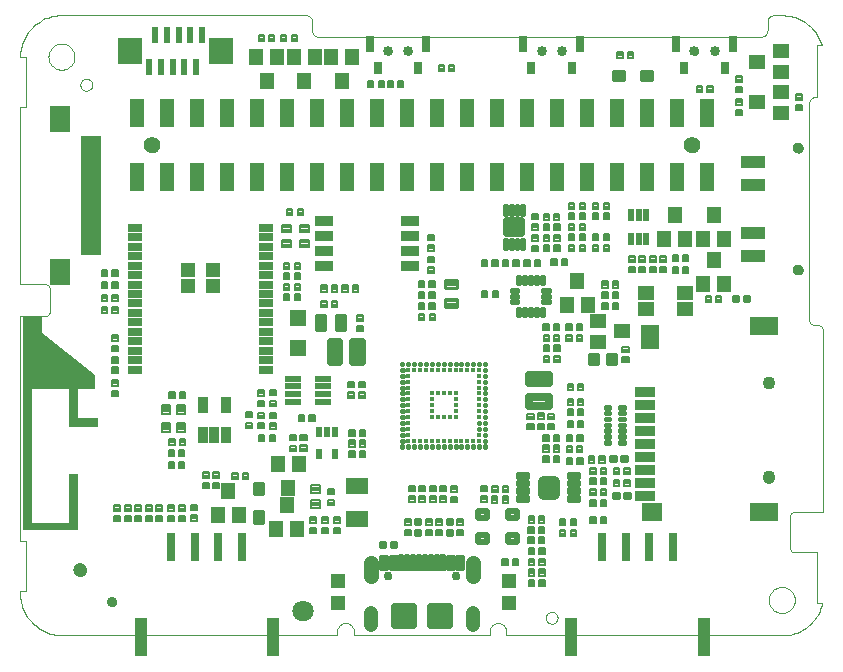
<source format=gts>
G75*
G70*
%OFA0B0*%
%FSLAX24Y24*%
%IPPOS*%
%LPD*%
%AMOC8*
5,1,8,0,0,1.08239X$1,22.5*
%
%ADD10C,0.0000*%
%ADD11C,0.0000*%
%ADD12C,0.0710*%
%ADD13C,0.0076*%
%ADD14C,0.0083*%
%ADD15C,0.0138*%
%ADD16R,0.0780X0.0580*%
%ADD17R,0.0316X0.0946*%
%ADD18R,0.0395X0.1261*%
%ADD19R,0.0480X0.0530*%
%ADD20C,0.0170*%
%ADD21C,0.0178*%
%ADD22C,0.0099*%
%ADD23R,0.0237X0.0375*%
%ADD24C,0.0095*%
%ADD25C,0.0059*%
%ADD26C,0.0297*%
%ADD27C,0.0474*%
%ADD28C,0.0513*%
%ADD29C,0.0260*%
%ADD30C,0.0114*%
%ADD31C,0.0215*%
%ADD32C,0.0101*%
%ADD33R,0.0580X0.0198*%
%ADD34C,0.0276*%
%ADD35R,0.0580X0.0580*%
%ADD36R,0.0474X0.0474*%
%ADD37C,0.0099*%
%ADD38C,0.0119*%
%ADD39C,0.0375*%
%ADD40R,0.0218X0.0395*%
%ADD41C,0.0095*%
%ADD42C,0.0252*%
%ADD43C,0.0356*%
%ADD44C,0.0474*%
%ADD45R,0.0352X0.0552*%
%ADD46R,0.0828X0.0395*%
%ADD47C,0.0375*%
%ADD48R,0.0631X0.0324*%
%ADD49R,0.0482X0.0946*%
%ADD50C,0.0552*%
%ADD51R,0.0530X0.0480*%
%ADD52R,0.0671X0.0198*%
%ADD53R,0.0671X0.0867*%
%ADD54R,0.0552X0.0474*%
%ADD55C,0.0095*%
%ADD56R,0.0454X0.0277*%
%ADD57C,0.0070*%
%ADD58R,0.0182X0.0182*%
%ADD59C,0.0001*%
%ADD60C,0.0089*%
%ADD61R,0.0710X0.0356*%
%ADD62R,0.0710X0.0631*%
%ADD63R,0.0946X0.0631*%
%ADD64R,0.0631X0.0789*%
%ADD65C,0.0434*%
%ADD66R,0.0316X0.0395*%
%ADD67R,0.0316X0.0552*%
%ADD68C,0.0336*%
%ADD69R,0.0237X0.0572*%
%ADD70R,0.0789X0.0867*%
D10*
X002032Y001497D02*
X002032Y001497D01*
X002032Y001497D01*
X002032Y001497D01*
X002032Y001497D01*
X002032Y001497D01*
X002032Y001497D01*
X002032Y001497D01*
X002032Y001497D01*
X002032Y001497D01*
X002032Y001497D01*
X011226Y001497D01*
X011226Y001497D01*
X011226Y001497D01*
X011226Y001497D01*
X011226Y001497D01*
X011226Y001497D01*
X011226Y001497D01*
X011226Y001497D01*
X011226Y001497D01*
X011226Y001497D01*
X011226Y001497D01*
X011226Y001635D01*
X011226Y001635D01*
X011226Y001635D01*
X011226Y001635D01*
X011226Y001635D01*
X011226Y001635D01*
X011226Y001635D01*
X011226Y001635D01*
X011226Y001635D01*
X011226Y001635D01*
X011226Y001635D01*
X011228Y001667D01*
X011233Y001698D01*
X011243Y001729D01*
X011255Y001758D01*
X011271Y001786D01*
X011290Y001812D01*
X011312Y001835D01*
X011337Y001856D01*
X011364Y001873D01*
X011392Y001888D01*
X011422Y001898D01*
X011453Y001906D01*
X011485Y001910D01*
X011517Y001910D01*
X011549Y001906D01*
X011580Y001898D01*
X011610Y001888D01*
X011639Y001873D01*
X011665Y001856D01*
X011690Y001835D01*
X011712Y001812D01*
X011731Y001786D01*
X011747Y001758D01*
X011759Y001729D01*
X011769Y001698D01*
X011774Y001667D01*
X011776Y001635D01*
X011776Y001635D01*
X011776Y001635D01*
X011776Y001635D01*
X011776Y001635D01*
X011776Y001635D01*
X011776Y001635D01*
X011776Y001635D01*
X011776Y001635D01*
X011776Y001635D01*
X011776Y001635D01*
X011776Y001497D01*
X011776Y001497D01*
X011776Y001497D01*
X011776Y001497D01*
X011776Y001497D01*
X011776Y001497D01*
X011776Y001497D01*
X011776Y001497D01*
X011776Y001497D01*
X011776Y001497D01*
X011776Y001497D01*
X016304Y001497D01*
X016304Y001497D01*
X016304Y001497D01*
X016304Y001497D01*
X016304Y001497D01*
X016304Y001497D01*
X016304Y001497D01*
X016304Y001497D01*
X016304Y001497D01*
X016304Y001497D01*
X016304Y001497D01*
X016304Y001635D01*
X016304Y001635D01*
X016304Y001635D01*
X016304Y001635D01*
X016304Y001635D01*
X016304Y001635D01*
X016304Y001635D01*
X016304Y001635D01*
X016304Y001635D01*
X016304Y001635D01*
X016304Y001635D01*
X016306Y001667D01*
X016311Y001699D01*
X016321Y001729D01*
X016333Y001759D01*
X016349Y001787D01*
X016369Y001812D01*
X016391Y001836D01*
X016415Y001856D01*
X016442Y001874D01*
X016471Y001888D01*
X016501Y001899D01*
X016532Y001907D01*
X016564Y001911D01*
X016596Y001911D01*
X016628Y001907D01*
X016659Y001899D01*
X016689Y001888D01*
X016718Y001874D01*
X016745Y001856D01*
X016769Y001836D01*
X016791Y001812D01*
X016811Y001787D01*
X016827Y001759D01*
X016839Y001729D01*
X016849Y001699D01*
X016854Y001667D01*
X016856Y001635D01*
X016856Y001497D01*
X016856Y001497D01*
X016856Y001497D01*
X016856Y001497D01*
X016856Y001497D01*
X016856Y001497D01*
X026048Y001497D01*
X026048Y001497D01*
X026048Y001497D01*
X026048Y001497D01*
X026048Y001497D01*
X026048Y001497D01*
X026048Y001497D01*
X026048Y001497D01*
X026048Y001497D01*
X026048Y001497D01*
X026048Y001497D01*
X025615Y002678D02*
X025617Y002719D01*
X025623Y002760D01*
X025633Y002800D01*
X025646Y002839D01*
X025663Y002876D01*
X025684Y002912D01*
X025708Y002946D01*
X025735Y002977D01*
X025764Y003005D01*
X025797Y003031D01*
X025831Y003053D01*
X025868Y003072D01*
X025906Y003087D01*
X025946Y003099D01*
X025986Y003107D01*
X026027Y003111D01*
X026069Y003111D01*
X026110Y003107D01*
X026150Y003099D01*
X026190Y003087D01*
X026228Y003072D01*
X026264Y003053D01*
X026299Y003031D01*
X026332Y003005D01*
X026361Y002977D01*
X026388Y002946D01*
X026412Y002912D01*
X026433Y002876D01*
X026450Y002839D01*
X026463Y002800D01*
X026473Y002760D01*
X026479Y002719D01*
X026481Y002678D01*
X026479Y002637D01*
X026473Y002596D01*
X026463Y002556D01*
X026450Y002517D01*
X026433Y002480D01*
X026412Y002444D01*
X026388Y002410D01*
X026361Y002379D01*
X026332Y002351D01*
X026299Y002325D01*
X026265Y002303D01*
X026228Y002284D01*
X026190Y002269D01*
X026150Y002257D01*
X026110Y002249D01*
X026069Y002245D01*
X026027Y002245D01*
X025986Y002249D01*
X025946Y002257D01*
X025906Y002269D01*
X025868Y002284D01*
X025832Y002303D01*
X025797Y002325D01*
X025764Y002351D01*
X025735Y002379D01*
X025708Y002410D01*
X025684Y002444D01*
X025663Y002480D01*
X025646Y002517D01*
X025633Y002556D01*
X025623Y002596D01*
X025617Y002637D01*
X025615Y002678D01*
X026048Y001497D02*
X026119Y001499D01*
X026191Y001504D01*
X026262Y001514D01*
X026332Y001527D01*
X026402Y001543D01*
X026470Y001563D01*
X026538Y001587D01*
X026604Y001614D01*
X026668Y001645D01*
X026731Y001678D01*
X026792Y001715D01*
X026852Y001756D01*
X026909Y001799D01*
X026963Y001845D01*
X027015Y001894D01*
X027065Y001945D01*
X027112Y001999D01*
X027156Y002056D01*
X027197Y002114D01*
X027235Y002175D01*
X027269Y002237D01*
X027301Y002301D01*
X027329Y002367D01*
X027354Y002434D01*
X027375Y002503D01*
X027392Y002572D01*
X027229Y002572D01*
X027229Y004268D01*
X026460Y004268D01*
X026460Y004268D01*
X026460Y004268D01*
X026460Y004268D01*
X026460Y004268D01*
X026460Y004268D01*
X026460Y004268D01*
X026460Y004268D01*
X026460Y004268D01*
X026460Y004268D01*
X026460Y004268D01*
X026438Y004270D01*
X026417Y004275D01*
X026397Y004283D01*
X026379Y004294D01*
X026362Y004308D01*
X026348Y004325D01*
X026337Y004343D01*
X026329Y004363D01*
X026324Y004384D01*
X026322Y004406D01*
X026322Y005469D01*
X026322Y005469D01*
X026322Y005469D01*
X026322Y005469D01*
X026322Y005469D01*
X026322Y005469D01*
X026322Y005469D01*
X026322Y005469D01*
X026322Y005469D01*
X026322Y005469D01*
X026322Y005469D01*
X026324Y005491D01*
X026329Y005512D01*
X026337Y005532D01*
X026348Y005550D01*
X026362Y005567D01*
X026379Y005581D01*
X026397Y005592D01*
X026417Y005600D01*
X026438Y005605D01*
X026460Y005607D01*
X026460Y005607D01*
X026460Y005607D01*
X026460Y005607D01*
X026460Y005607D01*
X026460Y005607D01*
X026460Y005607D01*
X026460Y005607D01*
X026460Y005607D01*
X026460Y005607D01*
X026460Y005607D01*
X027426Y005607D01*
X027426Y005607D01*
X027426Y005607D01*
X027426Y005607D01*
X027426Y005607D01*
X027426Y005607D01*
X027426Y011640D01*
X027426Y011640D01*
X027426Y011640D01*
X027426Y011640D01*
X027426Y011640D01*
X027426Y011640D01*
X027426Y011640D01*
X027426Y011640D01*
X027426Y011640D01*
X027426Y011640D01*
X027426Y011640D01*
X027424Y011666D01*
X027419Y011691D01*
X027411Y011715D01*
X027400Y011739D01*
X027385Y011760D01*
X027368Y011779D01*
X027349Y011796D01*
X027328Y011811D01*
X027304Y011822D01*
X027280Y011830D01*
X027255Y011835D01*
X027229Y011837D01*
X027229Y011837D01*
X027229Y011837D01*
X027229Y011837D01*
X027229Y011837D01*
X027229Y011837D01*
X027229Y011837D01*
X027229Y011837D01*
X027229Y011837D01*
X027229Y011837D01*
X027229Y011837D01*
X027150Y011837D01*
X027150Y011837D01*
X027150Y011837D01*
X027150Y011837D01*
X027150Y011837D01*
X027150Y011837D01*
X027150Y011837D01*
X027150Y011837D01*
X027150Y011837D01*
X027150Y011837D01*
X027150Y011837D01*
X027124Y011839D01*
X027099Y011844D01*
X027075Y011852D01*
X027051Y011863D01*
X027030Y011878D01*
X027011Y011895D01*
X026994Y011914D01*
X026979Y011935D01*
X026968Y011959D01*
X026960Y011983D01*
X026955Y012008D01*
X026953Y012034D01*
X026953Y012034D01*
X026953Y012034D01*
X026953Y012034D01*
X026953Y012034D01*
X026953Y012034D01*
X026953Y012034D01*
X026953Y012034D01*
X026953Y012034D01*
X026953Y012034D01*
X026953Y012034D01*
X026953Y019239D01*
X026953Y019239D01*
X026953Y019239D01*
X026953Y019239D01*
X026953Y019239D01*
X026953Y019239D01*
X026953Y019239D01*
X026953Y019239D01*
X026953Y019239D01*
X026953Y019239D01*
X026953Y019239D01*
X026955Y019265D01*
X026960Y019290D01*
X026968Y019314D01*
X026979Y019338D01*
X026994Y019359D01*
X027011Y019378D01*
X027030Y019395D01*
X027051Y019410D01*
X027075Y019421D01*
X027099Y019429D01*
X027124Y019434D01*
X027150Y019436D01*
X027229Y019436D01*
X027229Y021182D01*
X027368Y021182D01*
X027369Y021183D02*
X027346Y021253D01*
X027319Y021321D01*
X027289Y021388D01*
X027255Y021454D01*
X027218Y021517D01*
X027177Y021578D01*
X027134Y021638D01*
X027087Y021694D01*
X027037Y021748D01*
X026985Y021800D01*
X026929Y021848D01*
X026872Y021894D01*
X026811Y021936D01*
X026749Y021975D01*
X026685Y022011D01*
X026619Y022043D01*
X026551Y022072D01*
X026482Y022097D01*
X026411Y022118D01*
X026340Y022136D01*
X026268Y022149D01*
X026195Y022159D01*
X026122Y022165D01*
X026048Y022167D01*
X025764Y022167D01*
X025764Y022167D01*
X025764Y022167D01*
X025764Y022167D01*
X025764Y022167D01*
X025764Y022167D01*
X025764Y022167D01*
X025764Y022167D01*
X025764Y022167D01*
X025764Y022167D01*
X025764Y022167D01*
X025738Y022165D01*
X025712Y022160D01*
X025688Y022152D01*
X025664Y022140D01*
X025643Y022125D01*
X025623Y022108D01*
X025606Y022088D01*
X025592Y022066D01*
X025581Y022042D01*
X025573Y022017D01*
X025568Y021991D01*
X025567Y021965D01*
X025567Y021965D01*
X025567Y021965D01*
X025567Y021965D01*
X025567Y021965D01*
X025567Y021965D01*
X025567Y021965D01*
X025567Y021965D01*
X025567Y021965D01*
X025567Y021965D01*
X025567Y021965D01*
X025567Y021663D01*
X025567Y021663D01*
X025567Y021663D01*
X025567Y021663D01*
X025567Y021663D01*
X025567Y021663D01*
X025567Y021663D01*
X025567Y021663D01*
X025567Y021663D01*
X025567Y021663D01*
X025567Y021663D01*
X025566Y021637D01*
X025561Y021611D01*
X025553Y021586D01*
X025542Y021562D01*
X025528Y021540D01*
X025511Y021520D01*
X025491Y021502D01*
X025470Y021487D01*
X025447Y021475D01*
X025422Y021466D01*
X025396Y021460D01*
X025370Y021458D01*
X010583Y021458D01*
X010583Y021458D01*
X010583Y021458D01*
X010583Y021458D01*
X010583Y021458D01*
X010583Y021458D01*
X010583Y021458D01*
X010583Y021458D01*
X010583Y021458D01*
X010583Y021458D01*
X010583Y021458D01*
X010557Y021460D01*
X010532Y021465D01*
X010508Y021473D01*
X010484Y021484D01*
X010463Y021499D01*
X010444Y021516D01*
X010427Y021535D01*
X010412Y021556D01*
X010401Y021580D01*
X010393Y021604D01*
X010388Y021629D01*
X010386Y021655D01*
X010387Y021655D02*
X010387Y021970D01*
X010387Y021970D01*
X010387Y021970D01*
X010387Y021970D01*
X010387Y021970D01*
X010387Y021970D01*
X010387Y021970D01*
X010387Y021970D01*
X010387Y021970D01*
X010387Y021970D01*
X010387Y021970D01*
X010385Y021996D01*
X010380Y022021D01*
X010372Y022045D01*
X010361Y022069D01*
X010346Y022090D01*
X010329Y022109D01*
X010310Y022126D01*
X010289Y022141D01*
X010265Y022152D01*
X010241Y022160D01*
X010216Y022165D01*
X010190Y022167D01*
X001926Y022167D01*
X001924Y022167D01*
X002032Y022167D02*
X002032Y022167D01*
X002032Y022167D01*
X002032Y022167D01*
X002032Y022167D01*
X002032Y022167D01*
X002032Y022167D01*
X002032Y022167D01*
X002032Y022167D01*
X002032Y022167D01*
X002032Y022167D01*
X001599Y020789D02*
X001601Y020830D01*
X001607Y020871D01*
X001617Y020911D01*
X001630Y020950D01*
X001647Y020987D01*
X001668Y021023D01*
X001692Y021057D01*
X001719Y021088D01*
X001748Y021116D01*
X001781Y021142D01*
X001815Y021164D01*
X001852Y021183D01*
X001890Y021198D01*
X001930Y021210D01*
X001970Y021218D01*
X002011Y021222D01*
X002053Y021222D01*
X002094Y021218D01*
X002134Y021210D01*
X002174Y021198D01*
X002212Y021183D01*
X002248Y021164D01*
X002283Y021142D01*
X002316Y021116D01*
X002345Y021088D01*
X002372Y021057D01*
X002396Y021023D01*
X002417Y020987D01*
X002434Y020950D01*
X002447Y020911D01*
X002457Y020871D01*
X002463Y020830D01*
X002465Y020789D01*
X002463Y020748D01*
X002457Y020707D01*
X002447Y020667D01*
X002434Y020628D01*
X002417Y020591D01*
X002396Y020555D01*
X002372Y020521D01*
X002345Y020490D01*
X002316Y020462D01*
X002283Y020436D01*
X002249Y020414D01*
X002212Y020395D01*
X002174Y020380D01*
X002134Y020368D01*
X002094Y020360D01*
X002053Y020356D01*
X002011Y020356D01*
X001970Y020360D01*
X001930Y020368D01*
X001890Y020380D01*
X001852Y020395D01*
X001816Y020414D01*
X001781Y020436D01*
X001748Y020462D01*
X001719Y020490D01*
X001692Y020521D01*
X001668Y020555D01*
X001647Y020591D01*
X001630Y020628D01*
X001617Y020667D01*
X001607Y020707D01*
X001601Y020748D01*
X001599Y020789D01*
X000654Y020789D02*
X000656Y020863D01*
X000662Y020936D01*
X000672Y021009D01*
X000686Y021081D01*
X000703Y021153D01*
X000725Y021223D01*
X000750Y021292D01*
X000778Y021360D01*
X000811Y021426D01*
X000846Y021490D01*
X000885Y021553D01*
X000928Y021613D01*
X000973Y021671D01*
X001022Y021726D01*
X001073Y021779D01*
X001127Y021829D01*
X001183Y021876D01*
X001242Y021920D01*
X001304Y021960D01*
X001367Y021998D01*
X001432Y022032D01*
X001499Y022062D01*
X001568Y022089D01*
X001638Y022112D01*
X001708Y022132D01*
X001780Y022147D01*
X001853Y022159D01*
X001926Y022167D01*
X000851Y020789D02*
X000654Y020789D01*
X000654Y020789D01*
X000851Y020789D02*
X000851Y020789D01*
X000851Y020789D01*
X000851Y020789D01*
X000851Y020789D01*
X000851Y020789D01*
X000851Y019107D01*
X000851Y019107D01*
X000851Y019107D01*
X000851Y019107D01*
X000851Y019107D01*
X000851Y019107D01*
X000654Y019107D01*
X000654Y013202D01*
X000654Y013202D01*
X000654Y013202D01*
X000654Y013202D01*
X000654Y013202D01*
X000654Y013202D01*
X001500Y013202D01*
X001500Y013202D01*
X001500Y013202D01*
X001500Y013202D01*
X001500Y013202D01*
X001500Y013202D01*
X001500Y013202D01*
X001500Y013202D01*
X001500Y013202D01*
X001500Y013202D01*
X001500Y013202D01*
X001522Y013200D01*
X001543Y013195D01*
X001563Y013187D01*
X001581Y013176D01*
X001598Y013162D01*
X001612Y013145D01*
X001623Y013127D01*
X001631Y013107D01*
X001636Y013086D01*
X001638Y013064D01*
X001638Y012277D01*
X001638Y012277D01*
X001638Y012277D01*
X001638Y012277D01*
X001638Y012277D01*
X001638Y012277D01*
X001638Y012277D01*
X001638Y012277D01*
X001638Y012277D01*
X001638Y012277D01*
X001638Y012277D01*
X001636Y012255D01*
X001631Y012234D01*
X001623Y012214D01*
X001612Y012196D01*
X001598Y012179D01*
X001581Y012165D01*
X001563Y012154D01*
X001543Y012146D01*
X001522Y012141D01*
X001500Y012139D01*
X000654Y012139D01*
X000654Y012139D01*
X000654Y012139D01*
X000654Y012139D01*
X000654Y012139D01*
X000654Y012139D01*
X000654Y004647D01*
X000851Y004647D01*
X000851Y002966D01*
X000654Y002966D01*
X000654Y002965D02*
X000653Y002891D01*
X000657Y002816D01*
X000665Y002742D01*
X000676Y002669D01*
X000691Y002596D01*
X000710Y002524D01*
X000733Y002453D01*
X000760Y002383D01*
X000790Y002315D01*
X000823Y002249D01*
X000860Y002184D01*
X000900Y002121D01*
X000944Y002061D01*
X000991Y002003D01*
X001040Y001947D01*
X001092Y001894D01*
X001148Y001844D01*
X001205Y001797D01*
X001265Y001752D01*
X001327Y001712D01*
X001392Y001674D01*
X001458Y001640D01*
X001526Y001609D01*
X001595Y001582D01*
X001666Y001558D01*
X001737Y001538D01*
X001810Y001522D01*
X001884Y001510D01*
X001958Y001501D01*
X002032Y001497D01*
X002559Y005029D02*
X000758Y005029D01*
X000758Y012125D01*
X001338Y012125D01*
X001338Y011593D01*
X003110Y010186D01*
X003110Y009732D01*
X002547Y009732D01*
X002547Y008754D01*
X003204Y008754D01*
X003204Y008488D01*
X002282Y008488D01*
X002282Y009732D01*
X001024Y009732D01*
X001024Y005255D01*
X002293Y005255D01*
X002293Y006889D01*
X002559Y006889D01*
X002559Y005029D01*
X016856Y001635D02*
X016856Y001635D01*
X016856Y001635D01*
X016856Y001635D01*
X016856Y001635D01*
X016856Y001635D01*
X016856Y001635D01*
X016856Y001635D01*
X016856Y001635D01*
X016856Y001635D01*
X016856Y001635D01*
X016856Y001497D02*
X016856Y001497D01*
X016856Y001497D01*
X016856Y001497D01*
X016856Y001497D01*
X016856Y001497D01*
X018175Y002083D02*
X018177Y002110D01*
X018183Y002137D01*
X018192Y002163D01*
X018205Y002187D01*
X018221Y002210D01*
X018240Y002229D01*
X018262Y002246D01*
X018286Y002260D01*
X018311Y002270D01*
X018338Y002277D01*
X018365Y002280D01*
X018393Y002279D01*
X018420Y002274D01*
X018446Y002266D01*
X018470Y002254D01*
X018493Y002238D01*
X018514Y002220D01*
X018531Y002199D01*
X018546Y002175D01*
X018557Y002150D01*
X018565Y002124D01*
X018569Y002097D01*
X018569Y002069D01*
X018565Y002042D01*
X018557Y002016D01*
X018546Y001991D01*
X018531Y001967D01*
X018514Y001946D01*
X018493Y001928D01*
X018471Y001912D01*
X018446Y001900D01*
X018420Y001892D01*
X018393Y001887D01*
X018365Y001886D01*
X018338Y001889D01*
X018311Y001896D01*
X018286Y001906D01*
X018262Y001920D01*
X018240Y001937D01*
X018221Y001956D01*
X018205Y001979D01*
X018192Y002003D01*
X018183Y002029D01*
X018177Y002056D01*
X018175Y002083D01*
X026322Y004406D02*
X026322Y004406D01*
X026322Y004406D01*
X026322Y004406D01*
X026322Y004406D01*
X026322Y004406D01*
X026322Y004406D01*
X026322Y004406D01*
X026322Y004406D01*
X026322Y004406D01*
X026322Y004406D01*
X027426Y005607D02*
X027426Y005607D01*
X027426Y005607D01*
X027426Y005607D01*
X027426Y005607D01*
X027426Y005607D01*
X001500Y012139D02*
X001500Y012139D01*
X001500Y012139D01*
X001500Y012139D01*
X001500Y012139D01*
X001500Y012139D01*
X001500Y012139D01*
X001500Y012139D01*
X001500Y012139D01*
X001500Y012139D01*
X001500Y012139D01*
X000654Y012139D02*
X000654Y012139D01*
X000654Y012139D01*
X000654Y012139D01*
X000654Y012139D01*
X000654Y012139D01*
X000654Y013202D02*
X000654Y013202D01*
X000654Y013202D01*
X000654Y013202D01*
X000654Y013202D01*
X000654Y013202D01*
X001638Y013064D02*
X001638Y013064D01*
X001638Y013064D01*
X001638Y013064D01*
X001638Y013064D01*
X001638Y013064D01*
X001638Y013064D01*
X001638Y013064D01*
X001638Y013064D01*
X001638Y013064D01*
X001638Y013064D01*
X000851Y019107D02*
X000851Y019107D01*
X000851Y019107D01*
X000851Y019107D01*
X000851Y019107D01*
X000851Y019107D01*
X002663Y019853D02*
X002665Y019880D01*
X002671Y019907D01*
X002680Y019933D01*
X002693Y019957D01*
X002709Y019980D01*
X002728Y019999D01*
X002750Y020016D01*
X002774Y020030D01*
X002799Y020040D01*
X002826Y020047D01*
X002853Y020050D01*
X002881Y020049D01*
X002908Y020044D01*
X002934Y020036D01*
X002958Y020024D01*
X002981Y020008D01*
X003002Y019990D01*
X003019Y019969D01*
X003034Y019945D01*
X003045Y019920D01*
X003053Y019894D01*
X003057Y019867D01*
X003057Y019839D01*
X003053Y019812D01*
X003045Y019786D01*
X003034Y019761D01*
X003019Y019737D01*
X003002Y019716D01*
X002981Y019698D01*
X002959Y019682D01*
X002934Y019670D01*
X002908Y019662D01*
X002881Y019657D01*
X002853Y019656D01*
X002826Y019659D01*
X002799Y019666D01*
X002774Y019676D01*
X002750Y019690D01*
X002728Y019707D01*
X002709Y019726D01*
X002693Y019749D01*
X002680Y019773D01*
X002671Y019799D01*
X002665Y019826D01*
X002663Y019853D01*
X000851Y020789D02*
X000851Y020789D01*
X000851Y020789D01*
X000851Y020789D01*
X000851Y020789D01*
X000851Y020789D01*
X010190Y022167D02*
X010190Y022167D01*
X010190Y022167D01*
X010190Y022167D01*
X010190Y022167D01*
X010190Y022167D01*
X010190Y022167D01*
X010190Y022167D01*
X010190Y022167D01*
X010190Y022167D01*
X010190Y022167D01*
X010387Y021655D02*
X010387Y021655D01*
X010387Y021655D01*
X010387Y021655D01*
X010387Y021655D01*
X010387Y021655D01*
X010387Y021655D01*
X010387Y021655D01*
X010387Y021655D01*
X010387Y021655D01*
X010387Y021655D01*
X025370Y021458D02*
X025370Y021458D01*
X025370Y021458D01*
X025370Y021458D01*
X025370Y021458D01*
X025370Y021458D01*
X025370Y021458D01*
X025370Y021458D01*
X025370Y021458D01*
X025370Y021458D01*
X025370Y021458D01*
X026048Y022167D02*
X026048Y022167D01*
X026048Y022167D01*
X026048Y022167D01*
X026048Y022167D01*
X026048Y022167D01*
X026048Y022167D01*
X026048Y022167D01*
X026048Y022167D01*
X026048Y022167D01*
X026048Y022167D01*
X027150Y019436D02*
X027150Y019436D01*
X027150Y019436D01*
X027150Y019436D01*
X027150Y019436D01*
X027150Y019436D01*
X027150Y019436D01*
X027150Y019436D01*
X027150Y019436D01*
X027150Y019436D01*
X027150Y019436D01*
D11*
X023674Y020965D02*
X023676Y020987D01*
X023682Y021009D01*
X023691Y021029D01*
X023704Y021047D01*
X023720Y021063D01*
X023738Y021076D01*
X023758Y021085D01*
X023780Y021091D01*
X023802Y021093D01*
X023824Y021091D01*
X023846Y021085D01*
X023866Y021076D01*
X023884Y021063D01*
X023900Y021047D01*
X023913Y021029D01*
X023922Y021009D01*
X023928Y020987D01*
X023930Y020965D01*
X023928Y020943D01*
X023922Y020921D01*
X023913Y020901D01*
X023900Y020883D01*
X023884Y020867D01*
X023866Y020854D01*
X023846Y020845D01*
X023824Y020839D01*
X023802Y020837D01*
X023780Y020839D01*
X023758Y020845D01*
X023738Y020854D01*
X023720Y020867D01*
X023704Y020883D01*
X023691Y020901D01*
X023682Y020921D01*
X023676Y020943D01*
X023674Y020965D01*
X023005Y020965D02*
X023007Y020987D01*
X023013Y021009D01*
X023022Y021029D01*
X023035Y021047D01*
X023051Y021063D01*
X023069Y021076D01*
X023089Y021085D01*
X023111Y021091D01*
X023133Y021093D01*
X023155Y021091D01*
X023177Y021085D01*
X023197Y021076D01*
X023215Y021063D01*
X023231Y021047D01*
X023244Y021029D01*
X023253Y021009D01*
X023259Y020987D01*
X023261Y020965D01*
X023259Y020943D01*
X023253Y020921D01*
X023244Y020901D01*
X023231Y020883D01*
X023215Y020867D01*
X023197Y020854D01*
X023177Y020845D01*
X023155Y020839D01*
X023133Y020837D01*
X023111Y020839D01*
X023089Y020845D01*
X023069Y020854D01*
X023051Y020867D01*
X023035Y020883D01*
X023022Y020901D01*
X023013Y020921D01*
X023007Y020943D01*
X023005Y020965D01*
X018576Y020974D02*
X018578Y020996D01*
X018584Y021018D01*
X018593Y021038D01*
X018606Y021056D01*
X018622Y021072D01*
X018640Y021085D01*
X018660Y021094D01*
X018682Y021100D01*
X018704Y021102D01*
X018726Y021100D01*
X018748Y021094D01*
X018768Y021085D01*
X018786Y021072D01*
X018802Y021056D01*
X018815Y021038D01*
X018824Y021018D01*
X018830Y020996D01*
X018832Y020974D01*
X018830Y020952D01*
X018824Y020930D01*
X018815Y020910D01*
X018802Y020892D01*
X018786Y020876D01*
X018768Y020863D01*
X018748Y020854D01*
X018726Y020848D01*
X018704Y020846D01*
X018682Y020848D01*
X018660Y020854D01*
X018640Y020863D01*
X018622Y020876D01*
X018606Y020892D01*
X018593Y020910D01*
X018584Y020930D01*
X018578Y020952D01*
X018576Y020974D01*
X017907Y020974D02*
X017909Y020996D01*
X017915Y021018D01*
X017924Y021038D01*
X017937Y021056D01*
X017953Y021072D01*
X017971Y021085D01*
X017991Y021094D01*
X018013Y021100D01*
X018035Y021102D01*
X018057Y021100D01*
X018079Y021094D01*
X018099Y021085D01*
X018117Y021072D01*
X018133Y021056D01*
X018146Y021038D01*
X018155Y021018D01*
X018161Y020996D01*
X018163Y020974D01*
X018161Y020952D01*
X018155Y020930D01*
X018146Y020910D01*
X018133Y020892D01*
X018117Y020876D01*
X018099Y020863D01*
X018079Y020854D01*
X018057Y020848D01*
X018035Y020846D01*
X018013Y020848D01*
X017991Y020854D01*
X017971Y020863D01*
X017953Y020876D01*
X017937Y020892D01*
X017924Y020910D01*
X017915Y020930D01*
X017909Y020952D01*
X017907Y020974D01*
X013458Y020976D02*
X013460Y020998D01*
X013466Y021020D01*
X013475Y021040D01*
X013488Y021058D01*
X013504Y021074D01*
X013522Y021087D01*
X013542Y021096D01*
X013564Y021102D01*
X013586Y021104D01*
X013608Y021102D01*
X013630Y021096D01*
X013650Y021087D01*
X013668Y021074D01*
X013684Y021058D01*
X013697Y021040D01*
X013706Y021020D01*
X013712Y020998D01*
X013714Y020976D01*
X013712Y020954D01*
X013706Y020932D01*
X013697Y020912D01*
X013684Y020894D01*
X013668Y020878D01*
X013650Y020865D01*
X013630Y020856D01*
X013608Y020850D01*
X013586Y020848D01*
X013564Y020850D01*
X013542Y020856D01*
X013522Y020865D01*
X013504Y020878D01*
X013488Y020894D01*
X013475Y020912D01*
X013466Y020932D01*
X013460Y020954D01*
X013458Y020976D01*
X012788Y020976D02*
X012790Y020998D01*
X012796Y021020D01*
X012805Y021040D01*
X012818Y021058D01*
X012834Y021074D01*
X012852Y021087D01*
X012872Y021096D01*
X012894Y021102D01*
X012916Y021104D01*
X012938Y021102D01*
X012960Y021096D01*
X012980Y021087D01*
X012998Y021074D01*
X013014Y021058D01*
X013027Y021040D01*
X013036Y021020D01*
X013042Y020998D01*
X013044Y020976D01*
X013042Y020954D01*
X013036Y020932D01*
X013027Y020912D01*
X013014Y020894D01*
X012998Y020878D01*
X012980Y020865D01*
X012960Y020856D01*
X012938Y020850D01*
X012916Y020848D01*
X012894Y020850D01*
X012872Y020856D01*
X012852Y020865D01*
X012834Y020878D01*
X012818Y020894D01*
X012805Y020912D01*
X012796Y020932D01*
X012790Y020954D01*
X012788Y020976D01*
X004806Y017834D02*
X004808Y017864D01*
X004814Y017894D01*
X004823Y017923D01*
X004836Y017950D01*
X004853Y017975D01*
X004872Y017998D01*
X004895Y018019D01*
X004920Y018036D01*
X004946Y018050D01*
X004975Y018060D01*
X005004Y018067D01*
X005034Y018070D01*
X005065Y018069D01*
X005095Y018064D01*
X005124Y018055D01*
X005151Y018043D01*
X005177Y018028D01*
X005201Y018009D01*
X005222Y017987D01*
X005240Y017963D01*
X005255Y017936D01*
X005266Y017908D01*
X005274Y017879D01*
X005278Y017849D01*
X005278Y017819D01*
X005274Y017789D01*
X005266Y017760D01*
X005255Y017732D01*
X005240Y017705D01*
X005222Y017681D01*
X005201Y017659D01*
X005177Y017640D01*
X005151Y017625D01*
X005124Y017613D01*
X005095Y017604D01*
X005065Y017599D01*
X005034Y017598D01*
X005004Y017601D01*
X004975Y017608D01*
X004946Y017618D01*
X004920Y017632D01*
X004895Y017649D01*
X004872Y017670D01*
X004853Y017693D01*
X004836Y017718D01*
X004823Y017745D01*
X004814Y017774D01*
X004808Y017804D01*
X004806Y017834D01*
X022806Y017834D02*
X022808Y017864D01*
X022814Y017894D01*
X022823Y017923D01*
X022836Y017950D01*
X022853Y017975D01*
X022872Y017998D01*
X022895Y018019D01*
X022920Y018036D01*
X022946Y018050D01*
X022975Y018060D01*
X023004Y018067D01*
X023034Y018070D01*
X023065Y018069D01*
X023095Y018064D01*
X023124Y018055D01*
X023151Y018043D01*
X023177Y018028D01*
X023201Y018009D01*
X023222Y017987D01*
X023240Y017963D01*
X023255Y017936D01*
X023266Y017908D01*
X023274Y017879D01*
X023278Y017849D01*
X023278Y017819D01*
X023274Y017789D01*
X023266Y017760D01*
X023255Y017732D01*
X023240Y017705D01*
X023222Y017681D01*
X023201Y017659D01*
X023177Y017640D01*
X023151Y017625D01*
X023124Y017613D01*
X023095Y017604D01*
X023065Y017599D01*
X023034Y017598D01*
X023004Y017601D01*
X022975Y017608D01*
X022946Y017618D01*
X022920Y017632D01*
X022895Y017649D01*
X022872Y017670D01*
X022853Y017693D01*
X022836Y017718D01*
X022823Y017745D01*
X022814Y017774D01*
X022808Y017804D01*
X022806Y017834D01*
X026448Y017742D02*
X026450Y017766D01*
X026456Y017789D01*
X026465Y017811D01*
X026478Y017831D01*
X026493Y017849D01*
X026512Y017864D01*
X026533Y017876D01*
X026555Y017884D01*
X026578Y017889D01*
X026602Y017890D01*
X026626Y017887D01*
X026648Y017880D01*
X026670Y017870D01*
X026690Y017857D01*
X026707Y017840D01*
X026721Y017821D01*
X026732Y017800D01*
X026740Y017777D01*
X026744Y017754D01*
X026744Y017730D01*
X026740Y017707D01*
X026732Y017684D01*
X026721Y017663D01*
X026707Y017644D01*
X026690Y017627D01*
X026670Y017614D01*
X026648Y017604D01*
X026626Y017597D01*
X026602Y017594D01*
X026578Y017595D01*
X026555Y017600D01*
X026533Y017608D01*
X026512Y017620D01*
X026493Y017635D01*
X026478Y017653D01*
X026465Y017673D01*
X026456Y017695D01*
X026450Y017718D01*
X026448Y017742D01*
X026448Y013687D02*
X026450Y013711D01*
X026456Y013734D01*
X026465Y013756D01*
X026478Y013776D01*
X026493Y013794D01*
X026512Y013809D01*
X026533Y013821D01*
X026555Y013829D01*
X026578Y013834D01*
X026602Y013835D01*
X026626Y013832D01*
X026648Y013825D01*
X026670Y013815D01*
X026690Y013802D01*
X026707Y013785D01*
X026721Y013766D01*
X026732Y013745D01*
X026740Y013722D01*
X026744Y013699D01*
X026744Y013675D01*
X026740Y013652D01*
X026732Y013629D01*
X026721Y013608D01*
X026707Y013589D01*
X026690Y013572D01*
X026670Y013559D01*
X026648Y013549D01*
X026626Y013542D01*
X026602Y013539D01*
X026578Y013540D01*
X026555Y013545D01*
X026533Y013553D01*
X026512Y013565D01*
X026493Y013580D01*
X026478Y013598D01*
X026465Y013618D01*
X026456Y013640D01*
X026450Y013663D01*
X026448Y013687D01*
X025424Y009916D02*
X025426Y009942D01*
X025432Y009968D01*
X025442Y009993D01*
X025455Y010016D01*
X025471Y010036D01*
X025491Y010054D01*
X025513Y010069D01*
X025536Y010081D01*
X025562Y010089D01*
X025588Y010093D01*
X025614Y010093D01*
X025640Y010089D01*
X025666Y010081D01*
X025690Y010069D01*
X025711Y010054D01*
X025731Y010036D01*
X025747Y010016D01*
X025760Y009993D01*
X025770Y009968D01*
X025776Y009942D01*
X025778Y009916D01*
X025776Y009890D01*
X025770Y009864D01*
X025760Y009839D01*
X025747Y009816D01*
X025731Y009796D01*
X025711Y009778D01*
X025689Y009763D01*
X025666Y009751D01*
X025640Y009743D01*
X025614Y009739D01*
X025588Y009739D01*
X025562Y009743D01*
X025536Y009751D01*
X025512Y009763D01*
X025491Y009778D01*
X025471Y009796D01*
X025455Y009816D01*
X025442Y009839D01*
X025432Y009864D01*
X025426Y009890D01*
X025424Y009916D01*
X025424Y006766D02*
X025426Y006792D01*
X025432Y006818D01*
X025442Y006843D01*
X025455Y006866D01*
X025471Y006886D01*
X025491Y006904D01*
X025513Y006919D01*
X025536Y006931D01*
X025562Y006939D01*
X025588Y006943D01*
X025614Y006943D01*
X025640Y006939D01*
X025666Y006931D01*
X025690Y006919D01*
X025711Y006904D01*
X025731Y006886D01*
X025747Y006866D01*
X025760Y006843D01*
X025770Y006818D01*
X025776Y006792D01*
X025778Y006766D01*
X025776Y006740D01*
X025770Y006714D01*
X025760Y006689D01*
X025747Y006666D01*
X025731Y006646D01*
X025711Y006628D01*
X025689Y006613D01*
X025666Y006601D01*
X025640Y006593D01*
X025614Y006589D01*
X025588Y006589D01*
X025562Y006593D01*
X025536Y006601D01*
X025512Y006613D01*
X025491Y006628D01*
X025471Y006646D01*
X025455Y006666D01*
X025442Y006689D01*
X025432Y006714D01*
X025426Y006740D01*
X025424Y006766D01*
X015077Y003475D02*
X015079Y003495D01*
X015085Y003515D01*
X015094Y003533D01*
X015107Y003550D01*
X015122Y003563D01*
X015140Y003573D01*
X015160Y003580D01*
X015180Y003583D01*
X015200Y003582D01*
X015220Y003577D01*
X015239Y003569D01*
X015256Y003557D01*
X015270Y003542D01*
X015281Y003524D01*
X015289Y003505D01*
X015293Y003485D01*
X015293Y003465D01*
X015289Y003445D01*
X015281Y003426D01*
X015270Y003408D01*
X015256Y003393D01*
X015239Y003381D01*
X015220Y003373D01*
X015200Y003368D01*
X015180Y003367D01*
X015160Y003370D01*
X015140Y003377D01*
X015122Y003387D01*
X015107Y003400D01*
X015094Y003417D01*
X015085Y003435D01*
X015079Y003455D01*
X015077Y003475D01*
X012801Y003475D02*
X012803Y003495D01*
X012809Y003515D01*
X012818Y003533D01*
X012831Y003550D01*
X012846Y003563D01*
X012864Y003573D01*
X012884Y003580D01*
X012904Y003583D01*
X012924Y003582D01*
X012944Y003577D01*
X012963Y003569D01*
X012980Y003557D01*
X012994Y003542D01*
X013005Y003524D01*
X013013Y003505D01*
X013017Y003485D01*
X013017Y003465D01*
X013013Y003445D01*
X013005Y003426D01*
X012994Y003408D01*
X012980Y003393D01*
X012963Y003381D01*
X012944Y003373D01*
X012924Y003368D01*
X012904Y003367D01*
X012884Y003370D01*
X012864Y003377D01*
X012846Y003387D01*
X012831Y003400D01*
X012818Y003417D01*
X012809Y003435D01*
X012803Y003455D01*
X012801Y003475D01*
X009753Y002315D02*
X009755Y002350D01*
X009761Y002385D01*
X009771Y002419D01*
X009784Y002452D01*
X009801Y002483D01*
X009822Y002511D01*
X009845Y002538D01*
X009872Y002561D01*
X009900Y002582D01*
X009931Y002599D01*
X009964Y002612D01*
X009998Y002622D01*
X010033Y002628D01*
X010068Y002630D01*
X010103Y002628D01*
X010138Y002622D01*
X010172Y002612D01*
X010205Y002599D01*
X010236Y002582D01*
X010264Y002561D01*
X010291Y002538D01*
X010314Y002511D01*
X010335Y002483D01*
X010352Y002452D01*
X010365Y002419D01*
X010375Y002385D01*
X010381Y002350D01*
X010383Y002315D01*
X010381Y002280D01*
X010375Y002245D01*
X010365Y002211D01*
X010352Y002178D01*
X010335Y002147D01*
X010314Y002119D01*
X010291Y002092D01*
X010264Y002069D01*
X010236Y002048D01*
X010205Y002031D01*
X010172Y002018D01*
X010138Y002008D01*
X010103Y002002D01*
X010068Y002000D01*
X010033Y002002D01*
X009998Y002008D01*
X009964Y002018D01*
X009931Y002031D01*
X009900Y002048D01*
X009872Y002069D01*
X009845Y002092D01*
X009822Y002119D01*
X009801Y002147D01*
X009784Y002178D01*
X009771Y002211D01*
X009761Y002245D01*
X009755Y002280D01*
X009753Y002315D01*
X003577Y002611D02*
X003579Y002634D01*
X003585Y002657D01*
X003595Y002678D01*
X003608Y002698D01*
X003624Y002715D01*
X003643Y002729D01*
X003664Y002739D01*
X003686Y002746D01*
X003709Y002749D01*
X003733Y002748D01*
X003755Y002743D01*
X003777Y002734D01*
X003797Y002722D01*
X003815Y002706D01*
X003829Y002688D01*
X003841Y002668D01*
X003849Y002646D01*
X003853Y002623D01*
X003853Y002599D01*
X003849Y002576D01*
X003841Y002554D01*
X003829Y002534D01*
X003815Y002516D01*
X003797Y002500D01*
X003777Y002488D01*
X003755Y002479D01*
X003733Y002474D01*
X003709Y002473D01*
X003686Y002476D01*
X003664Y002483D01*
X003643Y002493D01*
X003624Y002507D01*
X003608Y002524D01*
X003595Y002544D01*
X003585Y002565D01*
X003579Y002588D01*
X003577Y002611D01*
X002460Y003669D02*
X002462Y003696D01*
X002468Y003723D01*
X002477Y003749D01*
X002490Y003773D01*
X002506Y003796D01*
X002525Y003815D01*
X002547Y003832D01*
X002571Y003846D01*
X002596Y003856D01*
X002623Y003863D01*
X002650Y003866D01*
X002678Y003865D01*
X002705Y003860D01*
X002731Y003852D01*
X002755Y003840D01*
X002778Y003824D01*
X002799Y003806D01*
X002816Y003785D01*
X002831Y003761D01*
X002842Y003736D01*
X002850Y003710D01*
X002854Y003683D01*
X002854Y003655D01*
X002850Y003628D01*
X002842Y003602D01*
X002831Y003577D01*
X002816Y003553D01*
X002799Y003532D01*
X002778Y003514D01*
X002756Y003498D01*
X002731Y003486D01*
X002705Y003478D01*
X002678Y003473D01*
X002650Y003472D01*
X002623Y003475D01*
X002596Y003482D01*
X002571Y003492D01*
X002547Y003506D01*
X002525Y003523D01*
X002506Y003542D01*
X002490Y003565D01*
X002477Y003589D01*
X002468Y003615D01*
X002462Y003642D01*
X002460Y003669D01*
D12*
X010068Y002315D03*
D13*
X016732Y004047D02*
X016910Y004047D01*
X016910Y003843D01*
X016732Y003843D01*
X016732Y004047D01*
X016732Y003918D02*
X016910Y003918D01*
X016910Y003993D02*
X016732Y003993D01*
X017082Y004047D02*
X017260Y004047D01*
X017260Y003843D01*
X017082Y003843D01*
X017082Y004047D01*
X017082Y003918D02*
X017260Y003918D01*
X017260Y003993D02*
X017082Y003993D01*
X017608Y003857D02*
X017786Y003857D01*
X017608Y003857D02*
X017608Y004061D01*
X017786Y004061D01*
X017786Y003857D01*
X017786Y003932D02*
X017608Y003932D01*
X017608Y004007D02*
X017786Y004007D01*
X017958Y003857D02*
X018136Y003857D01*
X017958Y003857D02*
X017958Y004061D01*
X018136Y004061D01*
X018136Y003857D01*
X018136Y003932D02*
X017958Y003932D01*
X017958Y004007D02*
X018136Y004007D01*
X018137Y004209D02*
X017959Y004209D01*
X017959Y004413D01*
X018137Y004413D01*
X018137Y004209D01*
X018137Y004284D02*
X017959Y004284D01*
X017959Y004359D02*
X018137Y004359D01*
X017787Y004209D02*
X017609Y004209D01*
X017609Y004413D01*
X017787Y004413D01*
X017787Y004209D01*
X017787Y004284D02*
X017609Y004284D01*
X017609Y004359D02*
X017787Y004359D01*
X017778Y004766D02*
X017600Y004766D01*
X017778Y004766D02*
X017778Y004562D01*
X017600Y004562D01*
X017600Y004766D01*
X017600Y004637D02*
X017778Y004637D01*
X017778Y004712D02*
X017600Y004712D01*
X017600Y005111D02*
X017778Y005111D01*
X017778Y004907D01*
X017600Y004907D01*
X017600Y005111D01*
X017600Y004982D02*
X017778Y004982D01*
X017778Y005057D02*
X017600Y005057D01*
X017950Y005111D02*
X018128Y005111D01*
X018128Y004907D01*
X017950Y004907D01*
X017950Y005111D01*
X017950Y004982D02*
X018128Y004982D01*
X018128Y005057D02*
X017950Y005057D01*
X017950Y004766D02*
X018128Y004766D01*
X018128Y004562D01*
X017950Y004562D01*
X017950Y004766D01*
X017950Y004637D02*
X018128Y004637D01*
X018128Y004712D02*
X017950Y004712D01*
X018654Y005017D02*
X018832Y005017D01*
X018832Y004813D01*
X018654Y004813D01*
X018654Y005017D01*
X018654Y004888D02*
X018832Y004888D01*
X018832Y004963D02*
X018654Y004963D01*
X018654Y005367D02*
X018832Y005367D01*
X018832Y005163D01*
X018654Y005163D01*
X018654Y005367D01*
X018654Y005238D02*
X018832Y005238D01*
X018832Y005313D02*
X018654Y005313D01*
X019004Y005367D02*
X019182Y005367D01*
X019182Y005163D01*
X019004Y005163D01*
X019004Y005367D01*
X019004Y005238D02*
X019182Y005238D01*
X019182Y005313D02*
X019004Y005313D01*
X019004Y005017D02*
X019182Y005017D01*
X019182Y004813D01*
X019004Y004813D01*
X019004Y005017D01*
X019004Y004888D02*
X019182Y004888D01*
X019182Y004963D02*
X019004Y004963D01*
X019662Y005440D02*
X019840Y005440D01*
X019840Y005236D01*
X019662Y005236D01*
X019662Y005440D01*
X019662Y005311D02*
X019840Y005311D01*
X019840Y005386D02*
X019662Y005386D01*
X020012Y005440D02*
X020190Y005440D01*
X020190Y005236D01*
X020012Y005236D01*
X020012Y005440D01*
X020012Y005311D02*
X020190Y005311D01*
X020190Y005386D02*
X020012Y005386D01*
X020006Y006011D02*
X020184Y006011D01*
X020184Y005807D01*
X020006Y005807D01*
X020006Y006011D01*
X020006Y005882D02*
X020184Y005882D01*
X020184Y005957D02*
X020006Y005957D01*
X019834Y006011D02*
X019656Y006011D01*
X019834Y006011D02*
X019834Y005807D01*
X019656Y005807D01*
X019656Y006011D01*
X019656Y005882D02*
X019834Y005882D01*
X019834Y005957D02*
X019656Y005957D01*
X019662Y006390D02*
X019840Y006390D01*
X019840Y006186D01*
X019662Y006186D01*
X019662Y006390D01*
X019662Y006261D02*
X019840Y006261D01*
X019840Y006336D02*
X019662Y006336D01*
X019659Y006741D02*
X019837Y006741D01*
X019837Y006537D01*
X019659Y006537D01*
X019659Y006741D01*
X019659Y006612D02*
X019837Y006612D01*
X019837Y006687D02*
X019659Y006687D01*
X019662Y007090D02*
X019840Y007090D01*
X019840Y006886D01*
X019662Y006886D01*
X019662Y007090D01*
X019662Y006961D02*
X019840Y006961D01*
X019840Y007036D02*
X019662Y007036D01*
X019612Y007261D02*
X019790Y007261D01*
X019612Y007261D02*
X019612Y007465D01*
X019790Y007465D01*
X019790Y007261D01*
X019790Y007336D02*
X019612Y007336D01*
X019612Y007411D02*
X019790Y007411D01*
X019962Y007261D02*
X020140Y007261D01*
X019962Y007261D02*
X019962Y007465D01*
X020140Y007465D01*
X020140Y007261D01*
X020140Y007336D02*
X019962Y007336D01*
X019962Y007411D02*
X020140Y007411D01*
X019401Y007209D02*
X019223Y007209D01*
X019223Y007413D01*
X019401Y007413D01*
X019401Y007209D01*
X019401Y007284D02*
X019223Y007284D01*
X019223Y007359D02*
X019401Y007359D01*
X019051Y007209D02*
X018873Y007209D01*
X018873Y007413D01*
X019051Y007413D01*
X019051Y007209D01*
X019051Y007284D02*
X018873Y007284D01*
X018873Y007359D02*
X019051Y007359D01*
X018618Y007277D02*
X018440Y007277D01*
X018440Y007481D01*
X018618Y007481D01*
X018618Y007277D01*
X018618Y007352D02*
X018440Y007352D01*
X018440Y007427D02*
X018618Y007427D01*
X018268Y007277D02*
X018090Y007277D01*
X018090Y007481D01*
X018268Y007481D01*
X018268Y007277D01*
X018268Y007352D02*
X018090Y007352D01*
X018090Y007427D02*
X018268Y007427D01*
X018270Y007628D02*
X018092Y007628D01*
X018092Y007832D01*
X018270Y007832D01*
X018270Y007628D01*
X018270Y007703D02*
X018092Y007703D01*
X018092Y007778D02*
X018270Y007778D01*
X018442Y007628D02*
X018620Y007628D01*
X018442Y007628D02*
X018442Y007832D01*
X018620Y007832D01*
X018620Y007628D01*
X018620Y007703D02*
X018442Y007703D01*
X018442Y007778D02*
X018620Y007778D01*
X018623Y008181D02*
X018445Y008181D01*
X018623Y008181D02*
X018623Y007977D01*
X018445Y007977D01*
X018445Y008181D01*
X018445Y008052D02*
X018623Y008052D01*
X018623Y008127D02*
X018445Y008127D01*
X018273Y008181D02*
X018095Y008181D01*
X018273Y008181D02*
X018273Y007977D01*
X018095Y007977D01*
X018095Y008181D01*
X018095Y008052D02*
X018273Y008052D01*
X018273Y008127D02*
X018095Y008127D01*
X017915Y008375D02*
X017915Y008553D01*
X018119Y008553D01*
X018119Y008375D01*
X017915Y008375D01*
X017915Y008450D02*
X018119Y008450D01*
X018119Y008525D02*
X017915Y008525D01*
X017565Y008543D02*
X017565Y008365D01*
X017565Y008543D02*
X017769Y008543D01*
X017769Y008365D01*
X017565Y008365D01*
X017565Y008440D02*
X017769Y008440D01*
X017769Y008515D02*
X017565Y008515D01*
X017565Y008715D02*
X017565Y008893D01*
X017769Y008893D01*
X017769Y008715D01*
X017565Y008715D01*
X017565Y008790D02*
X017769Y008790D01*
X017769Y008865D02*
X017565Y008865D01*
X017915Y008903D02*
X017915Y008725D01*
X017915Y008903D02*
X018119Y008903D01*
X018119Y008725D01*
X017915Y008725D01*
X017915Y008800D02*
X018119Y008800D01*
X018119Y008875D02*
X017915Y008875D01*
X018260Y008893D02*
X018260Y008715D01*
X018260Y008893D02*
X018464Y008893D01*
X018464Y008715D01*
X018260Y008715D01*
X018260Y008790D02*
X018464Y008790D01*
X018464Y008865D02*
X018260Y008865D01*
X018903Y009033D02*
X019081Y009033D01*
X019081Y008829D01*
X018903Y008829D01*
X018903Y009033D01*
X018903Y008904D02*
X019081Y008904D01*
X019081Y008979D02*
X018903Y008979D01*
X018905Y009187D02*
X019083Y009187D01*
X018905Y009187D02*
X018905Y009391D01*
X019083Y009391D01*
X019083Y009187D01*
X019083Y009262D02*
X018905Y009262D01*
X018905Y009337D02*
X019083Y009337D01*
X019255Y009187D02*
X019433Y009187D01*
X019255Y009187D02*
X019255Y009391D01*
X019433Y009391D01*
X019433Y009187D01*
X019433Y009262D02*
X019255Y009262D01*
X019255Y009337D02*
X019433Y009337D01*
X019431Y009033D02*
X019253Y009033D01*
X019431Y009033D02*
X019431Y008829D01*
X019253Y008829D01*
X019253Y009033D01*
X019253Y008904D02*
X019431Y008904D01*
X019431Y008979D02*
X019253Y008979D01*
X019254Y008648D02*
X019432Y008648D01*
X019432Y008444D01*
X019254Y008444D01*
X019254Y008648D01*
X019254Y008519D02*
X019432Y008519D01*
X019432Y008594D02*
X019254Y008594D01*
X019082Y008648D02*
X018904Y008648D01*
X019082Y008648D02*
X019082Y008444D01*
X018904Y008444D01*
X018904Y008648D01*
X018904Y008519D02*
X019082Y008519D01*
X019082Y008594D02*
X018904Y008594D01*
X018260Y008543D02*
X018260Y008365D01*
X018260Y008543D02*
X018464Y008543D01*
X018464Y008365D01*
X018260Y008365D01*
X018260Y008440D02*
X018464Y008440D01*
X018464Y008515D02*
X018260Y008515D01*
X018873Y007971D02*
X019051Y007971D01*
X018873Y007971D02*
X018873Y008175D01*
X019051Y008175D01*
X019051Y007971D01*
X019051Y008046D02*
X018873Y008046D01*
X018873Y008121D02*
X019051Y008121D01*
X019223Y007971D02*
X019401Y007971D01*
X019223Y007971D02*
X019223Y008175D01*
X019401Y008175D01*
X019401Y007971D01*
X019401Y008046D02*
X019223Y008046D01*
X019223Y008121D02*
X019401Y008121D01*
X019398Y007619D02*
X019220Y007619D01*
X019220Y007823D01*
X019398Y007823D01*
X019398Y007619D01*
X019398Y007694D02*
X019220Y007694D01*
X019220Y007769D02*
X019398Y007769D01*
X019048Y007619D02*
X018870Y007619D01*
X018870Y007823D01*
X019048Y007823D01*
X019048Y007619D01*
X019048Y007694D02*
X018870Y007694D01*
X018870Y007769D02*
X019048Y007769D01*
X020012Y007090D02*
X020190Y007090D01*
X020190Y006886D01*
X020012Y006886D01*
X020012Y007090D01*
X020012Y006961D02*
X020190Y006961D01*
X020190Y007036D02*
X020012Y007036D01*
X020440Y006879D02*
X020618Y006879D01*
X020440Y006879D02*
X020440Y007083D01*
X020618Y007083D01*
X020618Y006879D01*
X020618Y006954D02*
X020440Y006954D01*
X020440Y007029D02*
X020618Y007029D01*
X020790Y006879D02*
X020968Y006879D01*
X020790Y006879D02*
X020790Y007083D01*
X020968Y007083D01*
X020968Y006879D01*
X020968Y006954D02*
X020790Y006954D01*
X020790Y007029D02*
X020968Y007029D01*
X020971Y006489D02*
X020793Y006489D01*
X020793Y006693D01*
X020971Y006693D01*
X020971Y006489D01*
X020971Y006564D02*
X020793Y006564D01*
X020793Y006639D02*
X020971Y006639D01*
X020621Y006489D02*
X020443Y006489D01*
X020443Y006693D01*
X020621Y006693D01*
X020621Y006489D01*
X020621Y006564D02*
X020443Y006564D01*
X020443Y006639D02*
X020621Y006639D01*
X020187Y006741D02*
X020009Y006741D01*
X020187Y006741D02*
X020187Y006537D01*
X020009Y006537D01*
X020009Y006741D01*
X020009Y006612D02*
X020187Y006612D01*
X020187Y006687D02*
X020009Y006687D01*
X020012Y006390D02*
X020190Y006390D01*
X020190Y006186D01*
X020012Y006186D01*
X020012Y006390D01*
X020012Y006261D02*
X020190Y006261D01*
X020190Y006336D02*
X020012Y006336D01*
X018130Y005258D02*
X017952Y005258D01*
X017952Y005462D01*
X018130Y005462D01*
X018130Y005258D01*
X018130Y005333D02*
X017952Y005333D01*
X017952Y005408D02*
X018130Y005408D01*
X017780Y005258D02*
X017602Y005258D01*
X017602Y005462D01*
X017780Y005462D01*
X017780Y005258D01*
X017780Y005333D02*
X017602Y005333D01*
X017602Y005408D02*
X017780Y005408D01*
X016912Y005928D02*
X016734Y005928D01*
X016734Y006132D01*
X016912Y006132D01*
X016912Y005928D01*
X016912Y006003D02*
X016734Y006003D01*
X016734Y006078D02*
X016912Y006078D01*
X016918Y006282D02*
X016740Y006282D01*
X016740Y006486D01*
X016918Y006486D01*
X016918Y006282D01*
X016918Y006357D02*
X016740Y006357D01*
X016740Y006432D02*
X016918Y006432D01*
X016568Y006282D02*
X016390Y006282D01*
X016390Y006486D01*
X016568Y006486D01*
X016568Y006282D01*
X016568Y006357D02*
X016390Y006357D01*
X016390Y006432D02*
X016568Y006432D01*
X016016Y006483D02*
X016016Y006305D01*
X016016Y006483D02*
X016220Y006483D01*
X016220Y006305D01*
X016016Y006305D01*
X016016Y006380D02*
X016220Y006380D01*
X016220Y006455D02*
X016016Y006455D01*
X015002Y006473D02*
X015002Y006295D01*
X015002Y006473D02*
X015206Y006473D01*
X015206Y006295D01*
X015002Y006295D01*
X015002Y006370D02*
X015206Y006370D01*
X015206Y006445D02*
X015002Y006445D01*
X014652Y006483D02*
X014652Y006305D01*
X014652Y006483D02*
X014856Y006483D01*
X014856Y006305D01*
X014652Y006305D01*
X014652Y006380D02*
X014856Y006380D01*
X014856Y006455D02*
X014652Y006455D01*
X014309Y006484D02*
X014309Y006306D01*
X014309Y006484D02*
X014513Y006484D01*
X014513Y006306D01*
X014309Y006306D01*
X014309Y006381D02*
X014513Y006381D01*
X014513Y006456D02*
X014309Y006456D01*
X013962Y006483D02*
X013962Y006305D01*
X013962Y006483D02*
X014166Y006483D01*
X014166Y006305D01*
X013962Y006305D01*
X013962Y006380D02*
X014166Y006380D01*
X014166Y006455D02*
X013962Y006455D01*
X013808Y006489D02*
X013808Y006311D01*
X013604Y006311D01*
X013604Y006489D01*
X013808Y006489D01*
X013808Y006386D02*
X013604Y006386D01*
X013604Y006461D02*
X013808Y006461D01*
X013808Y006139D02*
X013808Y005961D01*
X013604Y005961D01*
X013604Y006139D01*
X013808Y006139D01*
X013808Y006036D02*
X013604Y006036D01*
X013604Y006111D02*
X013808Y006111D01*
X013962Y006133D02*
X013962Y005955D01*
X013962Y006133D02*
X014166Y006133D01*
X014166Y005955D01*
X013962Y005955D01*
X013962Y006030D02*
X014166Y006030D01*
X014166Y006105D02*
X013962Y006105D01*
X014309Y006134D02*
X014309Y005956D01*
X014309Y006134D02*
X014513Y006134D01*
X014513Y005956D01*
X014309Y005956D01*
X014309Y006031D02*
X014513Y006031D01*
X014513Y006106D02*
X014309Y006106D01*
X014652Y006133D02*
X014652Y005955D01*
X014652Y006133D02*
X014856Y006133D01*
X014856Y005955D01*
X014652Y005955D01*
X014652Y006030D02*
X014856Y006030D01*
X014856Y006105D02*
X014652Y006105D01*
X015002Y006123D02*
X015002Y005945D01*
X015002Y006123D02*
X015206Y006123D01*
X015206Y005945D01*
X015002Y005945D01*
X015002Y006020D02*
X015206Y006020D01*
X015206Y006095D02*
X015002Y006095D01*
X016016Y006133D02*
X016016Y005955D01*
X016016Y006133D02*
X016220Y006133D01*
X016220Y005955D01*
X016016Y005955D01*
X016016Y006030D02*
X016220Y006030D01*
X016220Y006105D02*
X016016Y006105D01*
X016384Y005928D02*
X016562Y005928D01*
X016384Y005928D02*
X016384Y006132D01*
X016562Y006132D01*
X016562Y005928D01*
X016562Y006003D02*
X016384Y006003D01*
X016384Y006078D02*
X016562Y006078D01*
X015220Y005373D02*
X015220Y005195D01*
X015220Y005373D02*
X015424Y005373D01*
X015424Y005195D01*
X015220Y005195D01*
X015220Y005270D02*
X015424Y005270D01*
X015424Y005345D02*
X015220Y005345D01*
X015220Y005023D02*
X015220Y004845D01*
X015220Y005023D02*
X015424Y005023D01*
X015424Y004845D01*
X015220Y004845D01*
X015220Y004920D02*
X015424Y004920D01*
X015424Y004995D02*
X015220Y004995D01*
X014520Y005023D02*
X014520Y004845D01*
X014520Y005023D02*
X014724Y005023D01*
X014724Y004845D01*
X014520Y004845D01*
X014520Y004920D02*
X014724Y004920D01*
X014724Y004995D02*
X014520Y004995D01*
X014374Y005023D02*
X014374Y004845D01*
X014170Y004845D01*
X014170Y005023D01*
X014374Y005023D01*
X014374Y004920D02*
X014170Y004920D01*
X014170Y004995D02*
X014374Y004995D01*
X014374Y005195D02*
X014374Y005373D01*
X014374Y005195D02*
X014170Y005195D01*
X014170Y005373D01*
X014374Y005373D01*
X014374Y005270D02*
X014170Y005270D01*
X014170Y005345D02*
X014374Y005345D01*
X014520Y005373D02*
X014520Y005195D01*
X014520Y005373D02*
X014724Y005373D01*
X014724Y005195D01*
X014520Y005195D01*
X014520Y005270D02*
X014724Y005270D01*
X014724Y005345D02*
X014520Y005345D01*
X013470Y005373D02*
X013470Y005195D01*
X013470Y005373D02*
X013674Y005373D01*
X013674Y005195D01*
X013470Y005195D01*
X013470Y005270D02*
X013674Y005270D01*
X013674Y005345D02*
X013470Y005345D01*
X013470Y005023D02*
X013470Y004845D01*
X013470Y005023D02*
X013674Y005023D01*
X013674Y004845D01*
X013470Y004845D01*
X013470Y004920D02*
X013674Y004920D01*
X013674Y004995D02*
X013470Y004995D01*
X011102Y004908D02*
X011102Y005086D01*
X011306Y005086D01*
X011306Y004908D01*
X011102Y004908D01*
X011102Y004983D02*
X011306Y004983D01*
X011306Y005058D02*
X011102Y005058D01*
X010702Y005086D02*
X010702Y004908D01*
X010702Y005086D02*
X010906Y005086D01*
X010906Y004908D01*
X010702Y004908D01*
X010702Y004983D02*
X010906Y004983D01*
X010906Y005058D02*
X010702Y005058D01*
X010302Y005086D02*
X010302Y004908D01*
X010302Y005086D02*
X010506Y005086D01*
X010506Y004908D01*
X010302Y004908D01*
X010302Y004983D02*
X010506Y004983D01*
X010506Y005058D02*
X010302Y005058D01*
X010302Y005258D02*
X010302Y005436D01*
X010506Y005436D01*
X010506Y005258D01*
X010302Y005258D01*
X010302Y005333D02*
X010506Y005333D01*
X010506Y005408D02*
X010302Y005408D01*
X010702Y005436D02*
X010702Y005258D01*
X010702Y005436D02*
X010906Y005436D01*
X010906Y005258D01*
X010702Y005258D01*
X010702Y005333D02*
X010906Y005333D01*
X010906Y005408D02*
X010702Y005408D01*
X011102Y005436D02*
X011102Y005258D01*
X011102Y005436D02*
X011306Y005436D01*
X011306Y005258D01*
X011102Y005258D01*
X011102Y005333D02*
X011306Y005333D01*
X011306Y005408D02*
X011102Y005408D01*
X011113Y005846D02*
X011113Y006024D01*
X011113Y005846D02*
X010909Y005846D01*
X010909Y006024D01*
X011113Y006024D01*
X011113Y005921D02*
X010909Y005921D01*
X010909Y005996D02*
X011113Y005996D01*
X011113Y006196D02*
X011113Y006374D01*
X011113Y006196D02*
X010909Y006196D01*
X010909Y006374D01*
X011113Y006374D01*
X011113Y006271D02*
X010909Y006271D01*
X010909Y006346D02*
X011113Y006346D01*
X008257Y006917D02*
X008079Y006917D01*
X008257Y006917D02*
X008257Y006713D01*
X008079Y006713D01*
X008079Y006917D01*
X008079Y006788D02*
X008257Y006788D01*
X008257Y006863D02*
X008079Y006863D01*
X007907Y006917D02*
X007729Y006917D01*
X007907Y006917D02*
X007907Y006713D01*
X007729Y006713D01*
X007729Y006917D01*
X007729Y006788D02*
X007907Y006788D01*
X007907Y006863D02*
X007729Y006863D01*
X007086Y006929D02*
X007086Y006751D01*
X007086Y006929D02*
X007290Y006929D01*
X007290Y006751D01*
X007086Y006751D01*
X007086Y006826D02*
X007290Y006826D01*
X007290Y006901D02*
X007086Y006901D01*
X006741Y006929D02*
X006741Y006751D01*
X006741Y006929D02*
X006945Y006929D01*
X006945Y006751D01*
X006741Y006751D01*
X006741Y006826D02*
X006945Y006826D01*
X006945Y006901D02*
X006741Y006901D01*
X006132Y007267D02*
X005954Y007267D01*
X006132Y007267D02*
X006132Y007063D01*
X005954Y007063D01*
X005954Y007267D01*
X005954Y007138D02*
X006132Y007138D01*
X006132Y007213D02*
X005954Y007213D01*
X005782Y007267D02*
X005604Y007267D01*
X005782Y007267D02*
X005782Y007063D01*
X005604Y007063D01*
X005604Y007267D01*
X005604Y007138D02*
X005782Y007138D01*
X005782Y007213D02*
X005604Y007213D01*
X005604Y007667D02*
X005782Y007667D01*
X005782Y007463D01*
X005604Y007463D01*
X005604Y007667D01*
X005604Y007538D02*
X005782Y007538D01*
X005782Y007613D02*
X005604Y007613D01*
X005954Y007667D02*
X006132Y007667D01*
X006132Y007463D01*
X005954Y007463D01*
X005954Y007667D01*
X005954Y007538D02*
X006132Y007538D01*
X006132Y007613D02*
X005954Y007613D01*
X005974Y008058D02*
X006152Y008058D01*
X006152Y007854D01*
X005974Y007854D01*
X005974Y008058D01*
X005974Y007929D02*
X006152Y007929D01*
X006152Y008004D02*
X005974Y008004D01*
X005802Y008058D02*
X005624Y008058D01*
X005802Y008058D02*
X005802Y007854D01*
X005624Y007854D01*
X005624Y008058D01*
X005624Y007929D02*
X005802Y007929D01*
X005802Y008004D02*
X005624Y008004D01*
X008176Y008417D02*
X008176Y008595D01*
X008380Y008595D01*
X008380Y008417D01*
X008176Y008417D01*
X008176Y008492D02*
X008380Y008492D01*
X008380Y008567D02*
X008176Y008567D01*
X008795Y008576D02*
X008795Y008398D01*
X008591Y008398D01*
X008591Y008576D01*
X008795Y008576D01*
X008795Y008473D02*
X008591Y008473D01*
X008591Y008548D02*
X008795Y008548D01*
X009195Y008569D02*
X009195Y008391D01*
X008991Y008391D01*
X008991Y008569D01*
X009195Y008569D01*
X009195Y008466D02*
X008991Y008466D01*
X008991Y008541D02*
X009195Y008541D01*
X009195Y008741D02*
X009195Y008919D01*
X009195Y008741D02*
X008991Y008741D01*
X008991Y008919D01*
X009195Y008919D01*
X009195Y008816D02*
X008991Y008816D01*
X008991Y008891D02*
X009195Y008891D01*
X009175Y009149D02*
X009175Y009327D01*
X009175Y009149D02*
X008971Y009149D01*
X008971Y009327D01*
X009175Y009327D01*
X009175Y009224D02*
X008971Y009224D01*
X008971Y009299D02*
X009175Y009299D01*
X008783Y009316D02*
X008783Y009138D01*
X008579Y009138D01*
X008579Y009316D01*
X008783Y009316D01*
X008783Y009213D02*
X008579Y009213D01*
X008579Y009288D02*
X008783Y009288D01*
X008176Y008945D02*
X008176Y008767D01*
X008176Y008945D02*
X008380Y008945D01*
X008380Y008767D01*
X008176Y008767D01*
X008176Y008842D02*
X008380Y008842D01*
X008380Y008917D02*
X008176Y008917D01*
X008795Y008926D02*
X008795Y008748D01*
X008591Y008748D01*
X008591Y008926D01*
X008795Y008926D01*
X008795Y008823D02*
X008591Y008823D01*
X008591Y008898D02*
X008795Y008898D01*
X009945Y008638D02*
X010123Y008638D01*
X009945Y008638D02*
X009945Y008842D01*
X010123Y008842D01*
X010123Y008638D01*
X010123Y008713D02*
X009945Y008713D01*
X009945Y008788D02*
X010123Y008788D01*
X010295Y008638D02*
X010473Y008638D01*
X010295Y008638D02*
X010295Y008842D01*
X010473Y008842D01*
X010473Y008638D01*
X010473Y008713D02*
X010295Y008713D01*
X010295Y008788D02*
X010473Y008788D01*
X011624Y008144D02*
X011802Y008144D01*
X011624Y008144D02*
X011624Y008348D01*
X011802Y008348D01*
X011802Y008144D01*
X011802Y008219D02*
X011624Y008219D01*
X011624Y008294D02*
X011802Y008294D01*
X011974Y008144D02*
X012152Y008144D01*
X011974Y008144D02*
X011974Y008348D01*
X012152Y008348D01*
X012152Y008144D01*
X012152Y008219D02*
X011974Y008219D01*
X011974Y008294D02*
X012152Y008294D01*
X012152Y007998D02*
X011974Y007998D01*
X012152Y007998D02*
X012152Y007794D01*
X011974Y007794D01*
X011974Y007998D01*
X011974Y007869D02*
X012152Y007869D01*
X012152Y007944D02*
X011974Y007944D01*
X011802Y007998D02*
X011624Y007998D01*
X011802Y007998D02*
X011802Y007794D01*
X011624Y007794D01*
X011624Y007998D01*
X011624Y007869D02*
X011802Y007869D01*
X011802Y007944D02*
X011624Y007944D01*
X011624Y007444D02*
X011802Y007444D01*
X011624Y007444D02*
X011624Y007648D01*
X011802Y007648D01*
X011802Y007444D01*
X011802Y007519D02*
X011624Y007519D01*
X011624Y007594D02*
X011802Y007594D01*
X011974Y007444D02*
X012152Y007444D01*
X011974Y007444D02*
X011974Y007648D01*
X012152Y007648D01*
X012152Y007444D01*
X012152Y007519D02*
X011974Y007519D01*
X011974Y007594D02*
X012152Y007594D01*
X010203Y007651D02*
X010203Y007829D01*
X010203Y007651D02*
X009999Y007651D01*
X009999Y007829D01*
X010203Y007829D01*
X010203Y007726D02*
X009999Y007726D01*
X009999Y007801D02*
X010203Y007801D01*
X010203Y008001D02*
X010203Y008179D01*
X010203Y008001D02*
X009999Y008001D01*
X009999Y008179D01*
X010203Y008179D01*
X010203Y008076D02*
X009999Y008076D01*
X009999Y008151D02*
X010203Y008151D01*
X009637Y008178D02*
X009637Y008000D01*
X009637Y008178D02*
X009841Y008178D01*
X009841Y008000D01*
X009637Y008000D01*
X009637Y008075D02*
X009841Y008075D01*
X009841Y008150D02*
X009637Y008150D01*
X009637Y007828D02*
X009637Y007650D01*
X009637Y007828D02*
X009841Y007828D01*
X009841Y007650D01*
X009637Y007650D01*
X009637Y007725D02*
X009841Y007725D01*
X009841Y007800D02*
X009637Y007800D01*
X009148Y007969D02*
X008970Y007969D01*
X008970Y008173D01*
X009148Y008173D01*
X009148Y007969D01*
X009148Y008044D02*
X008970Y008044D01*
X008970Y008119D02*
X009148Y008119D01*
X008798Y007969D02*
X008620Y007969D01*
X008620Y008173D01*
X008798Y008173D01*
X008798Y007969D01*
X008798Y008044D02*
X008620Y008044D01*
X008620Y008119D02*
X008798Y008119D01*
X006152Y009608D02*
X005974Y009608D01*
X006152Y009608D02*
X006152Y009404D01*
X005974Y009404D01*
X005974Y009608D01*
X005974Y009479D02*
X006152Y009479D01*
X006152Y009554D02*
X005974Y009554D01*
X005802Y009608D02*
X005624Y009608D01*
X005802Y009608D02*
X005802Y009404D01*
X005624Y009404D01*
X005624Y009608D01*
X005624Y009479D02*
X005802Y009479D01*
X005802Y009554D02*
X005624Y009554D01*
X003920Y009476D02*
X003920Y009654D01*
X003920Y009476D02*
X003716Y009476D01*
X003716Y009654D01*
X003920Y009654D01*
X003920Y009551D02*
X003716Y009551D01*
X003716Y009626D02*
X003920Y009626D01*
X003920Y009826D02*
X003920Y010004D01*
X003920Y009826D02*
X003716Y009826D01*
X003716Y010004D01*
X003920Y010004D01*
X003920Y009901D02*
X003716Y009901D01*
X003716Y009976D02*
X003920Y009976D01*
X003716Y010976D02*
X003716Y011154D01*
X003920Y011154D01*
X003920Y010976D01*
X003716Y010976D01*
X003716Y011051D02*
X003920Y011051D01*
X003920Y011126D02*
X003716Y011126D01*
X003716Y011326D02*
X003716Y011504D01*
X003920Y011504D01*
X003920Y011326D01*
X003716Y011326D01*
X003716Y011401D02*
X003920Y011401D01*
X003920Y011476D02*
X003716Y011476D01*
X003733Y012257D02*
X003911Y012257D01*
X003733Y012257D02*
X003733Y012461D01*
X003911Y012461D01*
X003911Y012257D01*
X003911Y012332D02*
X003733Y012332D01*
X003733Y012407D02*
X003911Y012407D01*
X003911Y012657D02*
X003733Y012657D01*
X003733Y012861D01*
X003911Y012861D01*
X003911Y012657D01*
X003911Y012732D02*
X003733Y012732D01*
X003733Y012807D02*
X003911Y012807D01*
X003561Y012657D02*
X003383Y012657D01*
X003383Y012861D01*
X003561Y012861D01*
X003561Y012657D01*
X003561Y012732D02*
X003383Y012732D01*
X003383Y012807D02*
X003561Y012807D01*
X003561Y012257D02*
X003383Y012257D01*
X003383Y012461D01*
X003561Y012461D01*
X003561Y012257D01*
X003561Y012332D02*
X003383Y012332D01*
X003383Y012407D02*
X003561Y012407D01*
X003557Y013063D02*
X003379Y013063D01*
X003379Y013267D01*
X003557Y013267D01*
X003557Y013063D01*
X003557Y013138D02*
X003379Y013138D01*
X003379Y013213D02*
X003557Y013213D01*
X003729Y013063D02*
X003907Y013063D01*
X003729Y013063D02*
X003729Y013267D01*
X003907Y013267D01*
X003907Y013063D01*
X003907Y013138D02*
X003729Y013138D01*
X003729Y013213D02*
X003907Y013213D01*
X003907Y013463D02*
X003729Y013463D01*
X003729Y013667D01*
X003907Y013667D01*
X003907Y013463D01*
X003907Y013538D02*
X003729Y013538D01*
X003729Y013613D02*
X003907Y013613D01*
X003557Y013463D02*
X003379Y013463D01*
X003379Y013667D01*
X003557Y013667D01*
X003557Y013463D01*
X003557Y013538D02*
X003379Y013538D01*
X003379Y013613D02*
X003557Y013613D01*
X009454Y013363D02*
X009632Y013363D01*
X009454Y013363D02*
X009454Y013567D01*
X009632Y013567D01*
X009632Y013363D01*
X009632Y013438D02*
X009454Y013438D01*
X009454Y013513D02*
X009632Y013513D01*
X009804Y013363D02*
X009982Y013363D01*
X009804Y013363D02*
X009804Y013567D01*
X009982Y013567D01*
X009982Y013363D01*
X009982Y013438D02*
X009804Y013438D01*
X009804Y013513D02*
X009982Y013513D01*
X009982Y013013D02*
X009804Y013013D01*
X009804Y013217D01*
X009982Y013217D01*
X009982Y013013D01*
X009982Y013088D02*
X009804Y013088D01*
X009804Y013163D02*
X009982Y013163D01*
X009632Y013013D02*
X009454Y013013D01*
X009454Y013217D01*
X009632Y013217D01*
X009632Y013013D01*
X009632Y013088D02*
X009454Y013088D01*
X009454Y013163D02*
X009632Y013163D01*
X010697Y013162D02*
X010875Y013162D01*
X010875Y012958D01*
X010697Y012958D01*
X010697Y013162D01*
X010697Y013033D02*
X010875Y013033D01*
X010875Y013108D02*
X010697Y013108D01*
X011047Y013162D02*
X011225Y013162D01*
X011225Y012958D01*
X011047Y012958D01*
X011047Y013162D01*
X011047Y013033D02*
X011225Y013033D01*
X011225Y013108D02*
X011047Y013108D01*
X011397Y013162D02*
X011575Y013162D01*
X011575Y012958D01*
X011397Y012958D01*
X011397Y013162D01*
X011397Y013033D02*
X011575Y013033D01*
X011575Y013108D02*
X011397Y013108D01*
X011747Y013162D02*
X011925Y013162D01*
X011925Y012958D01*
X011747Y012958D01*
X011747Y013162D01*
X011747Y013033D02*
X011925Y013033D01*
X011925Y013108D02*
X011747Y013108D01*
X011218Y012452D02*
X011040Y012452D01*
X011040Y012656D01*
X011218Y012656D01*
X011218Y012452D01*
X011218Y012527D02*
X011040Y012527D01*
X011040Y012602D02*
X011218Y012602D01*
X010868Y012452D02*
X010690Y012452D01*
X010690Y012656D01*
X010868Y012656D01*
X010868Y012452D01*
X010868Y012527D02*
X010690Y012527D01*
X010690Y012602D02*
X010868Y012602D01*
X009982Y012663D02*
X009804Y012663D01*
X009804Y012867D01*
X009982Y012867D01*
X009982Y012663D01*
X009982Y012738D02*
X009804Y012738D01*
X009804Y012813D02*
X009982Y012813D01*
X009632Y012663D02*
X009454Y012663D01*
X009454Y012867D01*
X009632Y012867D01*
X009632Y012663D01*
X009632Y012738D02*
X009454Y012738D01*
X009454Y012813D02*
X009632Y012813D01*
X011874Y012164D02*
X011874Y011986D01*
X011874Y012164D02*
X012078Y012164D01*
X012078Y011986D01*
X011874Y011986D01*
X011874Y012061D02*
X012078Y012061D01*
X012078Y012136D02*
X011874Y012136D01*
X011874Y011814D02*
X011874Y011636D01*
X011874Y011814D02*
X012078Y011814D01*
X012078Y011636D01*
X011874Y011636D01*
X011874Y011711D02*
X012078Y011711D01*
X012078Y011786D02*
X011874Y011786D01*
X013954Y012013D02*
X014132Y012013D01*
X013954Y012013D02*
X013954Y012217D01*
X014132Y012217D01*
X014132Y012013D01*
X014132Y012088D02*
X013954Y012088D01*
X013954Y012163D02*
X014132Y012163D01*
X014304Y012013D02*
X014482Y012013D01*
X014304Y012013D02*
X014304Y012217D01*
X014482Y012217D01*
X014482Y012013D01*
X014482Y012088D02*
X014304Y012088D01*
X014304Y012163D02*
X014482Y012163D01*
X014477Y012578D02*
X014299Y012578D01*
X014477Y012578D02*
X014477Y012374D01*
X014299Y012374D01*
X014299Y012578D01*
X014299Y012449D02*
X014477Y012449D01*
X014477Y012524D02*
X014299Y012524D01*
X014127Y012578D02*
X013949Y012578D01*
X014127Y012578D02*
X014127Y012374D01*
X013949Y012374D01*
X013949Y012578D01*
X013949Y012449D02*
X014127Y012449D01*
X014127Y012524D02*
X013949Y012524D01*
X013950Y012737D02*
X014128Y012737D01*
X013950Y012737D02*
X013950Y012941D01*
X014128Y012941D01*
X014128Y012737D01*
X014128Y012812D02*
X013950Y012812D01*
X013950Y012887D02*
X014128Y012887D01*
X014300Y012737D02*
X014478Y012737D01*
X014300Y012737D02*
X014300Y012941D01*
X014478Y012941D01*
X014478Y012737D01*
X014478Y012812D02*
X014300Y012812D01*
X014300Y012887D02*
X014478Y012887D01*
X014475Y013098D02*
X014297Y013098D01*
X014297Y013302D01*
X014475Y013302D01*
X014475Y013098D01*
X014475Y013173D02*
X014297Y013173D01*
X014297Y013248D02*
X014475Y013248D01*
X014125Y013098D02*
X013947Y013098D01*
X013947Y013302D01*
X014125Y013302D01*
X014125Y013098D01*
X014125Y013173D02*
X013947Y013173D01*
X013947Y013248D02*
X014125Y013248D01*
X014464Y013585D02*
X014464Y013763D01*
X014464Y013585D02*
X014260Y013585D01*
X014260Y013763D01*
X014464Y013763D01*
X014464Y013660D02*
X014260Y013660D01*
X014260Y013735D02*
X014464Y013735D01*
X014464Y013935D02*
X014464Y014113D01*
X014464Y013935D02*
X014260Y013935D01*
X014260Y014113D01*
X014464Y014113D01*
X014464Y014010D02*
X014260Y014010D01*
X014260Y014085D02*
X014464Y014085D01*
X014261Y014327D02*
X014261Y014505D01*
X014465Y014505D01*
X014465Y014327D01*
X014261Y014327D01*
X014261Y014402D02*
X014465Y014402D01*
X014465Y014477D02*
X014261Y014477D01*
X014261Y014677D02*
X014261Y014855D01*
X014465Y014855D01*
X014465Y014677D01*
X014261Y014677D01*
X014261Y014752D02*
X014465Y014752D01*
X014465Y014827D02*
X014261Y014827D01*
X016047Y013808D02*
X016225Y013808D01*
X016047Y013808D02*
X016047Y014012D01*
X016225Y014012D01*
X016225Y013808D01*
X016225Y013883D02*
X016047Y013883D01*
X016047Y013958D02*
X016225Y013958D01*
X016397Y013808D02*
X016575Y013808D01*
X016397Y013808D02*
X016397Y014012D01*
X016575Y014012D01*
X016575Y013808D01*
X016575Y013883D02*
X016397Y013883D01*
X016397Y013958D02*
X016575Y013958D01*
X016749Y013809D02*
X016927Y013809D01*
X016749Y013809D02*
X016749Y014013D01*
X016927Y014013D01*
X016927Y013809D01*
X016927Y013884D02*
X016749Y013884D01*
X016749Y013959D02*
X016927Y013959D01*
X017099Y013809D02*
X017277Y013809D01*
X017099Y013809D02*
X017099Y014013D01*
X017277Y014013D01*
X017277Y013809D01*
X017277Y013884D02*
X017099Y013884D01*
X017099Y013959D02*
X017277Y013959D01*
X017458Y014011D02*
X017636Y014011D01*
X017636Y013807D01*
X017458Y013807D01*
X017458Y014011D01*
X017458Y013882D02*
X017636Y013882D01*
X017636Y013957D02*
X017458Y013957D01*
X017808Y014011D02*
X017986Y014011D01*
X017986Y013807D01*
X017808Y013807D01*
X017808Y014011D01*
X017808Y013882D02*
X017986Y013882D01*
X017986Y013957D02*
X017808Y013957D01*
X018358Y013832D02*
X018536Y013832D01*
X018358Y013832D02*
X018358Y014036D01*
X018536Y014036D01*
X018536Y013832D01*
X018536Y013907D02*
X018358Y013907D01*
X018358Y013982D02*
X018536Y013982D01*
X018708Y013832D02*
X018886Y013832D01*
X018708Y013832D02*
X018708Y014036D01*
X018886Y014036D01*
X018886Y013832D01*
X018886Y013907D02*
X018708Y013907D01*
X018708Y013982D02*
X018886Y013982D01*
X018954Y014517D02*
X019132Y014517D01*
X019132Y014313D01*
X018954Y014313D01*
X018954Y014517D01*
X018954Y014388D02*
X019132Y014388D01*
X019132Y014463D02*
X018954Y014463D01*
X018954Y014867D02*
X019132Y014867D01*
X019132Y014663D01*
X018954Y014663D01*
X018954Y014867D01*
X018954Y014738D02*
X019132Y014738D01*
X019132Y014813D02*
X018954Y014813D01*
X018954Y015217D02*
X019132Y015217D01*
X019132Y015013D01*
X018954Y015013D01*
X018954Y015217D01*
X018954Y015088D02*
X019132Y015088D01*
X019132Y015163D02*
X018954Y015163D01*
X018954Y015567D02*
X019132Y015567D01*
X019132Y015363D01*
X018954Y015363D01*
X018954Y015567D01*
X018954Y015438D02*
X019132Y015438D01*
X019132Y015513D02*
X018954Y015513D01*
X018954Y015917D02*
X019132Y015917D01*
X019132Y015713D01*
X018954Y015713D01*
X018954Y015917D01*
X018954Y015788D02*
X019132Y015788D01*
X019132Y015863D02*
X018954Y015863D01*
X019304Y015917D02*
X019482Y015917D01*
X019482Y015713D01*
X019304Y015713D01*
X019304Y015917D01*
X019304Y015788D02*
X019482Y015788D01*
X019482Y015863D02*
X019304Y015863D01*
X019754Y015713D02*
X019932Y015713D01*
X019754Y015713D02*
X019754Y015917D01*
X019932Y015917D01*
X019932Y015713D01*
X019932Y015788D02*
X019754Y015788D01*
X019754Y015863D02*
X019932Y015863D01*
X020104Y015713D02*
X020282Y015713D01*
X020104Y015713D02*
X020104Y015917D01*
X020282Y015917D01*
X020282Y015713D01*
X020282Y015788D02*
X020104Y015788D01*
X020104Y015863D02*
X020282Y015863D01*
X020282Y015363D02*
X020104Y015363D01*
X020104Y015567D01*
X020282Y015567D01*
X020282Y015363D01*
X020282Y015438D02*
X020104Y015438D01*
X020104Y015513D02*
X020282Y015513D01*
X019932Y015363D02*
X019754Y015363D01*
X019754Y015567D01*
X019932Y015567D01*
X019932Y015363D01*
X019932Y015438D02*
X019754Y015438D01*
X019754Y015513D02*
X019932Y015513D01*
X019482Y015567D02*
X019304Y015567D01*
X019482Y015567D02*
X019482Y015363D01*
X019304Y015363D01*
X019304Y015567D01*
X019304Y015438D02*
X019482Y015438D01*
X019482Y015513D02*
X019304Y015513D01*
X018631Y015355D02*
X018453Y015355D01*
X018453Y015559D01*
X018631Y015559D01*
X018631Y015355D01*
X018631Y015430D02*
X018453Y015430D01*
X018453Y015505D02*
X018631Y015505D01*
X018281Y015355D02*
X018103Y015355D01*
X018103Y015559D01*
X018281Y015559D01*
X018281Y015355D01*
X018281Y015430D02*
X018103Y015430D01*
X018103Y015505D02*
X018281Y015505D01*
X017726Y015549D02*
X017726Y015371D01*
X017726Y015549D02*
X017930Y015549D01*
X017930Y015371D01*
X017726Y015371D01*
X017726Y015446D02*
X017930Y015446D01*
X017930Y015521D02*
X017726Y015521D01*
X017726Y015199D02*
X017726Y015021D01*
X017726Y015199D02*
X017930Y015199D01*
X017930Y015021D01*
X017726Y015021D01*
X017726Y015096D02*
X017930Y015096D01*
X017930Y015171D02*
X017726Y015171D01*
X018108Y015007D02*
X018286Y015007D01*
X018108Y015007D02*
X018108Y015211D01*
X018286Y015211D01*
X018286Y015007D01*
X018286Y015082D02*
X018108Y015082D01*
X018108Y015157D02*
X018286Y015157D01*
X018458Y015007D02*
X018636Y015007D01*
X018458Y015007D02*
X018458Y015211D01*
X018636Y015211D01*
X018636Y015007D01*
X018636Y015082D02*
X018458Y015082D01*
X018458Y015157D02*
X018636Y015157D01*
X019304Y015217D02*
X019482Y015217D01*
X019482Y015013D01*
X019304Y015013D01*
X019304Y015217D01*
X019304Y015088D02*
X019482Y015088D01*
X019482Y015163D02*
X019304Y015163D01*
X019304Y014867D02*
X019482Y014867D01*
X019482Y014663D01*
X019304Y014663D01*
X019304Y014867D01*
X019304Y014738D02*
X019482Y014738D01*
X019482Y014813D02*
X019304Y014813D01*
X019754Y014663D02*
X019932Y014663D01*
X019754Y014663D02*
X019754Y014867D01*
X019932Y014867D01*
X019932Y014663D01*
X019932Y014738D02*
X019754Y014738D01*
X019754Y014813D02*
X019932Y014813D01*
X020104Y014663D02*
X020282Y014663D01*
X020104Y014663D02*
X020104Y014867D01*
X020282Y014867D01*
X020282Y014663D01*
X020282Y014738D02*
X020104Y014738D01*
X020104Y014813D02*
X020282Y014813D01*
X020282Y014313D02*
X020104Y014313D01*
X020104Y014517D01*
X020282Y014517D01*
X020282Y014313D01*
X020282Y014388D02*
X020104Y014388D01*
X020104Y014463D02*
X020282Y014463D01*
X019932Y014313D02*
X019754Y014313D01*
X019754Y014517D01*
X019932Y014517D01*
X019932Y014313D01*
X019932Y014388D02*
X019754Y014388D01*
X019754Y014463D02*
X019932Y014463D01*
X019482Y014517D02*
X019304Y014517D01*
X019482Y014517D02*
X019482Y014313D01*
X019304Y014313D01*
X019304Y014517D01*
X019304Y014388D02*
X019482Y014388D01*
X019482Y014463D02*
X019304Y014463D01*
X018636Y014307D02*
X018458Y014307D01*
X018458Y014511D01*
X018636Y014511D01*
X018636Y014307D01*
X018636Y014382D02*
X018458Y014382D01*
X018458Y014457D02*
X018636Y014457D01*
X018636Y014657D02*
X018458Y014657D01*
X018458Y014861D01*
X018636Y014861D01*
X018636Y014657D01*
X018636Y014732D02*
X018458Y014732D01*
X018458Y014807D02*
X018636Y014807D01*
X018286Y014657D02*
X018108Y014657D01*
X018108Y014861D01*
X018286Y014861D01*
X018286Y014657D01*
X018286Y014732D02*
X018108Y014732D01*
X018108Y014807D02*
X018286Y014807D01*
X017929Y014838D02*
X017929Y014660D01*
X017725Y014660D01*
X017725Y014838D01*
X017929Y014838D01*
X017929Y014735D02*
X017725Y014735D01*
X017725Y014810D02*
X017929Y014810D01*
X017929Y014488D02*
X017929Y014310D01*
X017725Y014310D01*
X017725Y014488D01*
X017929Y014488D01*
X017929Y014385D02*
X017725Y014385D01*
X017725Y014460D02*
X017929Y014460D01*
X018108Y014307D02*
X018286Y014307D01*
X018108Y014307D02*
X018108Y014511D01*
X018286Y014511D01*
X018286Y014307D01*
X018286Y014382D02*
X018108Y014382D01*
X018108Y014457D02*
X018286Y014457D01*
X021145Y014129D02*
X021145Y013951D01*
X020941Y013951D01*
X020941Y014129D01*
X021145Y014129D01*
X021145Y014026D02*
X020941Y014026D01*
X020941Y014101D02*
X021145Y014101D01*
X021495Y014129D02*
X021495Y013951D01*
X021291Y013951D01*
X021291Y014129D01*
X021495Y014129D01*
X021495Y014026D02*
X021291Y014026D01*
X021291Y014101D02*
X021495Y014101D01*
X021641Y014129D02*
X021641Y013951D01*
X021641Y014129D02*
X021845Y014129D01*
X021845Y013951D01*
X021641Y013951D01*
X021641Y014026D02*
X021845Y014026D01*
X021845Y014101D02*
X021641Y014101D01*
X022195Y014129D02*
X022195Y013951D01*
X021991Y013951D01*
X021991Y014129D01*
X022195Y014129D01*
X022195Y014026D02*
X021991Y014026D01*
X021991Y014101D02*
X022195Y014101D01*
X022404Y013963D02*
X022582Y013963D01*
X022404Y013963D02*
X022404Y014167D01*
X022582Y014167D01*
X022582Y013963D01*
X022582Y014038D02*
X022404Y014038D01*
X022404Y014113D02*
X022582Y014113D01*
X022754Y013963D02*
X022932Y013963D01*
X022754Y013963D02*
X022754Y014167D01*
X022932Y014167D01*
X022932Y013963D01*
X022932Y014038D02*
X022754Y014038D01*
X022754Y014113D02*
X022932Y014113D01*
X022932Y013767D02*
X022754Y013767D01*
X022932Y013767D02*
X022932Y013563D01*
X022754Y013563D01*
X022754Y013767D01*
X022754Y013638D02*
X022932Y013638D01*
X022932Y013713D02*
X022754Y013713D01*
X022582Y013767D02*
X022404Y013767D01*
X022582Y013767D02*
X022582Y013563D01*
X022404Y013563D01*
X022404Y013767D01*
X022404Y013638D02*
X022582Y013638D01*
X022582Y013713D02*
X022404Y013713D01*
X022195Y013779D02*
X022195Y013601D01*
X021991Y013601D01*
X021991Y013779D01*
X022195Y013779D01*
X022195Y013676D02*
X021991Y013676D01*
X021991Y013751D02*
X022195Y013751D01*
X021641Y013779D02*
X021641Y013601D01*
X021641Y013779D02*
X021845Y013779D01*
X021845Y013601D01*
X021641Y013601D01*
X021641Y013676D02*
X021845Y013676D01*
X021845Y013751D02*
X021641Y013751D01*
X021495Y013779D02*
X021495Y013601D01*
X021291Y013601D01*
X021291Y013779D01*
X021495Y013779D01*
X021495Y013676D02*
X021291Y013676D01*
X021291Y013751D02*
X021495Y013751D01*
X021145Y013779D02*
X021145Y013601D01*
X020941Y013601D01*
X020941Y013779D01*
X021145Y013779D01*
X021145Y013676D02*
X020941Y013676D01*
X020941Y013751D02*
X021145Y013751D01*
X020588Y013296D02*
X020410Y013296D01*
X020588Y013296D02*
X020588Y013092D01*
X020410Y013092D01*
X020410Y013296D01*
X020410Y013167D02*
X020588Y013167D01*
X020588Y013242D02*
X020410Y013242D01*
X020238Y013296D02*
X020060Y013296D01*
X020238Y013296D02*
X020238Y013092D01*
X020060Y013092D01*
X020060Y013296D01*
X020060Y013167D02*
X020238Y013167D01*
X020238Y013242D02*
X020060Y013242D01*
X020064Y012937D02*
X020242Y012937D01*
X020242Y012733D01*
X020064Y012733D01*
X020064Y012937D01*
X020064Y012808D02*
X020242Y012808D01*
X020242Y012883D02*
X020064Y012883D01*
X020414Y012937D02*
X020592Y012937D01*
X020592Y012733D01*
X020414Y012733D01*
X020414Y012937D01*
X020414Y012808D02*
X020592Y012808D01*
X020592Y012883D02*
X020414Y012883D01*
X020414Y012577D02*
X020592Y012577D01*
X020592Y012373D01*
X020414Y012373D01*
X020414Y012577D01*
X020414Y012448D02*
X020592Y012448D01*
X020592Y012523D02*
X020414Y012523D01*
X020242Y012577D02*
X020064Y012577D01*
X020242Y012577D02*
X020242Y012373D01*
X020064Y012373D01*
X020064Y012577D01*
X020064Y012448D02*
X020242Y012448D01*
X020242Y012523D02*
X020064Y012523D01*
X019386Y011662D02*
X019208Y011662D01*
X019208Y011866D01*
X019386Y011866D01*
X019386Y011662D01*
X019386Y011737D02*
X019208Y011737D01*
X019208Y011812D02*
X019386Y011812D01*
X019036Y011662D02*
X018858Y011662D01*
X018858Y011866D01*
X019036Y011866D01*
X019036Y011662D01*
X019036Y011737D02*
X018858Y011737D01*
X018858Y011812D02*
X019036Y011812D01*
X018627Y011868D02*
X018449Y011868D01*
X018627Y011868D02*
X018627Y011664D01*
X018449Y011664D01*
X018449Y011868D01*
X018449Y011739D02*
X018627Y011739D01*
X018627Y011814D02*
X018449Y011814D01*
X018277Y011868D02*
X018099Y011868D01*
X018277Y011868D02*
X018277Y011664D01*
X018099Y011664D01*
X018099Y011868D01*
X018099Y011739D02*
X018277Y011739D01*
X018277Y011814D02*
X018099Y011814D01*
X018104Y011517D02*
X018282Y011517D01*
X018282Y011313D01*
X018104Y011313D01*
X018104Y011517D01*
X018104Y011388D02*
X018282Y011388D01*
X018282Y011463D02*
X018104Y011463D01*
X018454Y011517D02*
X018632Y011517D01*
X018632Y011313D01*
X018454Y011313D01*
X018454Y011517D01*
X018454Y011388D02*
X018632Y011388D01*
X018632Y011463D02*
X018454Y011463D01*
X018858Y011312D02*
X019036Y011312D01*
X018858Y011312D02*
X018858Y011516D01*
X019036Y011516D01*
X019036Y011312D01*
X019036Y011387D02*
X018858Y011387D01*
X018858Y011462D02*
X019036Y011462D01*
X019208Y011312D02*
X019386Y011312D01*
X019208Y011312D02*
X019208Y011516D01*
X019386Y011516D01*
X019386Y011312D01*
X019386Y011387D02*
X019208Y011387D01*
X019208Y011462D02*
X019386Y011462D01*
X018636Y010962D02*
X018458Y010962D01*
X018458Y011166D01*
X018636Y011166D01*
X018636Y010962D01*
X018636Y011037D02*
X018458Y011037D01*
X018458Y011112D02*
X018636Y011112D01*
X018286Y010962D02*
X018108Y010962D01*
X018108Y011166D01*
X018286Y011166D01*
X018286Y010962D01*
X018286Y011037D02*
X018108Y011037D01*
X018108Y011112D02*
X018286Y011112D01*
X018286Y010612D02*
X018108Y010612D01*
X018108Y010816D01*
X018286Y010816D01*
X018286Y010612D01*
X018286Y010687D02*
X018108Y010687D01*
X018108Y010762D02*
X018286Y010762D01*
X018458Y010612D02*
X018636Y010612D01*
X018458Y010612D02*
X018458Y010816D01*
X018636Y010816D01*
X018636Y010612D01*
X018636Y010687D02*
X018458Y010687D01*
X018458Y010762D02*
X018636Y010762D01*
X020937Y010778D02*
X020937Y010600D01*
X020733Y010600D01*
X020733Y010778D01*
X020937Y010778D01*
X020937Y010675D02*
X020733Y010675D01*
X020733Y010750D02*
X020937Y010750D01*
X020937Y010950D02*
X020937Y011128D01*
X020937Y010950D02*
X020733Y010950D01*
X020733Y011128D01*
X020937Y011128D01*
X020937Y011025D02*
X020733Y011025D01*
X020733Y011100D02*
X020937Y011100D01*
X019432Y009894D02*
X019254Y009894D01*
X019432Y009894D02*
X019432Y009690D01*
X019254Y009690D01*
X019254Y009894D01*
X019254Y009765D02*
X019432Y009765D01*
X019432Y009840D02*
X019254Y009840D01*
X019082Y009894D02*
X018904Y009894D01*
X019082Y009894D02*
X019082Y009690D01*
X018904Y009690D01*
X018904Y009894D01*
X018904Y009765D02*
X019082Y009765D01*
X019082Y009840D02*
X018904Y009840D01*
X011945Y009770D02*
X011945Y009948D01*
X012149Y009948D01*
X012149Y009770D01*
X011945Y009770D01*
X011945Y009845D02*
X012149Y009845D01*
X012149Y009920D02*
X011945Y009920D01*
X011595Y009948D02*
X011595Y009770D01*
X011595Y009948D02*
X011799Y009948D01*
X011799Y009770D01*
X011595Y009770D01*
X011595Y009845D02*
X011799Y009845D01*
X011799Y009920D02*
X011595Y009920D01*
X011595Y009598D02*
X011595Y009420D01*
X011595Y009598D02*
X011799Y009598D01*
X011799Y009420D01*
X011595Y009420D01*
X011595Y009495D02*
X011799Y009495D01*
X011799Y009570D02*
X011595Y009570D01*
X011945Y009598D02*
X011945Y009420D01*
X011945Y009598D02*
X012149Y009598D01*
X012149Y009420D01*
X011945Y009420D01*
X011945Y009495D02*
X012149Y009495D01*
X012149Y009570D02*
X011945Y009570D01*
X009175Y009499D02*
X009175Y009677D01*
X009175Y009499D02*
X008971Y009499D01*
X008971Y009677D01*
X009175Y009677D01*
X009175Y009574D02*
X008971Y009574D01*
X008971Y009649D02*
X009175Y009649D01*
X008783Y009666D02*
X008783Y009488D01*
X008579Y009488D01*
X008579Y009666D01*
X008783Y009666D01*
X008783Y009563D02*
X008579Y009563D01*
X008579Y009638D02*
X008783Y009638D01*
X007086Y006579D02*
X007086Y006401D01*
X007086Y006579D02*
X007290Y006579D01*
X007290Y006401D01*
X007086Y006401D01*
X007086Y006476D02*
X007290Y006476D01*
X007290Y006551D02*
X007086Y006551D01*
X006741Y006579D02*
X006741Y006401D01*
X006741Y006579D02*
X006945Y006579D01*
X006945Y006401D01*
X006741Y006401D01*
X006741Y006476D02*
X006945Y006476D01*
X006945Y006551D02*
X006741Y006551D01*
X006563Y005849D02*
X006563Y005671D01*
X006359Y005671D01*
X006359Y005849D01*
X006563Y005849D01*
X006563Y005746D02*
X006359Y005746D01*
X006359Y005821D02*
X006563Y005821D01*
X006563Y005499D02*
X006563Y005321D01*
X006359Y005321D01*
X006359Y005499D01*
X006563Y005499D01*
X006563Y005396D02*
X006359Y005396D01*
X006359Y005471D02*
X006563Y005471D01*
X006145Y005479D02*
X006145Y005301D01*
X005941Y005301D01*
X005941Y005479D01*
X006145Y005479D01*
X006145Y005376D02*
X005941Y005376D01*
X005941Y005451D02*
X006145Y005451D01*
X006145Y005651D02*
X006145Y005829D01*
X006145Y005651D02*
X005941Y005651D01*
X005941Y005829D01*
X006145Y005829D01*
X006145Y005726D02*
X005941Y005726D01*
X005941Y005801D02*
X006145Y005801D01*
X005771Y005834D02*
X005771Y005656D01*
X005567Y005656D01*
X005567Y005834D01*
X005771Y005834D01*
X005771Y005731D02*
X005567Y005731D01*
X005567Y005806D02*
X005771Y005806D01*
X005771Y005484D02*
X005771Y005306D01*
X005567Y005306D01*
X005567Y005484D01*
X005771Y005484D01*
X005771Y005381D02*
X005567Y005381D01*
X005567Y005456D02*
X005771Y005456D01*
X005395Y005479D02*
X005395Y005301D01*
X005191Y005301D01*
X005191Y005479D01*
X005395Y005479D01*
X005395Y005376D02*
X005191Y005376D01*
X005191Y005451D02*
X005395Y005451D01*
X005395Y005651D02*
X005395Y005829D01*
X005395Y005651D02*
X005191Y005651D01*
X005191Y005829D01*
X005395Y005829D01*
X005395Y005726D02*
X005191Y005726D01*
X005191Y005801D02*
X005395Y005801D01*
X005045Y005829D02*
X005045Y005651D01*
X004841Y005651D01*
X004841Y005829D01*
X005045Y005829D01*
X005045Y005726D02*
X004841Y005726D01*
X004841Y005801D02*
X005045Y005801D01*
X005045Y005479D02*
X005045Y005301D01*
X004841Y005301D01*
X004841Y005479D01*
X005045Y005479D01*
X005045Y005376D02*
X004841Y005376D01*
X004841Y005451D02*
X005045Y005451D01*
X004695Y005479D02*
X004695Y005301D01*
X004491Y005301D01*
X004491Y005479D01*
X004695Y005479D01*
X004695Y005376D02*
X004491Y005376D01*
X004491Y005451D02*
X004695Y005451D01*
X004695Y005651D02*
X004695Y005829D01*
X004695Y005651D02*
X004491Y005651D01*
X004491Y005829D01*
X004695Y005829D01*
X004695Y005726D02*
X004491Y005726D01*
X004491Y005801D02*
X004695Y005801D01*
X004345Y005829D02*
X004345Y005651D01*
X004141Y005651D01*
X004141Y005829D01*
X004345Y005829D01*
X004345Y005726D02*
X004141Y005726D01*
X004141Y005801D02*
X004345Y005801D01*
X004345Y005479D02*
X004345Y005301D01*
X004141Y005301D01*
X004141Y005479D01*
X004345Y005479D01*
X004345Y005376D02*
X004141Y005376D01*
X004141Y005451D02*
X004345Y005451D01*
X003995Y005479D02*
X003995Y005301D01*
X003791Y005301D01*
X003791Y005479D01*
X003995Y005479D01*
X003995Y005376D02*
X003791Y005376D01*
X003791Y005451D02*
X003995Y005451D01*
X003995Y005651D02*
X003995Y005829D01*
X003995Y005651D02*
X003791Y005651D01*
X003791Y005829D01*
X003995Y005829D01*
X003995Y005726D02*
X003791Y005726D01*
X003791Y005801D02*
X003995Y005801D01*
X017608Y003492D02*
X017786Y003492D01*
X017608Y003492D02*
X017608Y003696D01*
X017786Y003696D01*
X017786Y003492D01*
X017786Y003567D02*
X017608Y003567D01*
X017608Y003642D02*
X017786Y003642D01*
X017958Y003492D02*
X018136Y003492D01*
X017958Y003492D02*
X017958Y003696D01*
X018136Y003696D01*
X018136Y003492D01*
X018136Y003567D02*
X017958Y003567D01*
X017958Y003642D02*
X018136Y003642D01*
X018136Y003336D02*
X017958Y003336D01*
X018136Y003336D02*
X018136Y003132D01*
X017958Y003132D01*
X017958Y003336D01*
X017958Y003207D02*
X018136Y003207D01*
X018136Y003282D02*
X017958Y003282D01*
X017786Y003336D02*
X017608Y003336D01*
X017786Y003336D02*
X017786Y003132D01*
X017608Y003132D01*
X017608Y003336D01*
X017608Y003207D02*
X017786Y003207D01*
X017786Y003282D02*
X017608Y003282D01*
X023504Y012613D02*
X023682Y012613D01*
X023504Y012613D02*
X023504Y012817D01*
X023682Y012817D01*
X023682Y012613D01*
X023682Y012688D02*
X023504Y012688D01*
X023504Y012763D02*
X023682Y012763D01*
X023854Y012613D02*
X024032Y012613D01*
X023854Y012613D02*
X023854Y012817D01*
X024032Y012817D01*
X024032Y012613D01*
X024032Y012688D02*
X023854Y012688D01*
X023854Y012763D02*
X024032Y012763D01*
X016582Y012967D02*
X016404Y012967D01*
X016582Y012967D02*
X016582Y012763D01*
X016404Y012763D01*
X016404Y012967D01*
X016404Y012838D02*
X016582Y012838D01*
X016582Y012913D02*
X016404Y012913D01*
X016232Y012967D02*
X016054Y012967D01*
X016232Y012967D02*
X016232Y012763D01*
X016054Y012763D01*
X016054Y012967D01*
X016054Y012838D02*
X016232Y012838D01*
X016232Y012913D02*
X016054Y012913D01*
X009982Y013713D02*
X009804Y013713D01*
X009804Y013917D01*
X009982Y013917D01*
X009982Y013713D01*
X009982Y013788D02*
X009804Y013788D01*
X009804Y013863D02*
X009982Y013863D01*
X009632Y013713D02*
X009454Y013713D01*
X009454Y013917D01*
X009632Y013917D01*
X009632Y013713D01*
X009632Y013788D02*
X009454Y013788D01*
X009454Y013863D02*
X009632Y013863D01*
X009554Y015513D02*
X009732Y015513D01*
X009554Y015513D02*
X009554Y015717D01*
X009732Y015717D01*
X009732Y015513D01*
X009732Y015588D02*
X009554Y015588D01*
X009554Y015663D02*
X009732Y015663D01*
X009904Y015513D02*
X010082Y015513D01*
X009904Y015513D02*
X009904Y015717D01*
X010082Y015717D01*
X010082Y015513D01*
X010082Y015588D02*
X009904Y015588D01*
X009904Y015663D02*
X010082Y015663D01*
X012254Y019763D02*
X012432Y019763D01*
X012254Y019763D02*
X012254Y019967D01*
X012432Y019967D01*
X012432Y019763D01*
X012432Y019838D02*
X012254Y019838D01*
X012254Y019913D02*
X012432Y019913D01*
X012604Y019763D02*
X012782Y019763D01*
X012604Y019763D02*
X012604Y019967D01*
X012782Y019967D01*
X012782Y019763D01*
X012782Y019838D02*
X012604Y019838D01*
X012604Y019913D02*
X012782Y019913D01*
X012904Y019967D02*
X013082Y019967D01*
X013082Y019763D01*
X012904Y019763D01*
X012904Y019967D01*
X012904Y019838D02*
X013082Y019838D01*
X013082Y019913D02*
X012904Y019913D01*
X013254Y019967D02*
X013432Y019967D01*
X013432Y019763D01*
X013254Y019763D01*
X013254Y019967D01*
X013254Y019838D02*
X013432Y019838D01*
X013432Y019913D02*
X013254Y019913D01*
X014604Y020313D02*
X014782Y020313D01*
X014604Y020313D02*
X014604Y020517D01*
X014782Y020517D01*
X014782Y020313D01*
X014782Y020388D02*
X014604Y020388D01*
X014604Y020463D02*
X014782Y020463D01*
X014954Y020313D02*
X015132Y020313D01*
X014954Y020313D02*
X014954Y020517D01*
X015132Y020517D01*
X015132Y020313D01*
X015132Y020388D02*
X014954Y020388D01*
X014954Y020463D02*
X015132Y020463D01*
X009882Y021517D02*
X009704Y021517D01*
X009882Y021517D02*
X009882Y021313D01*
X009704Y021313D01*
X009704Y021517D01*
X009704Y021388D02*
X009882Y021388D01*
X009882Y021463D02*
X009704Y021463D01*
X009532Y021517D02*
X009354Y021517D01*
X009532Y021517D02*
X009532Y021313D01*
X009354Y021313D01*
X009354Y021517D01*
X009354Y021388D02*
X009532Y021388D01*
X009532Y021463D02*
X009354Y021463D01*
X009132Y021313D02*
X008954Y021313D01*
X008954Y021517D01*
X009132Y021517D01*
X009132Y021313D01*
X009132Y021388D02*
X008954Y021388D01*
X008954Y021463D02*
X009132Y021463D01*
X008782Y021313D02*
X008604Y021313D01*
X008604Y021517D01*
X008782Y021517D01*
X008782Y021313D01*
X008782Y021388D02*
X008604Y021388D01*
X008604Y021463D02*
X008782Y021463D01*
X020565Y020757D02*
X020743Y020757D01*
X020565Y020757D02*
X020565Y020961D01*
X020743Y020961D01*
X020743Y020757D01*
X020743Y020832D02*
X020565Y020832D01*
X020565Y020907D02*
X020743Y020907D01*
X020915Y020757D02*
X021093Y020757D01*
X020915Y020757D02*
X020915Y020961D01*
X021093Y020961D01*
X021093Y020757D01*
X021093Y020832D02*
X020915Y020832D01*
X020915Y020907D02*
X021093Y020907D01*
X023212Y019818D02*
X023390Y019818D01*
X023390Y019614D01*
X023212Y019614D01*
X023212Y019818D01*
X023212Y019689D02*
X023390Y019689D01*
X023390Y019764D02*
X023212Y019764D01*
X023562Y019818D02*
X023740Y019818D01*
X023740Y019614D01*
X023562Y019614D01*
X023562Y019818D01*
X023562Y019689D02*
X023740Y019689D01*
X023740Y019764D02*
X023562Y019764D01*
X024720Y019779D02*
X024720Y019601D01*
X024516Y019601D01*
X024516Y019779D01*
X024720Y019779D01*
X024720Y019676D02*
X024516Y019676D01*
X024516Y019751D02*
X024720Y019751D01*
X024720Y019951D02*
X024720Y020129D01*
X024720Y019951D02*
X024516Y019951D01*
X024516Y020129D01*
X024720Y020129D01*
X024720Y020026D02*
X024516Y020026D01*
X024516Y020101D02*
X024720Y020101D01*
X026720Y019529D02*
X026720Y019351D01*
X026516Y019351D01*
X026516Y019529D01*
X026720Y019529D01*
X026720Y019426D02*
X026516Y019426D01*
X026516Y019501D02*
X026720Y019501D01*
X026720Y019179D02*
X026720Y019001D01*
X026516Y019001D01*
X026516Y019179D01*
X026720Y019179D01*
X026720Y019076D02*
X026516Y019076D01*
X026516Y019151D02*
X026720Y019151D01*
X024710Y019191D02*
X024710Y019369D01*
X024710Y019191D02*
X024506Y019191D01*
X024506Y019369D01*
X024710Y019369D01*
X024710Y019266D02*
X024506Y019266D01*
X024506Y019341D02*
X024710Y019341D01*
X024710Y019019D02*
X024710Y018841D01*
X024506Y018841D01*
X024506Y019019D01*
X024710Y019019D01*
X024710Y018916D02*
X024506Y018916D01*
X024506Y018991D02*
X024710Y018991D01*
D14*
X010267Y015189D02*
X010267Y014941D01*
X009969Y014941D01*
X009969Y015189D01*
X010267Y015189D01*
X010267Y015023D02*
X009969Y015023D01*
X009969Y015105D02*
X010267Y015105D01*
X010267Y015187D02*
X009969Y015187D01*
X009667Y015189D02*
X009667Y014941D01*
X009369Y014941D01*
X009369Y015189D01*
X009667Y015189D01*
X009667Y015023D02*
X009369Y015023D01*
X009369Y015105D02*
X009667Y015105D01*
X009667Y015187D02*
X009369Y015187D01*
X009667Y014689D02*
X009667Y014441D01*
X009369Y014441D01*
X009369Y014689D01*
X009667Y014689D01*
X009667Y014523D02*
X009369Y014523D01*
X009369Y014605D02*
X009667Y014605D01*
X009667Y014687D02*
X009369Y014687D01*
X010267Y014689D02*
X010267Y014441D01*
X009969Y014441D01*
X009969Y014689D01*
X010267Y014689D01*
X010267Y014523D02*
X009969Y014523D01*
X009969Y014605D02*
X010267Y014605D01*
X010267Y014687D02*
X009969Y014687D01*
X006137Y008882D02*
X005889Y008882D01*
X005889Y009180D01*
X006137Y009180D01*
X006137Y008882D01*
X006137Y008964D02*
X005889Y008964D01*
X005889Y009046D02*
X006137Y009046D01*
X006137Y009128D02*
X005889Y009128D01*
X005637Y008882D02*
X005389Y008882D01*
X005389Y009180D01*
X005637Y009180D01*
X005637Y008882D01*
X005637Y008964D02*
X005389Y008964D01*
X005389Y009046D02*
X005637Y009046D01*
X005637Y009128D02*
X005389Y009128D01*
X005389Y008282D02*
X005637Y008282D01*
X005389Y008282D02*
X005389Y008580D01*
X005637Y008580D01*
X005637Y008282D01*
X005637Y008364D02*
X005389Y008364D01*
X005389Y008446D02*
X005637Y008446D01*
X005637Y008528D02*
X005389Y008528D01*
X005889Y008282D02*
X006137Y008282D01*
X005889Y008282D02*
X005889Y008580D01*
X006137Y008580D01*
X006137Y008282D01*
X006137Y008364D02*
X005889Y008364D01*
X005889Y008446D02*
X006137Y008446D01*
X006137Y008528D02*
X005889Y008528D01*
X010660Y006509D02*
X010660Y006261D01*
X010362Y006261D01*
X010362Y006509D01*
X010660Y006509D01*
X010660Y006343D02*
X010362Y006343D01*
X010362Y006425D02*
X010660Y006425D01*
X010660Y006507D02*
X010362Y006507D01*
X010660Y006009D02*
X010660Y005761D01*
X010362Y005761D01*
X010362Y006009D01*
X010660Y006009D01*
X010660Y005843D02*
X010362Y005843D01*
X010362Y005925D02*
X010660Y005925D01*
X010660Y006007D02*
X010362Y006007D01*
D15*
X013991Y005360D02*
X013991Y005222D01*
X013853Y005222D01*
X013853Y005360D01*
X013991Y005360D01*
X013991Y005359D02*
X013853Y005359D01*
X013991Y004995D02*
X013991Y004857D01*
X013853Y004857D01*
X013853Y004995D01*
X013991Y004995D01*
X013991Y004994D02*
X013853Y004994D01*
X013172Y004584D02*
X013034Y004584D01*
X013172Y004584D02*
X013172Y004446D01*
X013034Y004446D01*
X013034Y004584D01*
X013034Y004583D02*
X013172Y004583D01*
X012808Y004584D02*
X012670Y004584D01*
X012808Y004584D02*
X012808Y004446D01*
X012670Y004446D01*
X012670Y004584D01*
X012670Y004583D02*
X012808Y004583D01*
X015041Y004857D02*
X015041Y004995D01*
X015041Y004857D02*
X014903Y004857D01*
X014903Y004995D01*
X015041Y004995D01*
X015041Y004994D02*
X014903Y004994D01*
X015041Y005222D02*
X015041Y005360D01*
X015041Y005222D02*
X014903Y005222D01*
X014903Y005360D01*
X015041Y005360D01*
X015041Y005359D02*
X014903Y005359D01*
X020466Y006066D02*
X020604Y006066D01*
X020466Y006066D02*
X020466Y006204D01*
X020604Y006204D01*
X020604Y006066D01*
X020604Y006203D02*
X020466Y006203D01*
X020831Y006066D02*
X020969Y006066D01*
X020831Y006066D02*
X020831Y006204D01*
X020969Y006204D01*
X020969Y006066D01*
X020969Y006203D02*
X020831Y006203D01*
X020869Y007439D02*
X020731Y007439D01*
X020869Y007439D02*
X020869Y007301D01*
X020731Y007301D01*
X020731Y007439D01*
X020731Y007438D02*
X020869Y007438D01*
X020504Y007439D02*
X020366Y007439D01*
X020504Y007439D02*
X020504Y007301D01*
X020366Y007301D01*
X020366Y007439D01*
X020366Y007438D02*
X020504Y007438D01*
X024446Y012779D02*
X024584Y012779D01*
X024584Y012641D01*
X024446Y012641D01*
X024446Y012779D01*
X024446Y012778D02*
X024584Y012778D01*
X024811Y012779D02*
X024949Y012779D01*
X024949Y012641D01*
X024811Y012641D01*
X024811Y012779D01*
X024811Y012778D02*
X024949Y012778D01*
D16*
X011867Y006489D03*
X011867Y005389D03*
D17*
X008052Y004445D03*
X007265Y004445D03*
X006478Y004445D03*
X005690Y004445D03*
X020048Y004453D03*
X020836Y004453D03*
X021623Y004453D03*
X022410Y004453D03*
D18*
X023434Y001451D03*
X019025Y001451D03*
X009076Y001443D03*
X004667Y001443D03*
D19*
X009188Y005033D03*
X009888Y005033D03*
X007943Y005515D03*
X007243Y005515D03*
X007593Y006315D03*
X009236Y007210D03*
X009936Y007210D03*
X009586Y006410D03*
X009538Y005833D03*
X018878Y012511D03*
X019578Y012511D03*
X019228Y013311D03*
X022118Y014715D03*
X022818Y014715D03*
X023418Y014715D03*
X024118Y014715D03*
X023768Y014015D03*
X024118Y013215D03*
X023418Y013215D03*
X023768Y015515D03*
X022468Y015515D03*
X011368Y019965D03*
X010118Y019965D03*
X008868Y019965D03*
X009218Y020765D03*
X009768Y020765D03*
X010468Y020765D03*
X011018Y020765D03*
X011718Y020765D03*
X008518Y020765D03*
D20*
X013396Y010557D02*
X013396Y010537D01*
X013386Y010350D02*
X013406Y010350D01*
X013406Y010154D02*
X013386Y010154D01*
X013386Y009957D02*
X013406Y009957D01*
X013406Y009760D02*
X013386Y009760D01*
X013386Y009563D02*
X013406Y009563D01*
X013406Y009366D02*
X013386Y009366D01*
X013386Y009169D02*
X013406Y009169D01*
X013406Y008972D02*
X013386Y008972D01*
X013386Y008776D02*
X013406Y008776D01*
X013406Y008579D02*
X013386Y008579D01*
X013386Y008382D02*
X013406Y008382D01*
X013406Y008185D02*
X013386Y008185D01*
X013386Y007988D02*
X013406Y007988D01*
X013396Y007801D02*
X013396Y007781D01*
X013593Y007781D02*
X013593Y007801D01*
X013790Y007801D02*
X013790Y007781D01*
X013986Y007781D02*
X013986Y007801D01*
X014183Y007801D02*
X014183Y007781D01*
X014380Y007781D02*
X014380Y007801D01*
X014577Y007801D02*
X014577Y007781D01*
X014774Y007781D02*
X014774Y007801D01*
X014971Y007801D02*
X014971Y007781D01*
X015168Y007781D02*
X015168Y007801D01*
X015364Y007801D02*
X015364Y007781D01*
X015561Y007781D02*
X015561Y007801D01*
X015758Y007801D02*
X015758Y007781D01*
X015955Y007781D02*
X015955Y007801D01*
X016152Y007801D02*
X016152Y007781D01*
X016142Y007988D02*
X016162Y007988D01*
X016162Y008185D02*
X016142Y008185D01*
X016142Y008382D02*
X016162Y008382D01*
X016162Y008579D02*
X016142Y008579D01*
X015965Y008579D02*
X015945Y008579D01*
X015945Y008382D02*
X015965Y008382D01*
X016142Y008776D02*
X016162Y008776D01*
X016162Y008972D02*
X016142Y008972D01*
X016142Y009169D02*
X016162Y009169D01*
X016162Y009366D02*
X016142Y009366D01*
X016142Y009563D02*
X016162Y009563D01*
X016162Y009760D02*
X016142Y009760D01*
X016142Y009957D02*
X016162Y009957D01*
X016162Y010154D02*
X016142Y010154D01*
X016142Y010350D02*
X016162Y010350D01*
X016162Y010547D02*
X016142Y010547D01*
X015955Y010557D02*
X015955Y010537D01*
X015758Y010537D02*
X015758Y010557D01*
X015561Y010557D02*
X015561Y010537D01*
X015364Y010537D02*
X015364Y010557D01*
X015168Y010557D02*
X015168Y010537D01*
X014971Y010537D02*
X014971Y010557D01*
X014774Y010557D02*
X014774Y010537D01*
X014577Y010537D02*
X014577Y010557D01*
X014380Y010557D02*
X014380Y010537D01*
X014183Y010537D02*
X014183Y010557D01*
X013986Y010557D02*
X013986Y010537D01*
X013790Y010537D02*
X013790Y010557D01*
X013593Y010557D02*
X013593Y010537D01*
D21*
X013593Y010350D03*
X013593Y010154D03*
X013593Y009957D03*
X013593Y009760D03*
X013593Y009563D03*
X013593Y009366D03*
X013593Y009169D03*
X013593Y008972D03*
X013593Y008776D03*
X013593Y008579D03*
X013593Y008382D03*
X013593Y008185D03*
X013593Y007988D03*
X013790Y007988D03*
X013986Y007988D03*
X014183Y007988D03*
X014380Y007988D03*
X014577Y007988D03*
X014774Y007988D03*
X014971Y007988D03*
X015168Y007988D03*
X015364Y007988D03*
X015561Y007988D03*
X015758Y007988D03*
X015955Y007988D03*
X015955Y008185D03*
X015955Y008776D03*
X015955Y008972D03*
X015955Y009169D03*
X015955Y009366D03*
X015955Y009563D03*
X015955Y009760D03*
X015955Y009957D03*
X015955Y010154D03*
X015955Y010350D03*
X015758Y010350D03*
X015561Y010350D03*
X015364Y010350D03*
X015168Y010350D03*
X014971Y010350D03*
X014774Y010350D03*
X014577Y010350D03*
X014380Y010350D03*
X014183Y010350D03*
X013986Y010350D03*
X013790Y010350D03*
X014380Y009563D03*
X014380Y009366D03*
X014380Y009169D03*
X014380Y008972D03*
X014380Y008776D03*
X014577Y008776D03*
X014774Y008776D03*
X014971Y008776D03*
X015168Y008776D03*
X015168Y008972D03*
X015168Y009169D03*
X015168Y009366D03*
X015168Y009563D03*
X014971Y009563D03*
X014774Y009563D03*
X014577Y009563D03*
D22*
X017320Y012149D02*
X017320Y012407D01*
X017320Y012149D02*
X017220Y012149D01*
X017220Y012407D01*
X017320Y012407D01*
X017320Y012247D02*
X017220Y012247D01*
X017220Y012345D02*
X017320Y012345D01*
X017517Y012407D02*
X017517Y012149D01*
X017417Y012149D01*
X017417Y012407D01*
X017517Y012407D01*
X017517Y012247D02*
X017417Y012247D01*
X017417Y012345D02*
X017517Y012345D01*
X017714Y012407D02*
X017714Y012149D01*
X017614Y012149D01*
X017614Y012407D01*
X017714Y012407D01*
X017714Y012247D02*
X017614Y012247D01*
X017614Y012345D02*
X017714Y012345D01*
X017911Y012407D02*
X017911Y012149D01*
X017811Y012149D01*
X017811Y012407D01*
X017911Y012407D01*
X017911Y012247D02*
X017811Y012247D01*
X017811Y012345D02*
X017911Y012345D01*
X018108Y012407D02*
X018108Y012149D01*
X018008Y012149D01*
X018008Y012407D01*
X018108Y012407D01*
X018108Y012247D02*
X018008Y012247D01*
X018008Y012345D02*
X018108Y012345D01*
X018066Y012662D02*
X018324Y012662D01*
X018324Y012562D01*
X018066Y012562D01*
X018066Y012662D01*
X018066Y012660D02*
X018324Y012660D01*
X018324Y012859D02*
X018066Y012859D01*
X018324Y012859D02*
X018324Y012759D01*
X018066Y012759D01*
X018066Y012859D01*
X018066Y012857D02*
X018324Y012857D01*
X018324Y013056D02*
X018066Y013056D01*
X018324Y013056D02*
X018324Y012956D01*
X018066Y012956D01*
X018066Y013056D01*
X018066Y013054D02*
X018324Y013054D01*
X018008Y013212D02*
X018008Y013470D01*
X018108Y013470D01*
X018108Y013212D01*
X018008Y013212D01*
X018008Y013310D02*
X018108Y013310D01*
X018108Y013408D02*
X018008Y013408D01*
X017811Y013470D02*
X017811Y013212D01*
X017811Y013470D02*
X017911Y013470D01*
X017911Y013212D01*
X017811Y013212D01*
X017811Y013310D02*
X017911Y013310D01*
X017911Y013408D02*
X017811Y013408D01*
X017614Y013470D02*
X017614Y013212D01*
X017614Y013470D02*
X017714Y013470D01*
X017714Y013212D01*
X017614Y013212D01*
X017614Y013310D02*
X017714Y013310D01*
X017714Y013408D02*
X017614Y013408D01*
X017417Y013470D02*
X017417Y013212D01*
X017417Y013470D02*
X017517Y013470D01*
X017517Y013212D01*
X017417Y013212D01*
X017417Y013310D02*
X017517Y013310D01*
X017517Y013408D02*
X017417Y013408D01*
X017220Y013470D02*
X017220Y013212D01*
X017220Y013470D02*
X017320Y013470D01*
X017320Y013212D01*
X017220Y013212D01*
X017220Y013310D02*
X017320Y013310D01*
X017320Y013408D02*
X017220Y013408D01*
X017261Y012956D02*
X017003Y012956D01*
X017003Y013056D01*
X017261Y013056D01*
X017261Y012956D01*
X017261Y013054D02*
X017003Y013054D01*
X017003Y012759D02*
X017261Y012759D01*
X017003Y012759D02*
X017003Y012859D01*
X017261Y012859D01*
X017261Y012759D01*
X017261Y012857D02*
X017003Y012857D01*
X017003Y012562D02*
X017261Y012562D01*
X017003Y012562D02*
X017003Y012662D01*
X017261Y012662D01*
X017261Y012562D01*
X017261Y012660D02*
X017003Y012660D01*
D23*
X011134Y008280D03*
X010878Y008280D03*
X010622Y008280D03*
X010622Y007552D03*
X011134Y007552D03*
D24*
X012879Y004157D02*
X012879Y003699D01*
X012657Y003699D01*
X012657Y004157D01*
X012879Y004157D01*
X012879Y003793D02*
X012657Y003793D01*
X012657Y003887D02*
X012879Y003887D01*
X012879Y003981D02*
X012657Y003981D01*
X012657Y004075D02*
X012879Y004075D01*
X013213Y004157D02*
X013213Y003699D01*
X012991Y003699D01*
X012991Y004157D01*
X013213Y004157D01*
X013213Y003793D02*
X012991Y003793D01*
X012991Y003887D02*
X013213Y003887D01*
X013213Y003981D02*
X012991Y003981D01*
X012991Y004075D02*
X013213Y004075D01*
X015103Y004157D02*
X015103Y003699D01*
X014881Y003699D01*
X014881Y004157D01*
X015103Y004157D01*
X015103Y003793D02*
X014881Y003793D01*
X014881Y003887D02*
X015103Y003887D01*
X015103Y003981D02*
X014881Y003981D01*
X014881Y004075D02*
X015103Y004075D01*
X015418Y004157D02*
X015418Y003699D01*
X015196Y003699D01*
X015196Y004157D01*
X015418Y004157D01*
X015418Y003793D02*
X015196Y003793D01*
X015196Y003887D02*
X015418Y003887D01*
X015418Y003981D02*
X015196Y003981D01*
X015196Y004075D02*
X015418Y004075D01*
D25*
X014806Y004175D02*
X014806Y003681D01*
X014666Y003681D01*
X014666Y004175D01*
X014806Y004175D01*
X014806Y003739D02*
X014666Y003739D01*
X014666Y003797D02*
X014806Y003797D01*
X014806Y003855D02*
X014666Y003855D01*
X014666Y003913D02*
X014806Y003913D01*
X014806Y003971D02*
X014666Y003971D01*
X014666Y004029D02*
X014806Y004029D01*
X014806Y004087D02*
X014666Y004087D01*
X014666Y004145D02*
X014806Y004145D01*
X014609Y004175D02*
X014609Y003681D01*
X014469Y003681D01*
X014469Y004175D01*
X014609Y004175D01*
X014609Y003739D02*
X014469Y003739D01*
X014469Y003797D02*
X014609Y003797D01*
X014609Y003855D02*
X014469Y003855D01*
X014469Y003913D02*
X014609Y003913D01*
X014609Y003971D02*
X014469Y003971D01*
X014469Y004029D02*
X014609Y004029D01*
X014609Y004087D02*
X014469Y004087D01*
X014469Y004145D02*
X014609Y004145D01*
X014412Y004175D02*
X014412Y003681D01*
X014272Y003681D01*
X014272Y004175D01*
X014412Y004175D01*
X014412Y003739D02*
X014272Y003739D01*
X014272Y003797D02*
X014412Y003797D01*
X014412Y003855D02*
X014272Y003855D01*
X014272Y003913D02*
X014412Y003913D01*
X014412Y003971D02*
X014272Y003971D01*
X014272Y004029D02*
X014412Y004029D01*
X014412Y004087D02*
X014272Y004087D01*
X014272Y004145D02*
X014412Y004145D01*
X014215Y004175D02*
X014215Y003681D01*
X014075Y003681D01*
X014075Y004175D01*
X014215Y004175D01*
X014215Y003739D02*
X014075Y003739D01*
X014075Y003797D02*
X014215Y003797D01*
X014215Y003855D02*
X014075Y003855D01*
X014075Y003913D02*
X014215Y003913D01*
X014215Y003971D02*
X014075Y003971D01*
X014075Y004029D02*
X014215Y004029D01*
X014215Y004087D02*
X014075Y004087D01*
X014075Y004145D02*
X014215Y004145D01*
X014019Y004175D02*
X014019Y003681D01*
X013879Y003681D01*
X013879Y004175D01*
X014019Y004175D01*
X014019Y003739D02*
X013879Y003739D01*
X013879Y003797D02*
X014019Y003797D01*
X014019Y003855D02*
X013879Y003855D01*
X013879Y003913D02*
X014019Y003913D01*
X014019Y003971D02*
X013879Y003971D01*
X013879Y004029D02*
X014019Y004029D01*
X014019Y004087D02*
X013879Y004087D01*
X013879Y004145D02*
X014019Y004145D01*
X013822Y004175D02*
X013822Y003681D01*
X013682Y003681D01*
X013682Y004175D01*
X013822Y004175D01*
X013822Y003739D02*
X013682Y003739D01*
X013682Y003797D02*
X013822Y003797D01*
X013822Y003855D02*
X013682Y003855D01*
X013682Y003913D02*
X013822Y003913D01*
X013822Y003971D02*
X013682Y003971D01*
X013682Y004029D02*
X013822Y004029D01*
X013822Y004087D02*
X013682Y004087D01*
X013682Y004145D02*
X013822Y004145D01*
X013625Y004175D02*
X013625Y003681D01*
X013485Y003681D01*
X013485Y004175D01*
X013625Y004175D01*
X013625Y003739D02*
X013485Y003739D01*
X013485Y003797D02*
X013625Y003797D01*
X013625Y003855D02*
X013485Y003855D01*
X013485Y003913D02*
X013625Y003913D01*
X013625Y003971D02*
X013485Y003971D01*
X013485Y004029D02*
X013625Y004029D01*
X013625Y004087D02*
X013485Y004087D01*
X013485Y004145D02*
X013625Y004145D01*
X013428Y004175D02*
X013428Y003681D01*
X013288Y003681D01*
X013288Y004175D01*
X013428Y004175D01*
X013428Y003739D02*
X013288Y003739D01*
X013288Y003797D02*
X013428Y003797D01*
X013428Y003855D02*
X013288Y003855D01*
X013288Y003913D02*
X013428Y003913D01*
X013428Y003971D02*
X013288Y003971D01*
X013288Y004029D02*
X013428Y004029D01*
X013428Y004087D02*
X013288Y004087D01*
X013288Y004145D02*
X013428Y004145D01*
D26*
X012909Y003475D03*
X015185Y003475D03*
D27*
X015740Y002235D02*
X015740Y001842D01*
X012354Y001842D02*
X012354Y002235D01*
D28*
X012354Y003475D02*
X012354Y003909D01*
X015740Y003909D02*
X015740Y003475D01*
D29*
X014941Y002440D02*
X014941Y001834D01*
X014335Y001834D01*
X014335Y002440D01*
X014941Y002440D01*
X014941Y002093D02*
X014335Y002093D01*
X014335Y002352D02*
X014941Y002352D01*
X013759Y002440D02*
X013759Y001834D01*
X013153Y001834D01*
X013153Y002440D01*
X013759Y002440D01*
X013759Y002093D02*
X013153Y002093D01*
X013153Y002352D02*
X013759Y002352D01*
D30*
X014805Y012709D02*
X015221Y012709D01*
X015221Y012443D01*
X014805Y012443D01*
X014805Y012709D01*
X014805Y012556D02*
X015221Y012556D01*
X015221Y012669D02*
X014805Y012669D01*
X014805Y013349D02*
X015221Y013349D01*
X015221Y013083D01*
X014805Y013083D01*
X014805Y013349D01*
X014805Y013196D02*
X015221Y013196D01*
X015221Y013309D02*
X014805Y013309D01*
D31*
X015915Y005423D02*
X016231Y005423D01*
X015915Y005423D02*
X015915Y005639D01*
X016231Y005639D01*
X016231Y005423D01*
X016231Y005637D02*
X015915Y005637D01*
X016915Y005423D02*
X017231Y005423D01*
X016915Y005423D02*
X016915Y005639D01*
X017231Y005639D01*
X017231Y005423D01*
X017231Y005637D02*
X016915Y005637D01*
X016915Y004623D02*
X017231Y004623D01*
X016915Y004623D02*
X016915Y004839D01*
X017231Y004839D01*
X017231Y004623D01*
X017231Y004837D02*
X016915Y004837D01*
X016231Y004623D02*
X015915Y004623D01*
X015915Y004839D01*
X016231Y004839D01*
X016231Y004623D01*
X016231Y004837D02*
X015915Y004837D01*
D32*
X011473Y012165D02*
X011169Y012165D01*
X011473Y012165D02*
X011473Y011685D01*
X011169Y011685D01*
X011169Y012165D01*
X011169Y011785D02*
X011473Y011785D01*
X011473Y011885D02*
X011169Y011885D01*
X011169Y011985D02*
X011473Y011985D01*
X011473Y012085D02*
X011169Y012085D01*
X010823Y012165D02*
X010519Y012165D01*
X010823Y012165D02*
X010823Y011685D01*
X010519Y011685D01*
X010519Y012165D01*
X010519Y011785D02*
X010823Y011785D01*
X010823Y011885D02*
X010519Y011885D01*
X010519Y011985D02*
X010823Y011985D01*
X010823Y012085D02*
X010519Y012085D01*
D33*
X010764Y010056D03*
X010764Y009800D03*
X009740Y009800D03*
X009740Y010056D03*
X009740Y009544D03*
X009740Y009288D03*
X010764Y009288D03*
X010764Y009544D03*
D34*
X011010Y010599D02*
X011010Y011269D01*
X011286Y011269D01*
X011286Y010599D01*
X011010Y010599D01*
X011010Y010874D02*
X011286Y010874D01*
X011286Y011149D02*
X011010Y011149D01*
X011758Y011269D02*
X011758Y010599D01*
X011758Y011269D02*
X012034Y011269D01*
X012034Y010599D01*
X011758Y010599D01*
X011758Y010874D02*
X012034Y010874D01*
X012034Y011149D02*
X011758Y011149D01*
X017608Y009905D02*
X018278Y009905D01*
X017608Y009905D02*
X017608Y010181D01*
X018278Y010181D01*
X018278Y009905D01*
X018278Y010180D02*
X017608Y010180D01*
X017608Y009157D02*
X018278Y009157D01*
X017608Y009157D02*
X017608Y009433D01*
X018278Y009433D01*
X018278Y009157D01*
X018278Y009432D02*
X017608Y009432D01*
D35*
X009913Y011071D03*
X009913Y012071D03*
D36*
X007081Y013134D03*
X006254Y013134D03*
X006254Y013686D03*
X007081Y013686D03*
X011247Y003316D03*
X011247Y002568D03*
X016957Y002568D03*
X016957Y003316D03*
D37*
X008445Y005254D02*
X008445Y005630D01*
X008741Y005630D01*
X008741Y005254D01*
X008445Y005254D01*
X008445Y005352D02*
X008741Y005352D01*
X008741Y005450D02*
X008445Y005450D01*
X008445Y005548D02*
X008741Y005548D01*
X008445Y006199D02*
X008445Y006575D01*
X008741Y006575D01*
X008741Y006199D01*
X008445Y006199D01*
X008445Y006297D02*
X008741Y006297D01*
X008741Y006395D02*
X008445Y006395D01*
X008445Y006493D02*
X008741Y006493D01*
X020407Y020313D02*
X020783Y020313D01*
X020783Y020017D01*
X020407Y020017D01*
X020407Y020313D01*
X020407Y020115D02*
X020783Y020115D01*
X020783Y020213D02*
X020407Y020213D01*
X020407Y020311D02*
X020783Y020311D01*
X021352Y020313D02*
X021728Y020313D01*
X021728Y020017D01*
X021352Y020017D01*
X021352Y020313D01*
X021352Y020115D02*
X021728Y020115D01*
X021728Y020213D02*
X021352Y020213D01*
X021352Y020311D02*
X021728Y020311D01*
D38*
X018936Y006878D02*
X018936Y006760D01*
X018936Y006878D02*
X019292Y006878D01*
X019292Y006760D01*
X018936Y006760D01*
X018936Y006878D02*
X019292Y006878D01*
X018936Y006622D02*
X018936Y006504D01*
X018936Y006622D02*
X019292Y006622D01*
X019292Y006504D01*
X018936Y006504D01*
X018936Y006622D02*
X019292Y006622D01*
X018936Y006366D02*
X018936Y006248D01*
X018936Y006366D02*
X019292Y006366D01*
X019292Y006248D01*
X018936Y006248D01*
X018936Y006366D02*
X019292Y006366D01*
X018936Y006110D02*
X018936Y005992D01*
X018936Y006110D02*
X019292Y006110D01*
X019292Y005992D01*
X018936Y005992D01*
X018936Y006110D02*
X019292Y006110D01*
X017243Y006110D02*
X017243Y005992D01*
X017243Y006110D02*
X017599Y006110D01*
X017599Y005992D01*
X017243Y005992D01*
X017243Y006110D02*
X017599Y006110D01*
X017243Y006248D02*
X017243Y006366D01*
X017599Y006366D01*
X017599Y006248D01*
X017243Y006248D01*
X017243Y006366D02*
X017599Y006366D01*
X017243Y006504D02*
X017243Y006622D01*
X017599Y006622D01*
X017599Y006504D01*
X017243Y006504D01*
X017243Y006622D02*
X017599Y006622D01*
X017243Y006760D02*
X017243Y006878D01*
X017599Y006878D01*
X017599Y006760D01*
X017243Y006760D01*
X017243Y006878D02*
X017599Y006878D01*
D39*
X018080Y006660D02*
X018080Y006210D01*
X018080Y006660D02*
X018454Y006660D01*
X018454Y006210D01*
X018080Y006210D01*
X018080Y006584D02*
X018454Y006584D01*
D40*
X021012Y014711D03*
X021268Y014711D03*
X021523Y014711D03*
X021523Y015518D03*
X021268Y015518D03*
X021012Y015518D03*
D41*
X017365Y015526D02*
X017365Y015846D01*
X017461Y015846D01*
X017461Y015526D01*
X017365Y015526D01*
X017365Y015620D02*
X017461Y015620D01*
X017461Y015714D02*
X017365Y015714D01*
X017365Y015808D02*
X017461Y015808D01*
X017168Y015846D02*
X017168Y015526D01*
X017168Y015846D02*
X017264Y015846D01*
X017264Y015526D01*
X017168Y015526D01*
X017168Y015620D02*
X017264Y015620D01*
X017264Y015714D02*
X017168Y015714D01*
X017168Y015808D02*
X017264Y015808D01*
X016971Y015846D02*
X016971Y015526D01*
X016971Y015846D02*
X017067Y015846D01*
X017067Y015526D01*
X016971Y015526D01*
X016971Y015620D02*
X017067Y015620D01*
X017067Y015714D02*
X016971Y015714D01*
X016971Y015808D02*
X017067Y015808D01*
X016774Y015846D02*
X016774Y015526D01*
X016774Y015846D02*
X016870Y015846D01*
X016870Y015526D01*
X016774Y015526D01*
X016774Y015620D02*
X016870Y015620D01*
X016870Y015714D02*
X016774Y015714D01*
X016774Y015808D02*
X016870Y015808D01*
X016774Y014704D02*
X016774Y014384D01*
X016774Y014704D02*
X016870Y014704D01*
X016870Y014384D01*
X016774Y014384D01*
X016774Y014478D02*
X016870Y014478D01*
X016870Y014572D02*
X016774Y014572D01*
X016774Y014666D02*
X016870Y014666D01*
X016971Y014704D02*
X016971Y014384D01*
X016971Y014704D02*
X017067Y014704D01*
X017067Y014384D01*
X016971Y014384D01*
X016971Y014478D02*
X017067Y014478D01*
X017067Y014572D02*
X016971Y014572D01*
X016971Y014666D02*
X017067Y014666D01*
X017168Y014704D02*
X017168Y014384D01*
X017168Y014704D02*
X017264Y014704D01*
X017264Y014384D01*
X017168Y014384D01*
X017168Y014478D02*
X017264Y014478D01*
X017264Y014572D02*
X017168Y014572D01*
X017168Y014666D02*
X017264Y014666D01*
X017365Y014704D02*
X017365Y014384D01*
X017365Y014704D02*
X017461Y014704D01*
X017461Y014384D01*
X017365Y014384D01*
X017365Y014478D02*
X017461Y014478D01*
X017461Y014572D02*
X017365Y014572D01*
X017365Y014666D02*
X017461Y014666D01*
D42*
X016889Y014926D02*
X016889Y015304D01*
X017347Y015304D01*
X017347Y014926D01*
X016889Y014926D01*
X016889Y015177D02*
X017347Y015177D01*
D43*
X003715Y002611D03*
D44*
X002657Y003669D03*
D45*
X006758Y008169D03*
X007133Y008169D03*
X007507Y008169D03*
X007507Y009193D03*
X006758Y009193D03*
D46*
X025080Y014140D03*
X025080Y014927D03*
X025080Y016502D03*
X025080Y017290D03*
D47*
X026596Y017742D03*
X026596Y013687D03*
D48*
X013644Y013815D03*
X013644Y014315D03*
X013644Y014815D03*
X013644Y015315D03*
X010791Y015315D03*
X010791Y014815D03*
X010791Y014315D03*
X010791Y013815D03*
D49*
X010542Y016765D03*
X009542Y016765D03*
X008542Y016765D03*
X007542Y016765D03*
X006542Y016765D03*
X005542Y016765D03*
X004542Y016765D03*
X004542Y018903D03*
X005542Y018903D03*
X006542Y018903D03*
X007542Y018903D03*
X008542Y018903D03*
X009542Y018903D03*
X010542Y018903D03*
X011542Y018903D03*
X012542Y018903D03*
X013542Y018903D03*
X014542Y018903D03*
X015542Y018903D03*
X016542Y018903D03*
X017542Y018903D03*
X018542Y018903D03*
X019542Y018903D03*
X020542Y018903D03*
X021542Y018903D03*
X022542Y018903D03*
X023542Y018903D03*
X023542Y016765D03*
X022542Y016765D03*
X021542Y016765D03*
X020542Y016765D03*
X019542Y016765D03*
X018542Y016765D03*
X017542Y016765D03*
X016542Y016765D03*
X015542Y016765D03*
X014542Y016765D03*
X013542Y016765D03*
X012542Y016765D03*
X011542Y016765D03*
D50*
X005042Y017834D03*
X023042Y017834D03*
D51*
X026018Y018915D03*
X025218Y019265D03*
X026018Y019615D03*
X026018Y020265D03*
X025218Y020615D03*
X026018Y020965D03*
X019918Y011990D03*
X020718Y011640D03*
X019918Y011290D03*
D52*
X003008Y014295D03*
X003008Y014492D03*
X003008Y014688D03*
X003008Y014885D03*
X003008Y015082D03*
X003008Y015279D03*
X003008Y015476D03*
X003008Y015673D03*
X003008Y015870D03*
X003008Y016066D03*
X003008Y016263D03*
X003008Y016460D03*
X003008Y016657D03*
X003008Y016854D03*
X003008Y017051D03*
X003008Y017247D03*
X003008Y017444D03*
X003008Y017641D03*
X003008Y017838D03*
X003008Y018035D03*
D53*
X001984Y018704D03*
X001984Y013625D03*
D54*
X021530Y012915D03*
X021530Y012364D03*
X022829Y012364D03*
X022829Y012915D03*
D55*
X020511Y010883D02*
X020225Y010883D01*
X020511Y010883D02*
X020511Y010547D01*
X020225Y010547D01*
X020225Y010883D01*
X020225Y010641D02*
X020511Y010641D01*
X020511Y010735D02*
X020225Y010735D01*
X020225Y010829D02*
X020511Y010829D01*
X019911Y010883D02*
X019625Y010883D01*
X019911Y010883D02*
X019911Y010547D01*
X019625Y010547D01*
X019625Y010883D01*
X019625Y010641D02*
X019911Y010641D01*
X019911Y010735D02*
X019625Y010735D01*
X019625Y010829D02*
X019911Y010829D01*
D56*
X008843Y010674D03*
X008843Y010359D03*
X008843Y010989D03*
X008843Y011304D03*
X008843Y011619D03*
X008843Y011934D03*
X008843Y012249D03*
X008843Y012564D03*
X008843Y012879D03*
X008843Y013194D03*
X008843Y013509D03*
X008843Y013823D03*
X008843Y014138D03*
X008843Y014453D03*
X008843Y014768D03*
X008843Y015083D03*
X004492Y015083D03*
X004492Y014768D03*
X004492Y014453D03*
X004492Y014138D03*
X004492Y013823D03*
X004492Y013509D03*
X004492Y013194D03*
X004492Y012879D03*
X004492Y012564D03*
X004492Y012249D03*
X004492Y011934D03*
X004492Y011619D03*
X004492Y011304D03*
X004492Y010989D03*
X004492Y010674D03*
X004492Y010359D03*
D57*
X003923Y010460D02*
X003923Y010250D01*
X003713Y010250D01*
X003713Y010460D01*
X003923Y010460D01*
X003923Y010319D02*
X003713Y010319D01*
X003713Y010388D02*
X003923Y010388D01*
X003923Y010457D02*
X003713Y010457D01*
X003923Y010570D02*
X003923Y010780D01*
X003923Y010570D02*
X003713Y010570D01*
X003713Y010780D01*
X003923Y010780D01*
X003923Y010639D02*
X003713Y010639D01*
X003713Y010708D02*
X003923Y010708D01*
X003923Y010777D02*
X003713Y010777D01*
D58*
X003003Y009978D03*
X003102Y008620D03*
D59*
X003204Y008620D02*
X002282Y008620D01*
X002282Y008619D02*
X003204Y008619D01*
X002282Y008619D01*
X002282Y008618D02*
X003204Y008618D01*
X003204Y008617D02*
X002282Y008617D01*
X002282Y008616D02*
X003204Y008616D01*
X003204Y008615D02*
X002282Y008615D01*
X003204Y008615D01*
X003204Y008614D02*
X002282Y008614D01*
X002282Y008613D02*
X003204Y008613D01*
X003204Y008612D02*
X002282Y008612D01*
X002282Y008611D02*
X003204Y008611D01*
X003204Y008610D02*
X002282Y008610D01*
X003204Y008610D01*
X003204Y008609D02*
X002282Y008609D01*
X002282Y008608D02*
X003204Y008608D01*
X003204Y008607D02*
X002282Y008607D01*
X002282Y008606D02*
X003204Y008606D01*
X002282Y008606D01*
X002282Y008605D02*
X003204Y008605D01*
X003204Y008604D02*
X002282Y008604D01*
X002282Y008603D02*
X003204Y008603D01*
X003204Y008602D02*
X002282Y008602D01*
X003204Y008602D01*
X003204Y008601D02*
X002282Y008601D01*
X002282Y008600D02*
X003204Y008600D01*
X003204Y008599D02*
X002282Y008599D01*
X002282Y008598D02*
X003204Y008598D01*
X002282Y008598D01*
X002282Y008597D02*
X003204Y008597D01*
X003204Y008596D02*
X002282Y008596D01*
X002282Y008595D02*
X003204Y008595D01*
X003204Y008594D02*
X002282Y008594D01*
X003204Y008594D01*
X003204Y008593D02*
X002282Y008593D01*
X002282Y008592D02*
X003204Y008592D01*
X003204Y008591D02*
X002282Y008591D01*
X002282Y008590D02*
X003204Y008590D01*
X002282Y008590D01*
X002282Y008589D02*
X003204Y008589D01*
X003204Y008588D02*
X002282Y008588D01*
X002282Y008587D02*
X003204Y008587D01*
X003204Y008586D02*
X002282Y008586D01*
X003204Y008586D01*
X003204Y008585D02*
X002282Y008585D01*
X002282Y008584D02*
X003204Y008584D01*
X003204Y008583D02*
X002282Y008583D01*
X002282Y008582D02*
X003204Y008582D01*
X002282Y008582D01*
X002282Y008581D02*
X003204Y008581D01*
X003204Y008580D02*
X002282Y008580D01*
X002282Y008579D02*
X003204Y008579D01*
X003204Y008578D02*
X002282Y008578D01*
X003204Y008578D01*
X003204Y008577D02*
X002282Y008577D01*
X002282Y008576D02*
X003204Y008576D01*
X003204Y008575D02*
X002282Y008575D01*
X002282Y008574D02*
X003204Y008574D01*
X002282Y008574D01*
X002282Y008573D02*
X003204Y008573D01*
X003204Y008572D02*
X002282Y008572D01*
X002282Y008571D02*
X003204Y008571D01*
X003204Y008570D02*
X002282Y008570D01*
X003204Y008570D01*
X003204Y008569D02*
X002282Y008569D01*
X002282Y008568D02*
X003204Y008568D01*
X003204Y008567D02*
X002282Y008567D01*
X002282Y008566D02*
X003204Y008566D01*
X003204Y008565D02*
X002282Y008565D01*
X003204Y008565D01*
X003204Y008564D02*
X002282Y008564D01*
X002282Y008563D02*
X003204Y008563D01*
X003204Y008562D02*
X002282Y008562D01*
X002282Y008561D02*
X003204Y008561D01*
X002282Y008561D01*
X002282Y008560D02*
X003204Y008560D01*
X003204Y008559D02*
X002282Y008559D01*
X002282Y008558D02*
X003204Y008558D01*
X003204Y008557D02*
X002282Y008557D01*
X003204Y008557D01*
X003204Y008556D02*
X002282Y008556D01*
X002282Y008555D02*
X003204Y008555D01*
X003204Y008554D02*
X002282Y008554D01*
X002282Y008553D02*
X003204Y008553D01*
X002282Y008553D01*
X002282Y008552D02*
X003204Y008552D01*
X003204Y008551D02*
X002282Y008551D01*
X002282Y008550D02*
X003204Y008550D01*
X003204Y008549D02*
X002282Y008549D01*
X003204Y008549D01*
X003204Y008548D02*
X002282Y008548D01*
X002282Y008547D02*
X003204Y008547D01*
X003204Y008546D02*
X002282Y008546D01*
X002282Y008545D02*
X003204Y008545D01*
X002282Y008545D01*
X002282Y008544D02*
X003204Y008544D01*
X003204Y008543D02*
X002282Y008543D01*
X002282Y008542D02*
X003204Y008542D01*
X003204Y008541D02*
X002282Y008541D01*
X003204Y008541D01*
X003204Y008540D02*
X002282Y008540D01*
X002282Y008539D02*
X003204Y008539D01*
X003204Y008538D02*
X002282Y008538D01*
X002282Y008537D02*
X003204Y008537D01*
X002282Y008537D01*
X002282Y008536D02*
X003204Y008536D01*
X003204Y008535D02*
X002282Y008535D01*
X002282Y008534D02*
X003204Y008534D01*
X003204Y008533D02*
X002282Y008533D01*
X003204Y008533D01*
X003204Y008532D02*
X002282Y008532D01*
X002282Y008531D02*
X003204Y008531D01*
X003204Y008530D02*
X002282Y008530D01*
X002282Y008529D02*
X003204Y008529D01*
X002282Y008529D01*
X002282Y008528D02*
X003204Y008528D01*
X003204Y008527D02*
X002282Y008527D01*
X002282Y008526D02*
X003204Y008526D01*
X003204Y008525D02*
X002282Y008525D01*
X003204Y008525D01*
X003204Y008524D02*
X002282Y008524D01*
X002282Y008523D02*
X003204Y008523D01*
X003204Y008522D02*
X002282Y008522D01*
X002282Y008521D02*
X003204Y008521D01*
X002282Y008521D01*
X002282Y008520D02*
X003204Y008520D01*
X003204Y008519D02*
X002282Y008519D01*
X002282Y008518D02*
X003204Y008518D01*
X003204Y008517D02*
X002282Y008517D01*
X002282Y008516D02*
X003204Y008516D01*
X002282Y008516D01*
X002282Y008515D02*
X003204Y008515D01*
X003204Y008514D02*
X002282Y008514D01*
X002282Y008513D02*
X003204Y008513D01*
X003204Y008512D02*
X002282Y008512D01*
X003204Y008512D01*
X003204Y008511D02*
X002282Y008511D01*
X002282Y008510D02*
X003204Y008510D01*
X003204Y008509D02*
X002282Y008509D01*
X002282Y008508D02*
X003204Y008508D01*
X002282Y008508D01*
X002282Y008507D02*
X003204Y008507D01*
X003204Y008506D02*
X002282Y008506D01*
X002282Y008505D02*
X003204Y008505D01*
X003204Y008504D02*
X002282Y008504D01*
X003204Y008504D01*
X003204Y008503D02*
X002282Y008503D01*
X002282Y008502D02*
X003204Y008502D01*
X003204Y008501D02*
X002282Y008501D01*
X002282Y008500D02*
X003204Y008500D01*
X002282Y008500D01*
X002282Y008499D02*
X003204Y008499D01*
X003204Y008498D02*
X002282Y008498D01*
X002282Y008497D02*
X003204Y008497D01*
X003204Y008496D02*
X002282Y008496D01*
X003204Y008496D01*
X003204Y008495D02*
X002282Y008495D01*
X002282Y008494D02*
X003204Y008494D01*
X003204Y008493D02*
X002282Y008493D01*
X002282Y008492D02*
X003204Y008492D01*
X002282Y008492D01*
X002282Y008491D02*
X003204Y008491D01*
X003204Y008490D02*
X002282Y008490D01*
X002282Y008489D02*
X003204Y008489D01*
X003204Y008488D02*
X002282Y008488D01*
X002282Y008621D02*
X003204Y008621D01*
X003204Y008622D02*
X002282Y008622D01*
X002282Y008623D02*
X003204Y008623D01*
X002282Y008623D01*
X002282Y008624D02*
X003204Y008624D01*
X003204Y008625D02*
X002282Y008625D01*
X002282Y008626D02*
X003204Y008626D01*
X003204Y008627D02*
X002282Y008627D01*
X003204Y008627D01*
X003204Y008628D02*
X002282Y008628D01*
X002282Y008629D02*
X003204Y008629D01*
X003204Y008630D02*
X002282Y008630D01*
X002282Y008631D02*
X003204Y008631D01*
X002282Y008631D01*
X002282Y008632D02*
X003204Y008632D01*
X003204Y008633D02*
X002282Y008633D01*
X002282Y008634D02*
X003204Y008634D01*
X003204Y008635D02*
X002282Y008635D01*
X003204Y008635D01*
X003204Y008636D02*
X002282Y008636D01*
X002282Y008637D02*
X003204Y008637D01*
X003204Y008638D02*
X002282Y008638D01*
X002282Y008639D02*
X003204Y008639D01*
X002282Y008639D01*
X002282Y008640D02*
X003204Y008640D01*
X003204Y008641D02*
X002282Y008641D01*
X002282Y008642D02*
X003204Y008642D01*
X003204Y008643D02*
X002282Y008643D01*
X003204Y008643D01*
X003204Y008644D02*
X002282Y008644D01*
X002282Y008645D02*
X003204Y008645D01*
X003204Y008646D02*
X002282Y008646D01*
X002282Y008647D02*
X003204Y008647D01*
X002282Y008647D01*
X002282Y008648D02*
X003204Y008648D01*
X003204Y008649D02*
X002282Y008649D01*
X002282Y008650D02*
X003204Y008650D01*
X003204Y008651D02*
X002282Y008651D01*
X003204Y008651D01*
X003204Y008652D02*
X002282Y008652D01*
X002282Y008653D02*
X003204Y008653D01*
X003204Y008654D02*
X002282Y008654D01*
X002282Y008655D02*
X003204Y008655D01*
X002282Y008655D01*
X002282Y008656D02*
X003204Y008656D01*
X003204Y008657D02*
X002282Y008657D01*
X002282Y008658D02*
X003204Y008658D01*
X003204Y008659D02*
X002282Y008659D01*
X003204Y008659D01*
X003204Y008660D02*
X002282Y008660D01*
X002282Y008661D02*
X003204Y008661D01*
X003204Y008662D02*
X002282Y008662D01*
X002282Y008663D02*
X003204Y008663D01*
X003204Y008664D02*
X002282Y008664D01*
X003204Y008664D01*
X003204Y008665D02*
X002282Y008665D01*
X002282Y008666D02*
X003204Y008666D01*
X003204Y008667D02*
X002282Y008667D01*
X002282Y008668D02*
X003204Y008668D01*
X002282Y008668D01*
X002282Y008669D02*
X003204Y008669D01*
X003204Y008670D02*
X002282Y008670D01*
X002282Y008671D02*
X003204Y008671D01*
X003204Y008672D02*
X002282Y008672D01*
X003204Y008672D01*
X003204Y008673D02*
X002282Y008673D01*
X002282Y008674D02*
X003204Y008674D01*
X003204Y008675D02*
X002282Y008675D01*
X002282Y008676D02*
X003204Y008676D01*
X002282Y008676D01*
X002282Y008677D02*
X003204Y008677D01*
X003204Y008678D02*
X002282Y008678D01*
X002282Y008679D02*
X003204Y008679D01*
X003204Y008680D02*
X002282Y008680D01*
X003204Y008680D01*
X003204Y008681D02*
X002282Y008681D01*
X002282Y008682D02*
X003204Y008682D01*
X003204Y008683D02*
X002282Y008683D01*
X002282Y008684D02*
X003204Y008684D01*
X002282Y008684D01*
X002282Y008685D02*
X003204Y008685D01*
X003204Y008686D02*
X002282Y008686D01*
X002282Y008687D02*
X003204Y008687D01*
X003204Y008688D02*
X002282Y008688D01*
X003204Y008688D01*
X003204Y008689D02*
X002282Y008689D01*
X002282Y008690D02*
X003204Y008690D01*
X003204Y008691D02*
X002282Y008691D01*
X002282Y008692D02*
X003204Y008692D01*
X002282Y008692D01*
X002282Y008693D02*
X003204Y008693D01*
X003204Y008694D02*
X002282Y008694D01*
X002282Y008695D02*
X003204Y008695D01*
X003204Y008696D02*
X002282Y008696D01*
X003204Y008696D01*
X003204Y008697D02*
X002282Y008697D01*
X002282Y008698D02*
X003204Y008698D01*
X003204Y008699D02*
X002282Y008699D01*
X002282Y008700D02*
X003204Y008700D01*
X002282Y008700D01*
X002282Y008701D02*
X003204Y008701D01*
X003204Y008702D02*
X002282Y008702D01*
X002282Y008703D02*
X003204Y008703D01*
X003204Y008704D02*
X002282Y008704D01*
X003204Y008704D01*
X003204Y008705D02*
X002282Y008705D01*
X002282Y008706D02*
X003204Y008706D01*
X003204Y008707D02*
X002282Y008707D01*
X002282Y008708D02*
X003204Y008708D01*
X002282Y008708D01*
X002282Y008709D02*
X003204Y008709D01*
X003204Y008710D02*
X002282Y008710D01*
X002282Y008711D02*
X003204Y008711D01*
X003204Y008712D02*
X002282Y008712D01*
X002282Y008713D02*
X003204Y008713D01*
X002282Y008713D01*
X002282Y008714D02*
X003204Y008714D01*
X003204Y008715D02*
X002282Y008715D01*
X002282Y008716D02*
X003204Y008716D01*
X003204Y008717D02*
X002282Y008717D01*
X003204Y008717D01*
X003204Y008718D02*
X002282Y008718D01*
X002282Y008719D02*
X003204Y008719D01*
X003204Y008720D02*
X002282Y008720D01*
X002282Y008721D02*
X003204Y008721D01*
X002282Y008721D01*
X002282Y008722D02*
X003204Y008722D01*
X003204Y008723D02*
X002282Y008723D01*
X002282Y008724D02*
X003204Y008724D01*
X003204Y008725D02*
X002282Y008725D01*
X003204Y008725D01*
X003204Y008726D02*
X002282Y008726D01*
X002282Y008727D02*
X003204Y008727D01*
X003204Y008728D02*
X002282Y008728D01*
X002282Y008729D02*
X003204Y008729D01*
X002282Y008729D01*
X002282Y008730D02*
X003204Y008730D01*
X003204Y008731D02*
X002282Y008731D01*
X002282Y008732D02*
X003204Y008732D01*
X003204Y008733D02*
X002282Y008733D01*
X003204Y008733D01*
X003204Y008734D02*
X002282Y008734D01*
X002282Y008735D02*
X003204Y008735D01*
X003204Y008736D02*
X002282Y008736D01*
X002282Y008737D02*
X003204Y008737D01*
X002282Y008737D01*
X002282Y008738D02*
X003204Y008738D01*
X003204Y008739D02*
X002282Y008739D01*
X002282Y008740D02*
X003204Y008740D01*
X003204Y008741D02*
X002282Y008741D01*
X003204Y008741D01*
X003204Y008742D02*
X002282Y008742D01*
X002282Y008743D02*
X003204Y008743D01*
X003204Y008744D02*
X002282Y008744D01*
X002282Y008745D02*
X003204Y008745D01*
X002282Y008745D01*
X002282Y008746D02*
X003204Y008746D01*
X003204Y008747D02*
X002282Y008747D01*
X002282Y008748D02*
X003204Y008748D01*
X003204Y008749D02*
X002282Y008749D01*
X003204Y008749D01*
X003204Y008750D02*
X002282Y008750D01*
X002282Y008751D02*
X003204Y008751D01*
X003204Y008752D02*
X002282Y008752D01*
X002282Y008753D02*
X003204Y008753D01*
X002282Y008753D01*
X002282Y008754D02*
X002547Y008754D01*
X002547Y008755D02*
X002282Y008755D01*
X002282Y008756D02*
X002547Y008756D01*
X002547Y008757D02*
X002282Y008757D01*
X002282Y008758D02*
X002547Y008758D01*
X002282Y008758D01*
X002282Y008759D02*
X002547Y008759D01*
X002547Y008760D02*
X002282Y008760D01*
X002282Y008761D02*
X002547Y008761D01*
X002547Y008762D02*
X002282Y008762D01*
X002547Y008762D01*
X002547Y008763D02*
X002282Y008763D01*
X002282Y008764D02*
X002547Y008764D01*
X002547Y008765D02*
X002282Y008765D01*
X002282Y008766D02*
X002547Y008766D01*
X002282Y008766D01*
X002282Y008767D02*
X002547Y008767D01*
X002547Y008768D02*
X002282Y008768D01*
X002282Y008769D02*
X002547Y008769D01*
X002547Y008770D02*
X002282Y008770D01*
X002547Y008770D01*
X002547Y008771D02*
X002282Y008771D01*
X002282Y008772D02*
X002547Y008772D01*
X002547Y008773D02*
X002282Y008773D01*
X002282Y008774D02*
X002547Y008774D01*
X002282Y008774D01*
X002282Y008775D02*
X002547Y008775D01*
X002547Y008776D02*
X002282Y008776D01*
X002282Y008777D02*
X002547Y008777D01*
X002547Y008778D02*
X002282Y008778D01*
X002547Y008778D01*
X002547Y008779D02*
X002282Y008779D01*
X002282Y008780D02*
X002547Y008780D01*
X002547Y008781D02*
X002282Y008781D01*
X002282Y008782D02*
X002547Y008782D01*
X002282Y008782D01*
X002282Y008783D02*
X002547Y008783D01*
X002547Y008784D02*
X002282Y008784D01*
X002282Y008785D02*
X002547Y008785D01*
X002547Y008786D02*
X002282Y008786D01*
X002547Y008786D01*
X002547Y008787D02*
X002282Y008787D01*
X002282Y008788D02*
X002547Y008788D01*
X002547Y008789D02*
X002282Y008789D01*
X002282Y008790D02*
X002547Y008790D01*
X002282Y008790D01*
X002282Y008791D02*
X002547Y008791D01*
X002547Y008792D02*
X002282Y008792D01*
X002282Y008793D02*
X002547Y008793D01*
X002547Y008794D02*
X002282Y008794D01*
X002547Y008794D01*
X002547Y008795D02*
X002282Y008795D01*
X002282Y008796D02*
X002547Y008796D01*
X002547Y008797D02*
X002282Y008797D01*
X002282Y008798D02*
X002547Y008798D01*
X002282Y008798D01*
X002282Y008799D02*
X002547Y008799D01*
X002547Y008800D02*
X002282Y008800D01*
X002282Y008801D02*
X002547Y008801D01*
X002547Y008802D02*
X002282Y008802D01*
X002547Y008802D01*
X002547Y008803D02*
X002282Y008803D01*
X002282Y008804D02*
X002547Y008804D01*
X002547Y008805D02*
X002282Y008805D01*
X002282Y008806D02*
X002547Y008806D01*
X002547Y008807D02*
X002282Y008807D01*
X002547Y008807D01*
X002547Y008808D02*
X002282Y008808D01*
X002282Y008809D02*
X002547Y008809D01*
X002547Y008810D02*
X002282Y008810D01*
X002282Y008811D02*
X002547Y008811D01*
X002282Y008811D01*
X002282Y008812D02*
X002547Y008812D01*
X002547Y008813D02*
X002282Y008813D01*
X002282Y008814D02*
X002547Y008814D01*
X002547Y008815D02*
X002282Y008815D01*
X002547Y008815D01*
X002547Y008816D02*
X002282Y008816D01*
X002282Y008817D02*
X002547Y008817D01*
X002547Y008818D02*
X002282Y008818D01*
X002282Y008819D02*
X002547Y008819D01*
X002282Y008819D01*
X002282Y008820D02*
X002547Y008820D01*
X002547Y008821D02*
X002282Y008821D01*
X002282Y008822D02*
X002547Y008822D01*
X002547Y008823D02*
X002282Y008823D01*
X002547Y008823D01*
X002547Y008824D02*
X002282Y008824D01*
X002282Y008825D02*
X002547Y008825D01*
X002547Y008826D02*
X002282Y008826D01*
X002282Y008827D02*
X002547Y008827D01*
X002282Y008827D01*
X002282Y008828D02*
X002547Y008828D01*
X002547Y008829D02*
X002282Y008829D01*
X002282Y008830D02*
X002547Y008830D01*
X002547Y008831D02*
X002282Y008831D01*
X002547Y008831D01*
X002547Y008832D02*
X002282Y008832D01*
X002282Y008833D02*
X002547Y008833D01*
X002547Y008834D02*
X002282Y008834D01*
X002282Y008835D02*
X002547Y008835D01*
X002282Y008835D01*
X002282Y008836D02*
X002547Y008836D01*
X002547Y008837D02*
X002282Y008837D01*
X002282Y008838D02*
X002547Y008838D01*
X002547Y008839D02*
X002282Y008839D01*
X002547Y008839D01*
X002547Y008840D02*
X002282Y008840D01*
X002282Y008841D02*
X002547Y008841D01*
X002547Y008842D02*
X002282Y008842D01*
X002282Y008843D02*
X002547Y008843D01*
X002282Y008843D01*
X002282Y008844D02*
X002547Y008844D01*
X002547Y008845D02*
X002282Y008845D01*
X002282Y008846D02*
X002547Y008846D01*
X002547Y008847D02*
X002282Y008847D01*
X002547Y008847D01*
X002547Y008848D02*
X002282Y008848D01*
X002282Y008849D02*
X002547Y008849D01*
X002547Y008850D02*
X002282Y008850D01*
X002282Y008851D02*
X002547Y008851D01*
X002547Y008852D02*
X002282Y008852D01*
X002547Y008852D01*
X002547Y008853D02*
X002282Y008853D01*
X002282Y008854D02*
X002547Y008854D01*
X002547Y008855D02*
X002282Y008855D01*
X002282Y008856D02*
X002547Y008856D01*
X002282Y008856D01*
X002282Y008857D02*
X002547Y008857D01*
X002547Y008858D02*
X002282Y008858D01*
X002282Y008859D02*
X002547Y008859D01*
X002547Y008860D02*
X002282Y008860D01*
X002547Y008860D01*
X002547Y008861D02*
X002282Y008861D01*
X002282Y008862D02*
X002547Y008862D01*
X002547Y008863D02*
X002282Y008863D01*
X002282Y008864D02*
X002547Y008864D01*
X002282Y008864D01*
X002282Y008865D02*
X002547Y008865D01*
X002547Y008866D02*
X002282Y008866D01*
X002282Y008867D02*
X002547Y008867D01*
X002547Y008868D02*
X002282Y008868D01*
X002547Y008868D01*
X002547Y008869D02*
X002282Y008869D01*
X002282Y008870D02*
X002547Y008870D01*
X002547Y008871D02*
X002282Y008871D01*
X002282Y008872D02*
X002547Y008872D01*
X002282Y008872D01*
X002282Y008873D02*
X002547Y008873D01*
X002547Y008874D02*
X002282Y008874D01*
X002282Y008875D02*
X002547Y008875D01*
X002547Y008876D02*
X002282Y008876D01*
X002547Y008876D01*
X002547Y008877D02*
X002282Y008877D01*
X002282Y008878D02*
X002547Y008878D01*
X002547Y008879D02*
X002282Y008879D01*
X002282Y008880D02*
X002547Y008880D01*
X002282Y008880D01*
X002282Y008881D02*
X002547Y008881D01*
X002547Y008882D02*
X002282Y008882D01*
X002282Y008883D02*
X002547Y008883D01*
X002547Y008884D02*
X002282Y008884D01*
X002547Y008884D01*
X002547Y008885D02*
X002282Y008885D01*
X002282Y008886D02*
X002547Y008886D01*
X002547Y008887D02*
X002282Y008887D01*
X002282Y008888D02*
X002547Y008888D01*
X002282Y008888D01*
X002282Y008889D02*
X002547Y008889D01*
X002547Y008890D02*
X002282Y008890D01*
X002282Y008891D02*
X002547Y008891D01*
X002547Y008892D02*
X002282Y008892D01*
X002547Y008892D01*
X002547Y008893D02*
X002282Y008893D01*
X002282Y008894D02*
X002547Y008894D01*
X002547Y008895D02*
X002282Y008895D01*
X002282Y008896D02*
X002547Y008896D01*
X002282Y008896D01*
X002282Y008897D02*
X002547Y008897D01*
X002547Y008898D02*
X002282Y008898D01*
X002282Y008899D02*
X002547Y008899D01*
X002547Y008900D02*
X002282Y008900D01*
X002282Y008901D02*
X002547Y008901D01*
X002282Y008901D01*
X002282Y008902D02*
X002547Y008902D01*
X002547Y008903D02*
X002282Y008903D01*
X002282Y008904D02*
X002547Y008904D01*
X002547Y008905D02*
X002282Y008905D01*
X002547Y008905D01*
X002547Y008906D02*
X002282Y008906D01*
X002282Y008907D02*
X002547Y008907D01*
X002547Y008908D02*
X002282Y008908D01*
X002282Y008909D02*
X002547Y008909D01*
X002282Y008909D01*
X002282Y008910D02*
X002547Y008910D01*
X002547Y008911D02*
X002282Y008911D01*
X002282Y008912D02*
X002547Y008912D01*
X002547Y008913D02*
X002282Y008913D01*
X002547Y008913D01*
X002547Y008914D02*
X002282Y008914D01*
X002282Y008915D02*
X002547Y008915D01*
X002547Y008916D02*
X002282Y008916D01*
X002282Y008917D02*
X002547Y008917D01*
X002282Y008917D01*
X002282Y008918D02*
X002547Y008918D01*
X002547Y008919D02*
X002282Y008919D01*
X002282Y008920D02*
X002547Y008920D01*
X002547Y008921D02*
X002282Y008921D01*
X002547Y008921D01*
X002547Y008922D02*
X002282Y008922D01*
X002282Y008923D02*
X002547Y008923D01*
X002547Y008924D02*
X002282Y008924D01*
X002282Y008925D02*
X002547Y008925D01*
X002282Y008925D01*
X002282Y008926D02*
X002547Y008926D01*
X002547Y008927D02*
X002282Y008927D01*
X002282Y008928D02*
X002547Y008928D01*
X002547Y008929D02*
X002282Y008929D01*
X002547Y008929D01*
X002547Y008930D02*
X002282Y008930D01*
X002282Y008931D02*
X002547Y008931D01*
X002547Y008932D02*
X002282Y008932D01*
X002282Y008933D02*
X002547Y008933D01*
X002282Y008933D01*
X002282Y008934D02*
X002547Y008934D01*
X002547Y008935D02*
X002282Y008935D01*
X002282Y008936D02*
X002547Y008936D01*
X002547Y008937D02*
X002282Y008937D01*
X002547Y008937D01*
X002547Y008938D02*
X002282Y008938D01*
X002282Y008939D02*
X002547Y008939D01*
X002547Y008940D02*
X002282Y008940D01*
X002282Y008941D02*
X002547Y008941D01*
X002282Y008941D01*
X002282Y008942D02*
X002547Y008942D01*
X002547Y008943D02*
X002282Y008943D01*
X002282Y008944D02*
X002547Y008944D01*
X002547Y008945D02*
X002282Y008945D01*
X002282Y008946D02*
X002547Y008946D01*
X002282Y008946D01*
X002282Y008947D02*
X002547Y008947D01*
X002547Y008948D02*
X002282Y008948D01*
X002282Y008949D02*
X002547Y008949D01*
X002547Y008950D02*
X002282Y008950D01*
X002547Y008950D01*
X002547Y008951D02*
X002282Y008951D01*
X002282Y008952D02*
X002547Y008952D01*
X002547Y008953D02*
X002282Y008953D01*
X002282Y008954D02*
X002547Y008954D01*
X002282Y008954D01*
X002282Y008955D02*
X002547Y008955D01*
X002547Y008956D02*
X002282Y008956D01*
X002282Y008957D02*
X002547Y008957D01*
X002547Y008958D02*
X002282Y008958D01*
X002547Y008958D01*
X002547Y008959D02*
X002282Y008959D01*
X002282Y008960D02*
X002547Y008960D01*
X002547Y008961D02*
X002282Y008961D01*
X002282Y008962D02*
X002547Y008962D01*
X002282Y008962D01*
X002282Y008963D02*
X002547Y008963D01*
X002547Y008964D02*
X002282Y008964D01*
X002282Y008965D02*
X002547Y008965D01*
X002547Y008966D02*
X002282Y008966D01*
X002547Y008966D01*
X002547Y008967D02*
X002282Y008967D01*
X002282Y008968D02*
X002547Y008968D01*
X002547Y008969D02*
X002282Y008969D01*
X002282Y008970D02*
X002547Y008970D01*
X002282Y008970D01*
X002282Y008971D02*
X002547Y008971D01*
X002547Y008972D02*
X002282Y008972D01*
X002282Y008973D02*
X002547Y008973D01*
X002547Y008974D02*
X002282Y008974D01*
X002547Y008974D01*
X002547Y008975D02*
X002282Y008975D01*
X002282Y008976D02*
X002547Y008976D01*
X002547Y008977D02*
X002282Y008977D01*
X002282Y008978D02*
X002547Y008978D01*
X002282Y008978D01*
X002282Y008979D02*
X002547Y008979D01*
X002547Y008980D02*
X002282Y008980D01*
X002282Y008981D02*
X002547Y008981D01*
X002547Y008982D02*
X002282Y008982D01*
X002547Y008982D01*
X002547Y008983D02*
X002282Y008983D01*
X002282Y008984D02*
X002547Y008984D01*
X002547Y008985D02*
X002282Y008985D01*
X002282Y008986D02*
X002547Y008986D01*
X002282Y008986D01*
X002282Y008987D02*
X002547Y008987D01*
X002547Y008988D02*
X002282Y008988D01*
X002282Y008989D02*
X002547Y008989D01*
X002547Y008990D02*
X002282Y008990D01*
X002547Y008990D01*
X002547Y008991D02*
X002282Y008991D01*
X002282Y008992D02*
X002547Y008992D01*
X002547Y008993D02*
X002282Y008993D01*
X002282Y008994D02*
X002547Y008994D01*
X002547Y008995D02*
X002282Y008995D01*
X002547Y008995D01*
X002547Y008996D02*
X002282Y008996D01*
X002282Y008997D02*
X002547Y008997D01*
X002547Y008998D02*
X002282Y008998D01*
X002282Y008999D02*
X002547Y008999D01*
X002282Y008999D01*
X002282Y009000D02*
X002547Y009000D01*
X002547Y009001D02*
X002282Y009001D01*
X002282Y009002D02*
X002547Y009002D01*
X002547Y009003D02*
X002282Y009003D01*
X002547Y009003D01*
X002547Y009004D02*
X002282Y009004D01*
X002282Y009005D02*
X002547Y009005D01*
X002547Y009006D02*
X002282Y009006D01*
X002282Y009007D02*
X002547Y009007D01*
X002282Y009007D01*
X002282Y009008D02*
X002547Y009008D01*
X002547Y009009D02*
X002282Y009009D01*
X002282Y009010D02*
X002547Y009010D01*
X002547Y009011D02*
X002282Y009011D01*
X002547Y009011D01*
X002547Y009012D02*
X002282Y009012D01*
X002282Y009013D02*
X002547Y009013D01*
X002547Y009014D02*
X002282Y009014D01*
X002282Y009015D02*
X002547Y009015D01*
X002282Y009015D01*
X002282Y009016D02*
X002547Y009016D01*
X002547Y009017D02*
X002282Y009017D01*
X002282Y009018D02*
X002547Y009018D01*
X002547Y009019D02*
X002282Y009019D01*
X002547Y009019D01*
X002547Y009020D02*
X002282Y009020D01*
X002282Y009021D02*
X002547Y009021D01*
X002547Y009022D02*
X002282Y009022D01*
X002282Y009023D02*
X002547Y009023D01*
X002282Y009023D01*
X002282Y009024D02*
X002547Y009024D01*
X002547Y009025D02*
X002282Y009025D01*
X002282Y009026D02*
X002547Y009026D01*
X002547Y009027D02*
X002282Y009027D01*
X002547Y009027D01*
X002547Y009028D02*
X002282Y009028D01*
X002282Y009029D02*
X002547Y009029D01*
X002547Y009030D02*
X002282Y009030D01*
X002282Y009031D02*
X002547Y009031D01*
X002282Y009031D01*
X002282Y009032D02*
X002547Y009032D01*
X002547Y009033D02*
X002282Y009033D01*
X002282Y009034D02*
X002547Y009034D01*
X002547Y009035D02*
X002282Y009035D01*
X002547Y009035D01*
X002547Y009036D02*
X002282Y009036D01*
X002282Y009037D02*
X002547Y009037D01*
X002547Y009038D02*
X002282Y009038D01*
X002282Y009039D02*
X002547Y009039D01*
X002282Y009039D01*
X002282Y009040D02*
X002547Y009040D01*
X002547Y009041D02*
X002282Y009041D01*
X002282Y009042D02*
X002547Y009042D01*
X002547Y009043D02*
X002282Y009043D01*
X002282Y009044D02*
X002547Y009044D01*
X002282Y009044D01*
X002282Y009045D02*
X002547Y009045D01*
X002547Y009046D02*
X002282Y009046D01*
X002282Y009047D02*
X002547Y009047D01*
X002547Y009048D02*
X002282Y009048D01*
X002547Y009048D01*
X002547Y009049D02*
X002282Y009049D01*
X002282Y009050D02*
X002547Y009050D01*
X002547Y009051D02*
X002282Y009051D01*
X002282Y009052D02*
X002547Y009052D01*
X002282Y009052D01*
X002282Y009053D02*
X002547Y009053D01*
X002547Y009054D02*
X002282Y009054D01*
X002282Y009055D02*
X002547Y009055D01*
X002547Y009056D02*
X002282Y009056D01*
X002547Y009056D01*
X002547Y009057D02*
X002282Y009057D01*
X002282Y009058D02*
X002547Y009058D01*
X002547Y009059D02*
X002282Y009059D01*
X002282Y009060D02*
X002547Y009060D01*
X002282Y009060D01*
X002282Y009061D02*
X002547Y009061D01*
X002547Y009062D02*
X002282Y009062D01*
X002282Y009063D02*
X002547Y009063D01*
X002547Y009064D02*
X002282Y009064D01*
X002547Y009064D01*
X002547Y009065D02*
X002282Y009065D01*
X002282Y009066D02*
X002547Y009066D01*
X002547Y009067D02*
X002282Y009067D01*
X002282Y009068D02*
X002547Y009068D01*
X002282Y009068D01*
X002282Y009069D02*
X002547Y009069D01*
X002547Y009070D02*
X002282Y009070D01*
X002282Y009071D02*
X002547Y009071D01*
X002547Y009072D02*
X002282Y009072D01*
X002547Y009072D01*
X002547Y009073D02*
X002282Y009073D01*
X002282Y009074D02*
X002547Y009074D01*
X002547Y009075D02*
X002282Y009075D01*
X002282Y009076D02*
X002547Y009076D01*
X002282Y009076D01*
X002282Y009077D02*
X002547Y009077D01*
X002547Y009078D02*
X002282Y009078D01*
X002282Y009079D02*
X002547Y009079D01*
X002547Y009080D02*
X002282Y009080D01*
X002547Y009080D01*
X002547Y009081D02*
X002282Y009081D01*
X002282Y009082D02*
X002547Y009082D01*
X002547Y009083D02*
X002282Y009083D01*
X002282Y009084D02*
X002547Y009084D01*
X002282Y009084D01*
X002282Y009085D02*
X002547Y009085D01*
X002547Y009086D02*
X002282Y009086D01*
X002282Y009087D02*
X002547Y009087D01*
X002547Y009088D02*
X002282Y009088D01*
X002282Y009089D02*
X002547Y009089D01*
X002282Y009089D01*
X002282Y009090D02*
X002547Y009090D01*
X002547Y009091D02*
X002282Y009091D01*
X002282Y009092D02*
X002547Y009092D01*
X002547Y009093D02*
X002282Y009093D01*
X002547Y009093D01*
X002547Y009094D02*
X002282Y009094D01*
X002282Y009095D02*
X002547Y009095D01*
X002547Y009096D02*
X002282Y009096D01*
X002282Y009097D02*
X002547Y009097D01*
X002282Y009097D01*
X002282Y009098D02*
X002547Y009098D01*
X002547Y009099D02*
X002282Y009099D01*
X002282Y009100D02*
X002547Y009100D01*
X002547Y009101D02*
X002282Y009101D01*
X002547Y009101D01*
X002547Y009102D02*
X002282Y009102D01*
X002282Y009103D02*
X002547Y009103D01*
X002547Y009104D02*
X002282Y009104D01*
X002282Y009105D02*
X002547Y009105D01*
X002282Y009105D01*
X002282Y009106D02*
X002547Y009106D01*
X002547Y009107D02*
X002282Y009107D01*
X002282Y009108D02*
X002547Y009108D01*
X002547Y009109D02*
X002282Y009109D01*
X002547Y009109D01*
X002547Y009110D02*
X002282Y009110D01*
X002282Y009111D02*
X002547Y009111D01*
X002547Y009112D02*
X002282Y009112D01*
X002282Y009113D02*
X002547Y009113D01*
X002282Y009113D01*
X002282Y009114D02*
X002547Y009114D01*
X002547Y009115D02*
X002282Y009115D01*
X002282Y009116D02*
X002547Y009116D01*
X002547Y009117D02*
X002282Y009117D01*
X002547Y009117D01*
X002547Y009118D02*
X002282Y009118D01*
X002282Y009119D02*
X002547Y009119D01*
X002547Y009120D02*
X002282Y009120D01*
X002282Y009121D02*
X002547Y009121D01*
X002282Y009121D01*
X002282Y009122D02*
X002547Y009122D01*
X002547Y009123D02*
X002282Y009123D01*
X002282Y009124D02*
X002547Y009124D01*
X002547Y009125D02*
X002282Y009125D01*
X002547Y009125D01*
X002547Y009126D02*
X002282Y009126D01*
X002282Y009127D02*
X002547Y009127D01*
X002547Y009128D02*
X002282Y009128D01*
X002282Y009129D02*
X002547Y009129D01*
X002282Y009129D01*
X002282Y009130D02*
X002547Y009130D01*
X002547Y009131D02*
X002282Y009131D01*
X002282Y009132D02*
X002547Y009132D01*
X002547Y009133D02*
X002282Y009133D01*
X002547Y009133D01*
X002547Y009134D02*
X002282Y009134D01*
X002282Y009135D02*
X002547Y009135D01*
X002547Y009136D02*
X002282Y009136D01*
X002282Y009137D02*
X002547Y009137D01*
X002547Y009138D02*
X002282Y009138D01*
X002547Y009138D01*
X002547Y009139D02*
X002282Y009139D01*
X002282Y009140D02*
X002547Y009140D01*
X002547Y009141D02*
X002282Y009141D01*
X002282Y009142D02*
X002547Y009142D01*
X002282Y009142D01*
X002282Y009143D02*
X002547Y009143D01*
X002547Y009144D02*
X002282Y009144D01*
X002282Y009145D02*
X002547Y009145D01*
X002547Y009146D02*
X002282Y009146D01*
X002547Y009146D01*
X002547Y009147D02*
X002282Y009147D01*
X002282Y009148D02*
X002547Y009148D01*
X002547Y009149D02*
X002282Y009149D01*
X002282Y009150D02*
X002547Y009150D01*
X002282Y009150D01*
X002282Y009151D02*
X002547Y009151D01*
X002547Y009152D02*
X002282Y009152D01*
X002282Y009153D02*
X002547Y009153D01*
X002547Y009154D02*
X002282Y009154D01*
X002547Y009154D01*
X002547Y009155D02*
X002282Y009155D01*
X002282Y009156D02*
X002547Y009156D01*
X002547Y009157D02*
X002282Y009157D01*
X002282Y009158D02*
X002547Y009158D01*
X002282Y009158D01*
X002282Y009159D02*
X002547Y009159D01*
X002547Y009160D02*
X002282Y009160D01*
X002282Y009161D02*
X002547Y009161D01*
X002547Y009162D02*
X002282Y009162D01*
X002547Y009162D01*
X002547Y009163D02*
X002282Y009163D01*
X002282Y009164D02*
X002547Y009164D01*
X002547Y009165D02*
X002282Y009165D01*
X002282Y009166D02*
X002547Y009166D01*
X002282Y009166D01*
X002282Y009167D02*
X002547Y009167D01*
X002547Y009168D02*
X002282Y009168D01*
X002282Y009169D02*
X002547Y009169D01*
X002547Y009170D02*
X002282Y009170D01*
X002547Y009170D01*
X002547Y009171D02*
X002282Y009171D01*
X002282Y009172D02*
X002547Y009172D01*
X002547Y009173D02*
X002282Y009173D01*
X002282Y009174D02*
X002547Y009174D01*
X002282Y009174D01*
X002282Y009175D02*
X002547Y009175D01*
X002547Y009176D02*
X002282Y009176D01*
X002282Y009177D02*
X002547Y009177D01*
X002547Y009178D02*
X002282Y009178D01*
X002547Y009178D01*
X002547Y009179D02*
X002282Y009179D01*
X002282Y009180D02*
X002547Y009180D01*
X002547Y009181D02*
X002282Y009181D01*
X002282Y009182D02*
X002547Y009182D01*
X002547Y009183D02*
X002282Y009183D01*
X002547Y009183D01*
X002547Y009184D02*
X002282Y009184D01*
X002282Y009185D02*
X002547Y009185D01*
X002547Y009186D02*
X002282Y009186D01*
X002282Y009187D02*
X002547Y009187D01*
X002282Y009187D01*
X002282Y009188D02*
X002547Y009188D01*
X002547Y009189D02*
X002282Y009189D01*
X002282Y009190D02*
X002547Y009190D01*
X002547Y009191D02*
X002282Y009191D01*
X002547Y009191D01*
X002547Y009192D02*
X002282Y009192D01*
X002282Y009193D02*
X002547Y009193D01*
X002547Y009194D02*
X002282Y009194D01*
X002282Y009195D02*
X002547Y009195D01*
X002282Y009195D01*
X002282Y009196D02*
X002547Y009196D01*
X002547Y009197D02*
X002282Y009197D01*
X002282Y009198D02*
X002547Y009198D01*
X002547Y009199D02*
X002282Y009199D01*
X002547Y009199D01*
X002547Y009200D02*
X002282Y009200D01*
X002282Y009201D02*
X002547Y009201D01*
X002547Y009202D02*
X002282Y009202D01*
X002282Y009203D02*
X002547Y009203D01*
X002282Y009203D01*
X002282Y009204D02*
X002547Y009204D01*
X002547Y009205D02*
X002282Y009205D01*
X002282Y009206D02*
X002547Y009206D01*
X002547Y009207D02*
X002282Y009207D01*
X002547Y009207D01*
X002547Y009208D02*
X002282Y009208D01*
X002282Y009209D02*
X002547Y009209D01*
X002547Y009210D02*
X002282Y009210D01*
X002282Y009211D02*
X002547Y009211D01*
X002282Y009211D01*
X002282Y009212D02*
X002547Y009212D01*
X002547Y009213D02*
X002282Y009213D01*
X002282Y009214D02*
X002547Y009214D01*
X002547Y009215D02*
X002282Y009215D01*
X002547Y009215D01*
X002547Y009216D02*
X002282Y009216D01*
X002282Y009217D02*
X002547Y009217D01*
X002547Y009218D02*
X002282Y009218D01*
X002282Y009219D02*
X002547Y009219D01*
X002282Y009219D01*
X002282Y009220D02*
X002547Y009220D01*
X002547Y009221D02*
X002282Y009221D01*
X002282Y009222D02*
X002547Y009222D01*
X002547Y009223D02*
X002282Y009223D01*
X002547Y009223D01*
X002547Y009224D02*
X002282Y009224D01*
X002282Y009225D02*
X002547Y009225D01*
X002547Y009226D02*
X002282Y009226D01*
X002282Y009227D02*
X002547Y009227D01*
X002282Y009227D01*
X002282Y009228D02*
X002547Y009228D01*
X002547Y009229D02*
X002282Y009229D01*
X002282Y009230D02*
X002547Y009230D01*
X002547Y009231D02*
X002282Y009231D01*
X002282Y009232D02*
X002547Y009232D01*
X002282Y009232D01*
X002282Y009233D02*
X002547Y009233D01*
X002547Y009234D02*
X002282Y009234D01*
X002282Y009235D02*
X002547Y009235D01*
X002547Y009236D02*
X002282Y009236D01*
X002547Y009236D01*
X002547Y009237D02*
X002282Y009237D01*
X002282Y009238D02*
X002547Y009238D01*
X002547Y009239D02*
X002282Y009239D01*
X002282Y009240D02*
X002547Y009240D01*
X002282Y009240D01*
X002282Y009241D02*
X002547Y009241D01*
X002547Y009242D02*
X002282Y009242D01*
X002282Y009243D02*
X002547Y009243D01*
X002547Y009244D02*
X002282Y009244D01*
X002547Y009244D01*
X002547Y009245D02*
X002282Y009245D01*
X002282Y009246D02*
X002547Y009246D01*
X002547Y009247D02*
X002282Y009247D01*
X002282Y009248D02*
X002547Y009248D01*
X002282Y009248D01*
X002282Y009249D02*
X002547Y009249D01*
X002547Y009250D02*
X002282Y009250D01*
X002282Y009251D02*
X002547Y009251D01*
X002547Y009252D02*
X002282Y009252D01*
X002547Y009252D01*
X002547Y009253D02*
X002282Y009253D01*
X002282Y009254D02*
X002547Y009254D01*
X002547Y009255D02*
X002282Y009255D01*
X002282Y009256D02*
X002547Y009256D01*
X002282Y009256D01*
X002282Y009257D02*
X002547Y009257D01*
X002547Y009258D02*
X002282Y009258D01*
X002282Y009259D02*
X002547Y009259D01*
X002547Y009260D02*
X002282Y009260D01*
X002547Y009260D01*
X002547Y009261D02*
X002282Y009261D01*
X002282Y009262D02*
X002547Y009262D01*
X002547Y009263D02*
X002282Y009263D01*
X002282Y009264D02*
X002547Y009264D01*
X002282Y009264D01*
X002282Y009265D02*
X002547Y009265D01*
X002547Y009266D02*
X002282Y009266D01*
X002282Y009267D02*
X002547Y009267D01*
X002547Y009268D02*
X002282Y009268D01*
X002547Y009268D01*
X002547Y009269D02*
X002282Y009269D01*
X002282Y009270D02*
X002547Y009270D01*
X002547Y009271D02*
X002282Y009271D01*
X002282Y009272D02*
X002547Y009272D01*
X002282Y009272D01*
X002282Y009273D02*
X002547Y009273D01*
X002547Y009274D02*
X002282Y009274D01*
X002282Y009275D02*
X002547Y009275D01*
X002547Y009276D02*
X002282Y009276D01*
X002547Y009276D01*
X002547Y009277D02*
X002282Y009277D01*
X002282Y009278D02*
X002547Y009278D01*
X002547Y009279D02*
X002282Y009279D01*
X002282Y009280D02*
X002547Y009280D01*
X002547Y009281D02*
X002282Y009281D01*
X002547Y009281D01*
X002547Y009282D02*
X002282Y009282D01*
X002282Y009283D02*
X002547Y009283D01*
X002547Y009284D02*
X002282Y009284D01*
X002282Y009285D02*
X002547Y009285D01*
X002282Y009285D01*
X002282Y009286D02*
X002547Y009286D01*
X002547Y009287D02*
X002282Y009287D01*
X002282Y009288D02*
X002547Y009288D01*
X002547Y009289D02*
X002282Y009289D01*
X002547Y009289D01*
X002547Y009290D02*
X002282Y009290D01*
X002282Y009291D02*
X002547Y009291D01*
X002547Y009292D02*
X002282Y009292D01*
X002282Y009293D02*
X002547Y009293D01*
X002282Y009293D01*
X002282Y009294D02*
X002547Y009294D01*
X002547Y009295D02*
X002282Y009295D01*
X002282Y009296D02*
X002547Y009296D01*
X002547Y009297D02*
X002282Y009297D01*
X002547Y009297D01*
X002547Y009298D02*
X002282Y009298D01*
X002282Y009299D02*
X002547Y009299D01*
X002547Y009300D02*
X002282Y009300D01*
X002282Y009301D02*
X002547Y009301D01*
X002282Y009301D01*
X002282Y009302D02*
X002547Y009302D01*
X002547Y009303D02*
X002282Y009303D01*
X002282Y009304D02*
X002547Y009304D01*
X002547Y009305D02*
X002282Y009305D01*
X002547Y009305D01*
X002547Y009306D02*
X002282Y009306D01*
X002282Y009307D02*
X002547Y009307D01*
X002547Y009308D02*
X002282Y009308D01*
X002282Y009309D02*
X002547Y009309D01*
X002282Y009309D01*
X002282Y009310D02*
X002547Y009310D01*
X002547Y009311D02*
X002282Y009311D01*
X002282Y009312D02*
X002547Y009312D01*
X002547Y009313D02*
X002282Y009313D01*
X002547Y009313D01*
X002547Y009314D02*
X002282Y009314D01*
X002282Y009315D02*
X002547Y009315D01*
X002547Y009316D02*
X002282Y009316D01*
X002282Y009317D02*
X002547Y009317D01*
X002282Y009317D01*
X002282Y009318D02*
X002547Y009318D01*
X002547Y009319D02*
X002282Y009319D01*
X002282Y009320D02*
X002547Y009320D01*
X002547Y009321D02*
X002282Y009321D01*
X002547Y009321D01*
X002547Y009322D02*
X002282Y009322D01*
X002282Y009323D02*
X002547Y009323D01*
X002547Y009324D02*
X002282Y009324D01*
X002282Y009325D02*
X002547Y009325D01*
X002547Y009326D02*
X002282Y009326D01*
X002547Y009326D01*
X002547Y009327D02*
X002282Y009327D01*
X002282Y009328D02*
X002547Y009328D01*
X002547Y009329D02*
X002282Y009329D01*
X002282Y009330D02*
X002547Y009330D01*
X002282Y009330D01*
X002282Y009331D02*
X002547Y009331D01*
X002547Y009332D02*
X002282Y009332D01*
X002282Y009333D02*
X002547Y009333D01*
X002547Y009334D02*
X002282Y009334D01*
X002547Y009334D01*
X002547Y009335D02*
X002282Y009335D01*
X002282Y009336D02*
X002547Y009336D01*
X002547Y009337D02*
X002282Y009337D01*
X002282Y009338D02*
X002547Y009338D01*
X002282Y009338D01*
X002282Y009339D02*
X002547Y009339D01*
X002547Y009340D02*
X002282Y009340D01*
X002282Y009341D02*
X002547Y009341D01*
X002547Y009342D02*
X002282Y009342D01*
X002547Y009342D01*
X002547Y009343D02*
X002282Y009343D01*
X002282Y009344D02*
X002547Y009344D01*
X002547Y009345D02*
X002282Y009345D01*
X002282Y009346D02*
X002547Y009346D01*
X002282Y009346D01*
X002282Y009347D02*
X002547Y009347D01*
X002547Y009348D02*
X002282Y009348D01*
X002282Y009349D02*
X002547Y009349D01*
X002547Y009350D02*
X002282Y009350D01*
X002547Y009350D01*
X002547Y009351D02*
X002282Y009351D01*
X002282Y009352D02*
X002547Y009352D01*
X002547Y009353D02*
X002282Y009353D01*
X002282Y009354D02*
X002547Y009354D01*
X002282Y009354D01*
X002282Y009355D02*
X002547Y009355D01*
X002547Y009356D02*
X002282Y009356D01*
X002282Y009357D02*
X002547Y009357D01*
X002547Y009358D02*
X002282Y009358D01*
X002547Y009358D01*
X002547Y009359D02*
X002282Y009359D01*
X002282Y009360D02*
X002547Y009360D01*
X002547Y009361D02*
X002282Y009361D01*
X002282Y009362D02*
X002547Y009362D01*
X002282Y009362D01*
X002282Y009363D02*
X002547Y009363D01*
X002547Y009364D02*
X002282Y009364D01*
X002282Y009365D02*
X002547Y009365D01*
X002547Y009366D02*
X002282Y009366D01*
X002547Y009366D01*
X002547Y009367D02*
X002282Y009367D01*
X002282Y009368D02*
X002547Y009368D01*
X002547Y009369D02*
X002282Y009369D01*
X002282Y009370D02*
X002547Y009370D01*
X002282Y009370D01*
X002282Y009371D02*
X002547Y009371D01*
X002547Y009372D02*
X002282Y009372D01*
X002282Y009373D02*
X002547Y009373D01*
X002547Y009374D02*
X002282Y009374D01*
X002282Y009375D02*
X002547Y009375D01*
X002282Y009375D01*
X002282Y009376D02*
X002547Y009376D01*
X002547Y009377D02*
X002282Y009377D01*
X002282Y009378D02*
X002547Y009378D01*
X002547Y009379D02*
X002282Y009379D01*
X002547Y009379D01*
X002547Y009380D02*
X002282Y009380D01*
X002282Y009381D02*
X002547Y009381D01*
X002547Y009382D02*
X002282Y009382D01*
X002282Y009383D02*
X002547Y009383D01*
X002282Y009383D01*
X002282Y009384D02*
X002547Y009384D01*
X002547Y009385D02*
X002282Y009385D01*
X002282Y009386D02*
X002547Y009386D01*
X002547Y009387D02*
X002282Y009387D01*
X002547Y009387D01*
X002547Y009388D02*
X002282Y009388D01*
X002282Y009389D02*
X002547Y009389D01*
X002547Y009390D02*
X002282Y009390D01*
X002282Y009391D02*
X002547Y009391D01*
X002282Y009391D01*
X002282Y009392D02*
X002547Y009392D01*
X002547Y009393D02*
X002282Y009393D01*
X002282Y009394D02*
X002547Y009394D01*
X002547Y009395D02*
X002282Y009395D01*
X002547Y009395D01*
X002547Y009396D02*
X002282Y009396D01*
X002282Y009397D02*
X002547Y009397D01*
X002547Y009398D02*
X002282Y009398D01*
X002282Y009399D02*
X002547Y009399D01*
X002282Y009399D01*
X002282Y009400D02*
X002547Y009400D01*
X002547Y009401D02*
X002282Y009401D01*
X002282Y009402D02*
X002547Y009402D01*
X002547Y009403D02*
X002282Y009403D01*
X002547Y009403D01*
X002547Y009404D02*
X002282Y009404D01*
X002282Y009405D02*
X002547Y009405D01*
X002547Y009406D02*
X002282Y009406D01*
X002282Y009407D02*
X002547Y009407D01*
X002282Y009407D01*
X002282Y009408D02*
X002547Y009408D01*
X002547Y009409D02*
X002282Y009409D01*
X002282Y009410D02*
X002547Y009410D01*
X002547Y009411D02*
X002282Y009411D01*
X002547Y009411D01*
X002547Y009412D02*
X002282Y009412D01*
X002282Y009413D02*
X002547Y009413D01*
X002547Y009414D02*
X002282Y009414D01*
X002282Y009415D02*
X002547Y009415D01*
X002282Y009415D01*
X002282Y009416D02*
X002547Y009416D01*
X002547Y009417D02*
X002282Y009417D01*
X002282Y009418D02*
X002547Y009418D01*
X002547Y009419D02*
X002282Y009419D01*
X002282Y009420D02*
X002547Y009420D01*
X002282Y009420D01*
X002282Y009421D02*
X002547Y009421D01*
X002547Y009422D02*
X002282Y009422D01*
X002282Y009423D02*
X002547Y009423D01*
X002547Y009424D02*
X002282Y009424D01*
X002547Y009424D01*
X002547Y009425D02*
X002282Y009425D01*
X002282Y009426D02*
X002547Y009426D01*
X002547Y009427D02*
X002282Y009427D01*
X002282Y009428D02*
X002547Y009428D01*
X002282Y009428D01*
X002282Y009429D02*
X002547Y009429D01*
X002547Y009430D02*
X002282Y009430D01*
X002282Y009431D02*
X002547Y009431D01*
X002547Y009432D02*
X002282Y009432D01*
X002547Y009432D01*
X002547Y009433D02*
X002282Y009433D01*
X002282Y009434D02*
X002547Y009434D01*
X002547Y009435D02*
X002282Y009435D01*
X002282Y009436D02*
X002547Y009436D01*
X002282Y009436D01*
X002282Y009437D02*
X002547Y009437D01*
X002547Y009438D02*
X002282Y009438D01*
X002282Y009439D02*
X002547Y009439D01*
X002547Y009440D02*
X002282Y009440D01*
X002547Y009440D01*
X002547Y009441D02*
X002282Y009441D01*
X002282Y009442D02*
X002547Y009442D01*
X002547Y009443D02*
X002282Y009443D01*
X002282Y009444D02*
X002547Y009444D01*
X002282Y009444D01*
X002282Y009445D02*
X002547Y009445D01*
X002547Y009446D02*
X002282Y009446D01*
X002282Y009447D02*
X002547Y009447D01*
X002547Y009448D02*
X002282Y009448D01*
X002547Y009448D01*
X002547Y009449D02*
X002282Y009449D01*
X002282Y009450D02*
X002547Y009450D01*
X002547Y009451D02*
X002282Y009451D01*
X002282Y009452D02*
X002547Y009452D01*
X002282Y009452D01*
X002282Y009453D02*
X002547Y009453D01*
X002547Y009454D02*
X002282Y009454D01*
X002282Y009455D02*
X002547Y009455D01*
X002547Y009456D02*
X002282Y009456D01*
X002547Y009456D01*
X002547Y009457D02*
X002282Y009457D01*
X002282Y009458D02*
X002547Y009458D01*
X002547Y009459D02*
X002282Y009459D01*
X002282Y009460D02*
X002547Y009460D01*
X002282Y009460D01*
X002282Y009461D02*
X002547Y009461D01*
X002547Y009462D02*
X002282Y009462D01*
X002282Y009463D02*
X002547Y009463D01*
X002547Y009464D02*
X002282Y009464D01*
X002547Y009464D01*
X002547Y009465D02*
X002282Y009465D01*
X002282Y009466D02*
X002547Y009466D01*
X002547Y009467D02*
X002282Y009467D01*
X002282Y009468D02*
X002547Y009468D01*
X002547Y009469D02*
X002282Y009469D01*
X002547Y009469D01*
X002547Y009470D02*
X002282Y009470D01*
X002282Y009471D02*
X002547Y009471D01*
X002547Y009472D02*
X002282Y009472D01*
X002282Y009473D02*
X002547Y009473D01*
X002282Y009473D01*
X002282Y009474D02*
X002547Y009474D01*
X002547Y009475D02*
X002282Y009475D01*
X002282Y009476D02*
X002547Y009476D01*
X002547Y009477D02*
X002282Y009477D01*
X002547Y009477D01*
X002547Y009478D02*
X002282Y009478D01*
X002282Y009479D02*
X002547Y009479D01*
X002547Y009480D02*
X002282Y009480D01*
X002282Y009481D02*
X002547Y009481D01*
X002282Y009481D01*
X002282Y009482D02*
X002547Y009482D01*
X002547Y009483D02*
X002282Y009483D01*
X002282Y009484D02*
X002547Y009484D01*
X002547Y009485D02*
X002282Y009485D01*
X002547Y009485D01*
X002547Y009486D02*
X002282Y009486D01*
X002282Y009487D02*
X002547Y009487D01*
X002547Y009488D02*
X002282Y009488D01*
X002282Y009489D02*
X002547Y009489D01*
X002282Y009489D01*
X002282Y009490D02*
X002547Y009490D01*
X002547Y009491D02*
X002282Y009491D01*
X002282Y009492D02*
X002547Y009492D01*
X002547Y009493D02*
X002282Y009493D01*
X002547Y009493D01*
X002547Y009494D02*
X002282Y009494D01*
X002282Y009495D02*
X002547Y009495D01*
X002547Y009496D02*
X002282Y009496D01*
X002282Y009497D02*
X002547Y009497D01*
X002282Y009497D01*
X002282Y009498D02*
X002547Y009498D01*
X002547Y009499D02*
X002282Y009499D01*
X002282Y009500D02*
X002547Y009500D01*
X002547Y009501D02*
X002282Y009501D01*
X002547Y009501D01*
X002547Y009502D02*
X002282Y009502D01*
X002282Y009503D02*
X002547Y009503D01*
X002547Y009504D02*
X002282Y009504D01*
X002282Y009505D02*
X002547Y009505D01*
X002282Y009505D01*
X002282Y009506D02*
X002547Y009506D01*
X002547Y009507D02*
X002282Y009507D01*
X002282Y009508D02*
X002547Y009508D01*
X002547Y009509D02*
X002282Y009509D01*
X002547Y009509D01*
X002547Y009510D02*
X002282Y009510D01*
X002282Y009511D02*
X002547Y009511D01*
X002547Y009512D02*
X002282Y009512D01*
X002282Y009513D02*
X002547Y009513D01*
X002547Y009514D02*
X002282Y009514D01*
X002547Y009514D01*
X002547Y009515D02*
X002282Y009515D01*
X002282Y009516D02*
X002547Y009516D01*
X002547Y009517D02*
X002282Y009517D01*
X002282Y009518D02*
X002547Y009518D01*
X002282Y009518D01*
X002282Y009519D02*
X002547Y009519D01*
X002547Y009520D02*
X002282Y009520D01*
X002282Y009521D02*
X002547Y009521D01*
X002547Y009522D02*
X002282Y009522D01*
X002547Y009522D01*
X002547Y009523D02*
X002282Y009523D01*
X002282Y009524D02*
X002547Y009524D01*
X002547Y009525D02*
X002282Y009525D01*
X002282Y009526D02*
X002547Y009526D01*
X002282Y009526D01*
X002282Y009527D02*
X002547Y009527D01*
X002547Y009528D02*
X002282Y009528D01*
X002282Y009529D02*
X002547Y009529D01*
X002547Y009530D02*
X002282Y009530D01*
X002547Y009530D01*
X002547Y009531D02*
X002282Y009531D01*
X002282Y009532D02*
X002547Y009532D01*
X002547Y009533D02*
X002282Y009533D01*
X002282Y009534D02*
X002547Y009534D01*
X002282Y009534D01*
X002282Y009535D02*
X002547Y009535D01*
X002547Y009536D02*
X002282Y009536D01*
X002282Y009537D02*
X002547Y009537D01*
X002547Y009538D02*
X002282Y009538D01*
X002547Y009538D01*
X002547Y009539D02*
X002282Y009539D01*
X002282Y009540D02*
X002547Y009540D01*
X002547Y009541D02*
X002282Y009541D01*
X002282Y009542D02*
X002547Y009542D01*
X002282Y009542D01*
X002282Y009543D02*
X002547Y009543D01*
X002547Y009544D02*
X002282Y009544D01*
X002282Y009545D02*
X002547Y009545D01*
X002547Y009546D02*
X002282Y009546D01*
X002547Y009546D01*
X002547Y009547D02*
X002282Y009547D01*
X002282Y009548D02*
X002547Y009548D01*
X002547Y009549D02*
X002282Y009549D01*
X002282Y009550D02*
X002547Y009550D01*
X002282Y009550D01*
X002282Y009551D02*
X002547Y009551D01*
X002547Y009552D02*
X002282Y009552D01*
X002282Y009553D02*
X002547Y009553D01*
X002547Y009554D02*
X002282Y009554D01*
X002547Y009554D01*
X002547Y009555D02*
X002282Y009555D01*
X002282Y009556D02*
X002547Y009556D01*
X002547Y009557D02*
X002282Y009557D01*
X002282Y009558D02*
X002547Y009558D01*
X002282Y009558D01*
X002282Y009559D02*
X002547Y009559D01*
X002547Y009560D02*
X002282Y009560D01*
X002282Y009561D02*
X002547Y009561D01*
X002547Y009562D02*
X002282Y009562D01*
X002282Y009563D02*
X002547Y009563D01*
X002282Y009563D01*
X002282Y009564D02*
X002547Y009564D01*
X002547Y009565D02*
X002282Y009565D01*
X002282Y009566D02*
X002547Y009566D01*
X002547Y009567D02*
X002282Y009567D01*
X002547Y009567D01*
X002547Y009568D02*
X002282Y009568D01*
X002282Y009569D02*
X002547Y009569D01*
X002547Y009570D02*
X002282Y009570D01*
X002282Y009571D02*
X002547Y009571D01*
X002282Y009571D01*
X002282Y009572D02*
X002547Y009572D01*
X002547Y009573D02*
X002282Y009573D01*
X002282Y009574D02*
X002547Y009574D01*
X002547Y009575D02*
X002282Y009575D01*
X002547Y009575D01*
X002547Y009576D02*
X002282Y009576D01*
X002282Y009577D02*
X002547Y009577D01*
X002547Y009578D02*
X002282Y009578D01*
X002282Y009579D02*
X002547Y009579D01*
X002282Y009579D01*
X002282Y009580D02*
X002547Y009580D01*
X002547Y009581D02*
X002282Y009581D01*
X002282Y009582D02*
X002547Y009582D01*
X002547Y009583D02*
X002282Y009583D01*
X002547Y009583D01*
X002547Y009584D02*
X002282Y009584D01*
X002282Y009585D02*
X002547Y009585D01*
X002547Y009586D02*
X002282Y009586D01*
X002282Y009587D02*
X002547Y009587D01*
X002282Y009587D01*
X002282Y009588D02*
X002547Y009588D01*
X002547Y009589D02*
X002282Y009589D01*
X002282Y009590D02*
X002547Y009590D01*
X002547Y009591D02*
X002282Y009591D01*
X002547Y009591D01*
X002547Y009592D02*
X002282Y009592D01*
X002282Y009593D02*
X002547Y009593D01*
X002547Y009594D02*
X002282Y009594D01*
X002282Y009595D02*
X002547Y009595D01*
X002282Y009595D01*
X002282Y009596D02*
X002547Y009596D01*
X002547Y009597D02*
X002282Y009597D01*
X002282Y009598D02*
X002547Y009598D01*
X002547Y009599D02*
X002282Y009599D01*
X002547Y009599D01*
X002547Y009600D02*
X002282Y009600D01*
X002282Y009601D02*
X002547Y009601D01*
X002547Y009602D02*
X002282Y009602D01*
X002282Y009603D02*
X002547Y009603D01*
X002282Y009603D01*
X002282Y009604D02*
X002547Y009604D01*
X002547Y009605D02*
X002282Y009605D01*
X002282Y009606D02*
X002547Y009606D01*
X002547Y009607D02*
X002282Y009607D01*
X002547Y009607D01*
X002547Y009608D02*
X002282Y009608D01*
X002282Y009609D02*
X002547Y009609D01*
X002547Y009610D02*
X002282Y009610D01*
X002282Y009611D02*
X002547Y009611D01*
X002547Y009612D02*
X002282Y009612D01*
X002547Y009612D01*
X002547Y009613D02*
X002282Y009613D01*
X002282Y009614D02*
X002547Y009614D01*
X002547Y009615D02*
X002282Y009615D01*
X002282Y009616D02*
X002547Y009616D01*
X002282Y009616D01*
X002282Y009617D02*
X002547Y009617D01*
X002547Y009618D02*
X002282Y009618D01*
X002282Y009619D02*
X002547Y009619D01*
X002547Y009620D02*
X002282Y009620D01*
X002547Y009620D01*
X002547Y009621D02*
X002282Y009621D01*
X002282Y009622D02*
X002547Y009622D01*
X002547Y009623D02*
X002282Y009623D01*
X002282Y009624D02*
X002547Y009624D01*
X002282Y009624D01*
X002282Y009625D02*
X002547Y009625D01*
X002547Y009626D02*
X002282Y009626D01*
X002282Y009627D02*
X002547Y009627D01*
X002547Y009628D02*
X002282Y009628D01*
X002547Y009628D01*
X002547Y009629D02*
X002282Y009629D01*
X002282Y009630D02*
X002547Y009630D01*
X002547Y009631D02*
X002282Y009631D01*
X002282Y009632D02*
X002547Y009632D01*
X002282Y009632D01*
X002282Y009633D02*
X002547Y009633D01*
X002547Y009634D02*
X002282Y009634D01*
X002282Y009635D02*
X002547Y009635D01*
X002547Y009636D02*
X002282Y009636D01*
X002547Y009636D01*
X002547Y009637D02*
X002282Y009637D01*
X002282Y009638D02*
X002547Y009638D01*
X002547Y009639D02*
X002282Y009639D01*
X002282Y009640D02*
X002547Y009640D01*
X002282Y009640D01*
X002282Y009641D02*
X002547Y009641D01*
X002547Y009642D02*
X002282Y009642D01*
X002282Y009643D02*
X002547Y009643D01*
X002547Y009644D02*
X002282Y009644D01*
X002547Y009644D01*
X002547Y009645D02*
X002282Y009645D01*
X002282Y009646D02*
X002547Y009646D01*
X002547Y009647D02*
X002282Y009647D01*
X002282Y009648D02*
X002547Y009648D01*
X002282Y009648D01*
X002282Y009649D02*
X002547Y009649D01*
X002547Y009650D02*
X002282Y009650D01*
X002282Y009651D02*
X002547Y009651D01*
X002547Y009652D02*
X002282Y009652D01*
X002547Y009652D01*
X002547Y009653D02*
X002282Y009653D01*
X002282Y009654D02*
X002547Y009654D01*
X002547Y009655D02*
X002282Y009655D01*
X002282Y009656D02*
X002547Y009656D01*
X002547Y009657D02*
X002282Y009657D01*
X002547Y009657D01*
X002547Y009658D02*
X002282Y009658D01*
X002282Y009659D02*
X002547Y009659D01*
X002547Y009660D02*
X002282Y009660D01*
X002282Y009661D02*
X002547Y009661D01*
X002282Y009661D01*
X002282Y009662D02*
X002547Y009662D01*
X002547Y009663D02*
X002282Y009663D01*
X002282Y009664D02*
X002547Y009664D01*
X002547Y009665D02*
X002282Y009665D01*
X002547Y009665D01*
X002547Y009666D02*
X002282Y009666D01*
X002282Y009667D02*
X002547Y009667D01*
X002547Y009668D02*
X002282Y009668D01*
X002282Y009669D02*
X002547Y009669D01*
X002282Y009669D01*
X002282Y009670D02*
X002547Y009670D01*
X002547Y009671D02*
X002282Y009671D01*
X002282Y009672D02*
X002547Y009672D01*
X002547Y009673D02*
X002282Y009673D01*
X002547Y009673D01*
X002547Y009674D02*
X002282Y009674D01*
X002282Y009675D02*
X002547Y009675D01*
X002547Y009676D02*
X002282Y009676D01*
X002282Y009677D02*
X002547Y009677D01*
X002282Y009677D01*
X002282Y009678D02*
X002547Y009678D01*
X002547Y009679D02*
X002282Y009679D01*
X002282Y009680D02*
X002547Y009680D01*
X002547Y009681D02*
X002282Y009681D01*
X002547Y009681D01*
X002547Y009682D02*
X002282Y009682D01*
X002282Y009683D02*
X002547Y009683D01*
X002547Y009684D02*
X002282Y009684D01*
X002282Y009685D02*
X002547Y009685D01*
X002282Y009685D01*
X002282Y009686D02*
X002547Y009686D01*
X002547Y009687D02*
X002282Y009687D01*
X002282Y009688D02*
X002547Y009688D01*
X002547Y009689D02*
X002282Y009689D01*
X002547Y009689D01*
X002547Y009690D02*
X002282Y009690D01*
X002282Y009691D02*
X002547Y009691D01*
X002547Y009692D02*
X002282Y009692D01*
X002282Y009693D02*
X002547Y009693D01*
X002282Y009693D01*
X002282Y009694D02*
X002547Y009694D01*
X002547Y009695D02*
X002282Y009695D01*
X002282Y009696D02*
X002547Y009696D01*
X002547Y009697D02*
X002282Y009697D01*
X002547Y009697D01*
X002547Y009698D02*
X002282Y009698D01*
X002282Y009699D02*
X002547Y009699D01*
X002547Y009700D02*
X002282Y009700D01*
X002282Y009701D02*
X002547Y009701D01*
X002282Y009701D01*
X002282Y009702D02*
X002547Y009702D01*
X002547Y009703D02*
X002282Y009703D01*
X002282Y009704D02*
X002547Y009704D01*
X002547Y009705D02*
X002282Y009705D01*
X002282Y009706D02*
X002547Y009706D01*
X002282Y009706D01*
X002282Y009707D02*
X002547Y009707D01*
X002547Y009708D02*
X002282Y009708D01*
X002282Y009709D02*
X002547Y009709D01*
X002547Y009710D02*
X002282Y009710D01*
X002547Y009710D01*
X002547Y009711D02*
X002282Y009711D01*
X002282Y009712D02*
X002547Y009712D01*
X002547Y009713D02*
X002282Y009713D01*
X002282Y009714D02*
X002547Y009714D01*
X002282Y009714D01*
X002282Y009715D02*
X002547Y009715D01*
X002547Y009716D02*
X002282Y009716D01*
X002282Y009717D02*
X002547Y009717D01*
X002547Y009718D02*
X002282Y009718D01*
X002547Y009718D01*
X002547Y009719D02*
X002282Y009719D01*
X002282Y009720D02*
X002547Y009720D01*
X002547Y009721D02*
X002282Y009721D01*
X002282Y009722D02*
X002547Y009722D01*
X002282Y009722D01*
X002282Y009723D02*
X002547Y009723D01*
X002547Y009724D02*
X002282Y009724D01*
X002282Y009725D02*
X002547Y009725D01*
X002547Y009726D02*
X002282Y009726D01*
X002547Y009726D01*
X002547Y009727D02*
X002282Y009727D01*
X002282Y009728D02*
X002547Y009728D01*
X002547Y009729D02*
X002282Y009729D01*
X002282Y009730D02*
X002547Y009730D01*
X002282Y009730D01*
X002282Y009731D02*
X002547Y009731D01*
X002547Y009732D02*
X002282Y009732D01*
X003110Y009733D02*
X000758Y009733D01*
X000758Y009734D02*
X003110Y009734D01*
X000758Y009734D01*
X000758Y009735D02*
X003110Y009735D01*
X003110Y009736D02*
X000758Y009736D01*
X000758Y009737D02*
X003110Y009737D01*
X003110Y009738D02*
X000758Y009738D01*
X003110Y009738D01*
X003110Y009739D02*
X000758Y009739D01*
X000758Y009740D02*
X003110Y009740D01*
X003110Y009741D02*
X000758Y009741D01*
X000758Y009742D02*
X003110Y009742D01*
X000758Y009742D01*
X000758Y009743D02*
X003110Y009743D01*
X003110Y009744D02*
X000758Y009744D01*
X000758Y009745D02*
X003110Y009745D01*
X003110Y009746D02*
X000758Y009746D01*
X003110Y009746D01*
X003110Y009747D02*
X000758Y009747D01*
X000758Y009748D02*
X003110Y009748D01*
X003110Y009749D02*
X000758Y009749D01*
X000758Y009750D02*
X003110Y009750D01*
X003110Y009751D02*
X000758Y009751D01*
X003110Y009751D01*
X003110Y009752D02*
X000758Y009752D01*
X000758Y009753D02*
X003110Y009753D01*
X003110Y009754D02*
X000758Y009754D01*
X000758Y009755D02*
X003110Y009755D01*
X000758Y009755D01*
X000758Y009756D02*
X003110Y009756D01*
X003110Y009757D02*
X000758Y009757D01*
X000758Y009758D02*
X003110Y009758D01*
X003110Y009759D02*
X000758Y009759D01*
X003110Y009759D01*
X003110Y009760D02*
X000758Y009760D01*
X000758Y009761D02*
X003110Y009761D01*
X003110Y009762D02*
X000758Y009762D01*
X000758Y009763D02*
X003110Y009763D01*
X000758Y009763D01*
X000758Y009764D02*
X003110Y009764D01*
X003110Y009765D02*
X000758Y009765D01*
X000758Y009766D02*
X003110Y009766D01*
X003110Y009767D02*
X000758Y009767D01*
X003110Y009767D01*
X003110Y009768D02*
X000758Y009768D01*
X000758Y009769D02*
X003110Y009769D01*
X003110Y009770D02*
X000758Y009770D01*
X000758Y009771D02*
X003110Y009771D01*
X000758Y009771D01*
X000758Y009772D02*
X003110Y009772D01*
X003110Y009773D02*
X000758Y009773D01*
X000758Y009774D02*
X003110Y009774D01*
X003110Y009775D02*
X000758Y009775D01*
X003110Y009775D01*
X003110Y009776D02*
X000758Y009776D01*
X000758Y009777D02*
X003110Y009777D01*
X003110Y009778D02*
X000758Y009778D01*
X000758Y009779D02*
X003110Y009779D01*
X000758Y009779D01*
X000758Y009780D02*
X003110Y009780D01*
X003110Y009781D02*
X000758Y009781D01*
X000758Y009782D02*
X003110Y009782D01*
X003110Y009783D02*
X000758Y009783D01*
X003110Y009783D01*
X003110Y009784D02*
X000758Y009784D01*
X000758Y009785D02*
X003110Y009785D01*
X003110Y009786D02*
X000758Y009786D01*
X000758Y009787D02*
X003110Y009787D01*
X000758Y009787D01*
X000758Y009788D02*
X003110Y009788D01*
X003110Y009789D02*
X000758Y009789D01*
X000758Y009790D02*
X003110Y009790D01*
X003110Y009791D02*
X000758Y009791D01*
X003110Y009791D01*
X003110Y009792D02*
X000758Y009792D01*
X000758Y009793D02*
X003110Y009793D01*
X003110Y009794D02*
X000758Y009794D01*
X000758Y009795D02*
X003110Y009795D01*
X000758Y009795D01*
X000758Y009796D02*
X003110Y009796D01*
X003110Y009797D02*
X000758Y009797D01*
X000758Y009798D02*
X003110Y009798D01*
X003110Y009799D02*
X000758Y009799D01*
X000758Y009800D02*
X003110Y009800D01*
X000758Y009800D01*
X000758Y009801D02*
X003110Y009801D01*
X003110Y009802D02*
X000758Y009802D01*
X000758Y009803D02*
X003110Y009803D01*
X003110Y009804D02*
X000758Y009804D01*
X003110Y009804D01*
X003110Y009805D02*
X000758Y009805D01*
X000758Y009806D02*
X003110Y009806D01*
X003110Y009807D02*
X000758Y009807D01*
X000758Y009808D02*
X003110Y009808D01*
X000758Y009808D01*
X000758Y009809D02*
X003110Y009809D01*
X003110Y009810D02*
X000758Y009810D01*
X000758Y009811D02*
X003110Y009811D01*
X003110Y009812D02*
X000758Y009812D01*
X003110Y009812D01*
X003110Y009813D02*
X000758Y009813D01*
X000758Y009814D02*
X003110Y009814D01*
X003110Y009815D02*
X000758Y009815D01*
X000758Y009816D02*
X003110Y009816D01*
X000758Y009816D01*
X000758Y009817D02*
X003110Y009817D01*
X003110Y009818D02*
X000758Y009818D01*
X000758Y009819D02*
X003110Y009819D01*
X003110Y009820D02*
X000758Y009820D01*
X003110Y009820D01*
X003110Y009821D02*
X000758Y009821D01*
X000758Y009822D02*
X003110Y009822D01*
X003110Y009823D02*
X000758Y009823D01*
X000758Y009824D02*
X003110Y009824D01*
X000758Y009824D01*
X000758Y009825D02*
X003110Y009825D01*
X003110Y009826D02*
X000758Y009826D01*
X000758Y009827D02*
X003110Y009827D01*
X003110Y009828D02*
X000758Y009828D01*
X003110Y009828D01*
X003110Y009829D02*
X000758Y009829D01*
X000758Y009830D02*
X003110Y009830D01*
X003110Y009831D02*
X000758Y009831D01*
X000758Y009832D02*
X003110Y009832D01*
X000758Y009832D01*
X000758Y009833D02*
X003110Y009833D01*
X003110Y009834D02*
X000758Y009834D01*
X000758Y009835D02*
X003110Y009835D01*
X003110Y009836D02*
X000758Y009836D01*
X003110Y009836D01*
X003110Y009837D02*
X000758Y009837D01*
X000758Y009838D02*
X003110Y009838D01*
X003110Y009839D02*
X000758Y009839D01*
X000758Y009840D02*
X003110Y009840D01*
X000758Y009840D01*
X000758Y009841D02*
X003110Y009841D01*
X003110Y009842D02*
X000758Y009842D01*
X000758Y009843D02*
X003110Y009843D01*
X003110Y009844D02*
X000758Y009844D01*
X000758Y009845D02*
X003110Y009845D01*
X000758Y009845D01*
X000758Y009846D02*
X003110Y009846D01*
X003110Y009847D02*
X000758Y009847D01*
X000758Y009848D02*
X003110Y009848D01*
X003110Y009849D02*
X000758Y009849D01*
X003110Y009849D01*
X003110Y009850D02*
X000758Y009850D01*
X000758Y009851D02*
X003110Y009851D01*
X003110Y009852D02*
X000758Y009852D01*
X000758Y009853D02*
X003110Y009853D01*
X000758Y009853D01*
X000758Y009854D02*
X003110Y009854D01*
X003110Y009855D02*
X000758Y009855D01*
X000758Y009856D02*
X003110Y009856D01*
X003110Y009857D02*
X000758Y009857D01*
X003110Y009857D01*
X003110Y009858D02*
X000758Y009858D01*
X000758Y009859D02*
X003110Y009859D01*
X003110Y009860D02*
X000758Y009860D01*
X000758Y009861D02*
X003110Y009861D01*
X000758Y009861D01*
X000758Y009862D02*
X003110Y009862D01*
X003110Y009863D02*
X000758Y009863D01*
X000758Y009864D02*
X003110Y009864D01*
X003110Y009865D02*
X000758Y009865D01*
X003110Y009865D01*
X003110Y009866D02*
X000758Y009866D01*
X000758Y009867D02*
X003110Y009867D01*
X003110Y009868D02*
X000758Y009868D01*
X000758Y009869D02*
X003110Y009869D01*
X000758Y009869D01*
X000758Y009870D02*
X003110Y009870D01*
X003110Y009871D02*
X000758Y009871D01*
X000758Y009872D02*
X003110Y009872D01*
X003110Y009873D02*
X000758Y009873D01*
X003110Y009873D01*
X003110Y009874D02*
X000758Y009874D01*
X000758Y009875D02*
X003110Y009875D01*
X003110Y009876D02*
X000758Y009876D01*
X000758Y009877D02*
X003110Y009877D01*
X000758Y009877D01*
X000758Y009878D02*
X003110Y009878D01*
X003110Y009879D02*
X000758Y009879D01*
X000758Y009880D02*
X003110Y009880D01*
X003110Y009881D02*
X000758Y009881D01*
X003110Y009881D01*
X003110Y009882D02*
X000758Y009882D01*
X000758Y009883D02*
X003110Y009883D01*
X003110Y009884D02*
X000758Y009884D01*
X000758Y009885D02*
X003110Y009885D01*
X000758Y009885D01*
X000758Y009886D02*
X003110Y009886D01*
X003110Y009887D02*
X000758Y009887D01*
X000758Y009888D02*
X003110Y009888D01*
X003110Y009889D02*
X000758Y009889D01*
X003110Y009889D01*
X003110Y009890D02*
X000758Y009890D01*
X000758Y009891D02*
X003110Y009891D01*
X003110Y009892D02*
X000758Y009892D01*
X000758Y009893D02*
X003110Y009893D01*
X003110Y009894D02*
X000758Y009894D01*
X003110Y009894D01*
X003110Y009895D02*
X000758Y009895D01*
X000758Y009896D02*
X003110Y009896D01*
X003110Y009897D02*
X000758Y009897D01*
X000758Y009898D02*
X003110Y009898D01*
X000758Y009898D01*
X000758Y009899D02*
X003110Y009899D01*
X003110Y009900D02*
X000758Y009900D01*
X000758Y009901D02*
X003110Y009901D01*
X003110Y009902D02*
X000758Y009902D01*
X003110Y009902D01*
X003110Y009903D02*
X000758Y009903D01*
X000758Y009904D02*
X003110Y009904D01*
X003110Y009905D02*
X000758Y009905D01*
X000758Y009906D02*
X003110Y009906D01*
X000758Y009906D01*
X000758Y009907D02*
X003110Y009907D01*
X003110Y009908D02*
X000758Y009908D01*
X000758Y009909D02*
X003110Y009909D01*
X003110Y009910D02*
X000758Y009910D01*
X003110Y009910D01*
X003110Y009911D02*
X000758Y009911D01*
X000758Y009912D02*
X003110Y009912D01*
X003110Y009913D02*
X000758Y009913D01*
X000758Y009914D02*
X003110Y009914D01*
X000758Y009914D01*
X000758Y009915D02*
X003110Y009915D01*
X003110Y009916D02*
X000758Y009916D01*
X000758Y009917D02*
X003110Y009917D01*
X003110Y009918D02*
X000758Y009918D01*
X003110Y009918D01*
X003110Y009919D02*
X000758Y009919D01*
X000758Y009920D02*
X003110Y009920D01*
X003110Y009921D02*
X000758Y009921D01*
X000758Y009922D02*
X003110Y009922D01*
X000758Y009922D01*
X000758Y009923D02*
X003110Y009923D01*
X003110Y009924D02*
X000758Y009924D01*
X000758Y009925D02*
X003110Y009925D01*
X003110Y009926D02*
X000758Y009926D01*
X003110Y009926D01*
X003110Y009927D02*
X000758Y009927D01*
X000758Y009928D02*
X003110Y009928D01*
X003110Y009929D02*
X000758Y009929D01*
X000758Y009930D02*
X003110Y009930D01*
X000758Y009930D01*
X000758Y009931D02*
X003110Y009931D01*
X003110Y009932D02*
X000758Y009932D01*
X000758Y009933D02*
X003110Y009933D01*
X003110Y009934D02*
X000758Y009934D01*
X003110Y009934D01*
X003110Y009935D02*
X000758Y009935D01*
X000758Y009936D02*
X003110Y009936D01*
X003110Y009937D02*
X000758Y009937D01*
X000758Y009938D02*
X003110Y009938D01*
X000758Y009938D01*
X000758Y009939D02*
X003110Y009939D01*
X003110Y009940D02*
X000758Y009940D01*
X000758Y009941D02*
X003110Y009941D01*
X003110Y009942D02*
X000758Y009942D01*
X000758Y009943D02*
X003110Y009943D01*
X000758Y009943D01*
X000758Y009944D02*
X003110Y009944D01*
X003110Y009945D02*
X000758Y009945D01*
X000758Y009946D02*
X003110Y009946D01*
X003110Y009947D02*
X000758Y009947D01*
X003110Y009947D01*
X003110Y009948D02*
X000758Y009948D01*
X000758Y009949D02*
X003110Y009949D01*
X003110Y009950D02*
X000758Y009950D01*
X000758Y009951D02*
X003110Y009951D01*
X000758Y009951D01*
X000758Y009952D02*
X003110Y009952D01*
X003110Y009953D02*
X000758Y009953D01*
X000758Y009954D02*
X003110Y009954D01*
X003110Y009955D02*
X000758Y009955D01*
X003110Y009955D01*
X003110Y009956D02*
X000758Y009956D01*
X000758Y009957D02*
X003110Y009957D01*
X003110Y009958D02*
X000758Y009958D01*
X000758Y009959D02*
X003110Y009959D01*
X000758Y009959D01*
X000758Y009960D02*
X003110Y009960D01*
X003110Y009961D02*
X000758Y009961D01*
X000758Y009962D02*
X003110Y009962D01*
X003110Y009963D02*
X000758Y009963D01*
X003110Y009963D01*
X003110Y009964D02*
X000758Y009964D01*
X000758Y009965D02*
X003110Y009965D01*
X003110Y009966D02*
X000758Y009966D01*
X000758Y009967D02*
X003110Y009967D01*
X000758Y009967D01*
X000758Y009968D02*
X003110Y009968D01*
X003110Y009969D02*
X000758Y009969D01*
X000758Y009970D02*
X003110Y009970D01*
X003110Y009971D02*
X000758Y009971D01*
X003110Y009971D01*
X003110Y009972D02*
X000758Y009972D01*
X000758Y009973D02*
X003110Y009973D01*
X003110Y009974D02*
X000758Y009974D01*
X000758Y009975D02*
X003110Y009975D01*
X000758Y009975D01*
X000758Y009976D02*
X003110Y009976D01*
X003110Y009977D02*
X000758Y009977D01*
X000758Y009978D02*
X003110Y009978D01*
X003110Y009979D02*
X000758Y009979D01*
X003110Y009979D01*
X003110Y009980D02*
X000758Y009980D01*
X000758Y009981D02*
X003110Y009981D01*
X003110Y009982D02*
X000758Y009982D01*
X000758Y009983D02*
X003110Y009983D01*
X000758Y009983D01*
X000758Y009984D02*
X003110Y009984D01*
X003110Y009985D02*
X000758Y009985D01*
X000758Y009986D02*
X003110Y009986D01*
X003110Y009987D02*
X000758Y009987D01*
X000758Y009988D02*
X003110Y009988D01*
X000758Y009988D01*
X000758Y009989D02*
X003110Y009989D01*
X003110Y009990D02*
X000758Y009990D01*
X000758Y009991D02*
X003110Y009991D01*
X003110Y009992D02*
X000758Y009992D01*
X003110Y009992D01*
X003110Y009993D02*
X000758Y009993D01*
X000758Y009994D02*
X003110Y009994D01*
X003110Y009995D02*
X000758Y009995D01*
X000758Y009996D02*
X003110Y009996D01*
X000758Y009996D01*
X000758Y009997D02*
X003110Y009997D01*
X003110Y009998D02*
X000758Y009998D01*
X000758Y009999D02*
X003110Y009999D01*
X003110Y010000D02*
X000758Y010000D01*
X003110Y010000D01*
X003110Y010001D02*
X000758Y010001D01*
X000758Y010002D02*
X003110Y010002D01*
X003110Y010003D02*
X000758Y010003D01*
X000758Y010004D02*
X003110Y010004D01*
X000758Y010004D01*
X000758Y010005D02*
X003110Y010005D01*
X003110Y010006D02*
X000758Y010006D01*
X000758Y010007D02*
X003110Y010007D01*
X003110Y010008D02*
X000758Y010008D01*
X003110Y010008D01*
X003110Y010009D02*
X000758Y010009D01*
X000758Y010010D02*
X003110Y010010D01*
X003110Y010011D02*
X000758Y010011D01*
X000758Y010012D02*
X003110Y010012D01*
X000758Y010012D01*
X000758Y010013D02*
X003110Y010013D01*
X003110Y010014D02*
X000758Y010014D01*
X000758Y010015D02*
X003110Y010015D01*
X003110Y010016D02*
X000758Y010016D01*
X003110Y010016D01*
X003110Y010017D02*
X000758Y010017D01*
X000758Y010018D02*
X003110Y010018D01*
X003110Y010019D02*
X000758Y010019D01*
X000758Y010020D02*
X003110Y010020D01*
X000758Y010020D01*
X000758Y010021D02*
X003110Y010021D01*
X003110Y010022D02*
X000758Y010022D01*
X000758Y010023D02*
X003110Y010023D01*
X003110Y010024D02*
X000758Y010024D01*
X003110Y010024D01*
X003110Y010025D02*
X000758Y010025D01*
X000758Y010026D02*
X003110Y010026D01*
X003110Y010027D02*
X000758Y010027D01*
X000758Y010028D02*
X003110Y010028D01*
X000758Y010028D01*
X000758Y010029D02*
X003110Y010029D01*
X003110Y010030D02*
X000758Y010030D01*
X000758Y010031D02*
X003110Y010031D01*
X003110Y010032D02*
X000758Y010032D01*
X003110Y010032D01*
X003110Y010033D02*
X000758Y010033D01*
X000758Y010034D02*
X003110Y010034D01*
X003110Y010035D02*
X000758Y010035D01*
X000758Y010036D02*
X003110Y010036D01*
X003110Y010037D02*
X000758Y010037D01*
X003110Y010037D01*
X003110Y010038D02*
X000758Y010038D01*
X000758Y010039D02*
X003110Y010039D01*
X003110Y010040D02*
X000758Y010040D01*
X000758Y010041D02*
X003110Y010041D01*
X000758Y010041D01*
X000758Y010042D02*
X003110Y010042D01*
X003110Y010043D02*
X000758Y010043D01*
X000758Y010044D02*
X003110Y010044D01*
X003110Y010045D02*
X000758Y010045D01*
X003110Y010045D01*
X003110Y010046D02*
X000758Y010046D01*
X000758Y010047D02*
X003110Y010047D01*
X003110Y010048D02*
X000758Y010048D01*
X000758Y010049D02*
X003110Y010049D01*
X000758Y010049D01*
X000758Y010050D02*
X003110Y010050D01*
X003110Y010051D02*
X000758Y010051D01*
X000758Y010052D02*
X003110Y010052D01*
X003110Y010053D02*
X000758Y010053D01*
X003110Y010053D01*
X003110Y010054D02*
X000758Y010054D01*
X000758Y010055D02*
X003110Y010055D01*
X003110Y010056D02*
X000758Y010056D01*
X000758Y010057D02*
X003110Y010057D01*
X000758Y010057D01*
X000758Y010058D02*
X003110Y010058D01*
X003110Y010059D02*
X000758Y010059D01*
X000758Y010060D02*
X003110Y010060D01*
X003110Y010061D02*
X000758Y010061D01*
X003110Y010061D01*
X003110Y010062D02*
X000758Y010062D01*
X000758Y010063D02*
X003110Y010063D01*
X003110Y010064D02*
X000758Y010064D01*
X000758Y010065D02*
X003110Y010065D01*
X000758Y010065D01*
X000758Y010066D02*
X003110Y010066D01*
X003110Y010067D02*
X000758Y010067D01*
X000758Y010068D02*
X003110Y010068D01*
X003110Y010069D02*
X000758Y010069D01*
X003110Y010069D01*
X003110Y010070D02*
X000758Y010070D01*
X000758Y010071D02*
X003110Y010071D01*
X003110Y010072D02*
X000758Y010072D01*
X000758Y010073D02*
X003110Y010073D01*
X000758Y010073D01*
X000758Y010074D02*
X003110Y010074D01*
X003110Y010075D02*
X000758Y010075D01*
X000758Y010076D02*
X003110Y010076D01*
X003110Y010077D02*
X000758Y010077D01*
X003110Y010077D01*
X003110Y010078D02*
X000758Y010078D01*
X000758Y010079D02*
X003110Y010079D01*
X003110Y010080D02*
X000758Y010080D01*
X000758Y010081D02*
X003110Y010081D01*
X003110Y010082D02*
X000758Y010082D01*
X003110Y010082D01*
X003110Y010083D02*
X000758Y010083D01*
X000758Y010084D02*
X003110Y010084D01*
X003110Y010085D02*
X000758Y010085D01*
X000758Y010086D02*
X003110Y010086D01*
X000758Y010086D01*
X000758Y010087D02*
X003110Y010087D01*
X003110Y010088D02*
X000758Y010088D01*
X000758Y010089D02*
X003110Y010089D01*
X003110Y010090D02*
X000758Y010090D01*
X003110Y010090D01*
X003110Y010091D02*
X000758Y010091D01*
X000758Y010092D02*
X003110Y010092D01*
X003110Y010093D02*
X000758Y010093D01*
X000758Y010094D02*
X003110Y010094D01*
X000758Y010094D01*
X000758Y010095D02*
X003110Y010095D01*
X003110Y010096D02*
X000758Y010096D01*
X000758Y010097D02*
X003110Y010097D01*
X003110Y010098D02*
X000758Y010098D01*
X003110Y010098D01*
X003110Y010099D02*
X000758Y010099D01*
X000758Y010100D02*
X003110Y010100D01*
X003110Y010101D02*
X000758Y010101D01*
X000758Y010102D02*
X003110Y010102D01*
X000758Y010102D01*
X000758Y010103D02*
X003110Y010103D01*
X003110Y010104D02*
X000758Y010104D01*
X000758Y010105D02*
X003110Y010105D01*
X003110Y010106D02*
X000758Y010106D01*
X003110Y010106D01*
X003110Y010107D02*
X000758Y010107D01*
X000758Y010108D02*
X003110Y010108D01*
X003110Y010109D02*
X000758Y010109D01*
X000758Y010110D02*
X003110Y010110D01*
X000758Y010110D01*
X000758Y010111D02*
X003110Y010111D01*
X003110Y010112D02*
X000758Y010112D01*
X000758Y010113D02*
X003110Y010113D01*
X003110Y010114D02*
X000758Y010114D01*
X003110Y010114D01*
X003110Y010115D02*
X000758Y010115D01*
X000758Y010116D02*
X003110Y010116D01*
X003110Y010117D02*
X000758Y010117D01*
X000758Y010118D02*
X003110Y010118D01*
X000758Y010118D01*
X000758Y010119D02*
X003110Y010119D01*
X003110Y010120D02*
X000758Y010120D01*
X000758Y010121D02*
X003110Y010121D01*
X003110Y010122D02*
X000758Y010122D01*
X003110Y010122D01*
X003110Y010123D02*
X000758Y010123D01*
X000758Y010124D02*
X003110Y010124D01*
X003110Y010125D02*
X000758Y010125D01*
X000758Y010126D02*
X003110Y010126D01*
X000758Y010126D01*
X000758Y010127D02*
X003110Y010127D01*
X003110Y010128D02*
X000758Y010128D01*
X000758Y010129D02*
X003110Y010129D01*
X003110Y010130D02*
X000758Y010130D01*
X000758Y010131D02*
X003110Y010131D01*
X000758Y010131D01*
X000758Y010132D02*
X003110Y010132D01*
X003110Y010133D02*
X000758Y010133D01*
X000758Y010134D02*
X003110Y010134D01*
X003110Y010135D02*
X000758Y010135D01*
X003110Y010135D01*
X003110Y010136D02*
X000758Y010136D01*
X000758Y010137D02*
X003110Y010137D01*
X003110Y010138D02*
X000758Y010138D01*
X000758Y010139D02*
X003110Y010139D01*
X000758Y010139D01*
X000758Y010140D02*
X003110Y010140D01*
X003110Y010141D02*
X000758Y010141D01*
X000758Y010142D02*
X003110Y010142D01*
X003110Y010143D02*
X000758Y010143D01*
X003110Y010143D01*
X003110Y010144D02*
X000758Y010144D01*
X000758Y010145D02*
X003110Y010145D01*
X003110Y010146D02*
X000758Y010146D01*
X000758Y010147D02*
X003110Y010147D01*
X000758Y010147D01*
X000758Y010148D02*
X003110Y010148D01*
X003110Y010149D02*
X000758Y010149D01*
X000758Y010150D02*
X003110Y010150D01*
X003110Y010151D02*
X000758Y010151D01*
X003110Y010151D01*
X003110Y010152D02*
X000758Y010152D01*
X000758Y010153D02*
X003110Y010153D01*
X003110Y010154D02*
X000758Y010154D01*
X000758Y010155D02*
X003110Y010155D01*
X000758Y010155D01*
X000758Y010156D02*
X003110Y010156D01*
X003110Y010157D02*
X000758Y010157D01*
X000758Y010158D02*
X003110Y010158D01*
X003110Y010159D02*
X000758Y010159D01*
X003110Y010159D01*
X003110Y010160D02*
X000758Y010160D01*
X000758Y010161D02*
X003110Y010161D01*
X003110Y010162D02*
X000758Y010162D01*
X000758Y010163D02*
X003110Y010163D01*
X000758Y010163D01*
X000758Y010164D02*
X003110Y010164D01*
X003110Y010165D02*
X000758Y010165D01*
X000758Y010166D02*
X003110Y010166D01*
X003110Y010167D02*
X000758Y010167D01*
X003110Y010167D01*
X003110Y010168D02*
X000758Y010168D01*
X000758Y010169D02*
X003110Y010169D01*
X003110Y010170D02*
X000758Y010170D01*
X000758Y010171D02*
X003110Y010171D01*
X000758Y010171D01*
X000758Y010172D02*
X003110Y010172D01*
X003110Y010173D02*
X000758Y010173D01*
X000758Y010174D02*
X003110Y010174D01*
X003110Y010175D02*
X000758Y010175D01*
X003110Y010175D01*
X003110Y010176D02*
X000758Y010176D01*
X000758Y010177D02*
X003110Y010177D01*
X003110Y010178D02*
X000758Y010178D01*
X000758Y010179D02*
X003110Y010179D01*
X003110Y010180D02*
X000758Y010180D01*
X003110Y010180D01*
X003110Y010181D02*
X000758Y010181D01*
X000758Y010182D02*
X003110Y010182D01*
X003110Y010183D02*
X000758Y010183D01*
X000758Y010184D02*
X003110Y010184D01*
X000758Y010184D01*
X000758Y010185D02*
X003110Y010185D01*
X003110Y010186D02*
X000758Y010186D01*
X000758Y010187D02*
X003110Y010187D01*
X003109Y010188D02*
X000758Y010188D01*
X003108Y010188D01*
X003107Y010189D02*
X000758Y010189D01*
X000758Y010190D02*
X003106Y010190D01*
X003105Y010191D02*
X000758Y010191D01*
X000758Y010192D02*
X003104Y010192D01*
X003103Y010192D02*
X000758Y010192D01*
X000758Y010193D02*
X003102Y010193D01*
X003101Y010194D02*
X000758Y010194D01*
X000758Y010195D02*
X003100Y010195D01*
X003099Y010196D02*
X000758Y010196D01*
X003098Y010196D01*
X003097Y010197D02*
X000758Y010197D01*
X000758Y010198D02*
X003096Y010198D01*
X003095Y010199D02*
X000758Y010199D01*
X000758Y010200D02*
X003094Y010200D01*
X003093Y010200D02*
X000758Y010200D01*
X000758Y010201D02*
X003091Y010201D01*
X003090Y010202D02*
X000758Y010202D01*
X000758Y010203D02*
X003089Y010203D01*
X003088Y010204D02*
X000758Y010204D01*
X003087Y010204D01*
X003086Y010205D02*
X000758Y010205D01*
X000758Y010206D02*
X003085Y010206D01*
X003084Y010207D02*
X000758Y010207D01*
X000758Y010208D02*
X003083Y010208D01*
X003082Y010208D02*
X000758Y010208D01*
X000758Y010209D02*
X003081Y010209D01*
X003080Y010210D02*
X000758Y010210D01*
X000758Y010211D02*
X003079Y010211D01*
X003078Y010212D02*
X000758Y010212D01*
X003077Y010212D01*
X003076Y010213D02*
X000758Y010213D01*
X000758Y010214D02*
X003075Y010214D01*
X003074Y010215D02*
X000758Y010215D01*
X000758Y010216D02*
X003073Y010216D01*
X003072Y010216D02*
X000758Y010216D01*
X000758Y010217D02*
X003071Y010217D01*
X003070Y010218D02*
X000758Y010218D01*
X000758Y010219D02*
X003069Y010219D01*
X003068Y010220D02*
X000758Y010220D01*
X003067Y010220D01*
X003066Y010221D02*
X000758Y010221D01*
X000758Y010222D02*
X003065Y010222D01*
X003064Y010223D02*
X000758Y010223D01*
X000758Y010224D02*
X003063Y010224D01*
X003062Y010225D02*
X000758Y010225D01*
X003061Y010225D01*
X003060Y010226D02*
X000758Y010226D01*
X000758Y010227D02*
X003059Y010227D01*
X003058Y010228D02*
X000758Y010228D01*
X000758Y010229D02*
X003057Y010229D01*
X003056Y010229D02*
X000758Y010229D01*
X000758Y010230D02*
X003055Y010230D01*
X003054Y010231D02*
X000758Y010231D01*
X000758Y010232D02*
X003053Y010232D01*
X003052Y010233D02*
X000758Y010233D01*
X003051Y010233D01*
X003050Y010234D02*
X000758Y010234D01*
X000758Y010235D02*
X003049Y010235D01*
X003048Y010236D02*
X000758Y010236D01*
X000758Y010237D02*
X003047Y010237D01*
X003046Y010237D02*
X000758Y010237D01*
X000758Y010238D02*
X003045Y010238D01*
X003044Y010239D02*
X000758Y010239D01*
X000758Y010240D02*
X003043Y010240D01*
X003042Y010241D02*
X000758Y010241D01*
X003041Y010241D01*
X003040Y010242D02*
X000758Y010242D01*
X000758Y010243D02*
X003039Y010243D01*
X003038Y010244D02*
X000758Y010244D01*
X000758Y010245D02*
X003037Y010245D01*
X003036Y010245D02*
X000758Y010245D01*
X000758Y010246D02*
X003035Y010246D01*
X003034Y010247D02*
X000758Y010247D01*
X000758Y010248D02*
X003033Y010248D01*
X003032Y010249D02*
X000758Y010249D01*
X003031Y010249D01*
X003030Y010250D02*
X000758Y010250D01*
X000758Y010251D02*
X003029Y010251D01*
X003028Y010252D02*
X000758Y010252D01*
X000758Y010253D02*
X003027Y010253D01*
X003026Y010253D02*
X000758Y010253D01*
X000758Y010254D02*
X003025Y010254D01*
X003024Y010255D02*
X000758Y010255D01*
X000758Y010256D02*
X003023Y010256D01*
X003022Y010257D02*
X000758Y010257D01*
X003021Y010257D01*
X003020Y010258D02*
X000758Y010258D01*
X000758Y010259D02*
X003019Y010259D01*
X003018Y010260D02*
X000758Y010260D01*
X000758Y010261D02*
X003017Y010261D01*
X003016Y010261D02*
X000758Y010261D01*
X000758Y010262D02*
X003015Y010262D01*
X003014Y010263D02*
X000758Y010263D01*
X000758Y010264D02*
X003013Y010264D01*
X003012Y010265D02*
X000758Y010265D01*
X003011Y010265D01*
X003010Y010266D02*
X000758Y010266D01*
X000758Y010267D02*
X003009Y010267D01*
X003008Y010268D02*
X000758Y010268D01*
X000758Y010269D02*
X003007Y010269D01*
X003006Y010269D02*
X000758Y010269D01*
X000758Y010270D02*
X003004Y010270D01*
X003003Y010271D02*
X000758Y010271D01*
X000758Y010272D02*
X003002Y010272D01*
X003001Y010273D02*
X000758Y010273D01*
X000758Y010274D02*
X003000Y010274D01*
X002999Y010274D02*
X000758Y010274D01*
X000758Y010275D02*
X002998Y010275D01*
X002997Y010276D02*
X000758Y010276D01*
X000758Y010277D02*
X002996Y010277D01*
X002995Y010278D02*
X000758Y010278D01*
X002994Y010278D01*
X002993Y010279D02*
X000758Y010279D01*
X000758Y010280D02*
X002992Y010280D01*
X002991Y010281D02*
X000758Y010281D01*
X000758Y010282D02*
X002990Y010282D01*
X002989Y010282D02*
X000758Y010282D01*
X000758Y010283D02*
X002988Y010283D01*
X002987Y010284D02*
X000758Y010284D01*
X000758Y010285D02*
X002986Y010285D01*
X002985Y010286D02*
X000758Y010286D01*
X002984Y010286D01*
X002983Y010287D02*
X000758Y010287D01*
X000758Y010288D02*
X002982Y010288D01*
X002981Y010289D02*
X000758Y010289D01*
X000758Y010290D02*
X002980Y010290D01*
X002979Y010290D02*
X000758Y010290D01*
X000758Y010291D02*
X002978Y010291D01*
X002977Y010292D02*
X000758Y010292D01*
X000758Y010293D02*
X002976Y010293D01*
X002975Y010294D02*
X000758Y010294D01*
X002974Y010294D01*
X002973Y010295D02*
X000758Y010295D01*
X000758Y010296D02*
X002972Y010296D01*
X002971Y010297D02*
X000758Y010297D01*
X000758Y010298D02*
X002970Y010298D01*
X002969Y010298D02*
X000758Y010298D01*
X000758Y010299D02*
X002968Y010299D01*
X002967Y010300D02*
X000758Y010300D01*
X000758Y010301D02*
X002966Y010301D01*
X002965Y010302D02*
X000758Y010302D01*
X002964Y010302D01*
X002963Y010303D02*
X000758Y010303D01*
X000758Y010304D02*
X002962Y010304D01*
X002961Y010305D02*
X000758Y010305D01*
X000758Y010306D02*
X002960Y010306D01*
X002959Y010306D02*
X000758Y010306D01*
X000758Y010307D02*
X002958Y010307D01*
X002957Y010308D02*
X000758Y010308D01*
X000758Y010309D02*
X002956Y010309D01*
X002955Y010310D02*
X000758Y010310D01*
X002954Y010310D01*
X002953Y010311D02*
X000758Y010311D01*
X000758Y010312D02*
X002952Y010312D01*
X002951Y010313D02*
X000758Y010313D01*
X000758Y010314D02*
X002950Y010314D01*
X002949Y010314D02*
X000758Y010314D01*
X000758Y010315D02*
X002948Y010315D01*
X002947Y010316D02*
X000758Y010316D01*
X000758Y010317D02*
X002946Y010317D01*
X002945Y010318D02*
X000758Y010318D01*
X000758Y010319D02*
X002944Y010319D01*
X002943Y010319D02*
X000758Y010319D01*
X000758Y010320D02*
X002942Y010320D01*
X002941Y010321D02*
X000758Y010321D01*
X000758Y010322D02*
X002940Y010322D01*
X002939Y010323D02*
X000758Y010323D01*
X002938Y010323D01*
X002937Y010324D02*
X000758Y010324D01*
X000758Y010325D02*
X002936Y010325D01*
X002935Y010326D02*
X000758Y010326D01*
X000758Y010327D02
... [371535 chars truncated]
</source>
